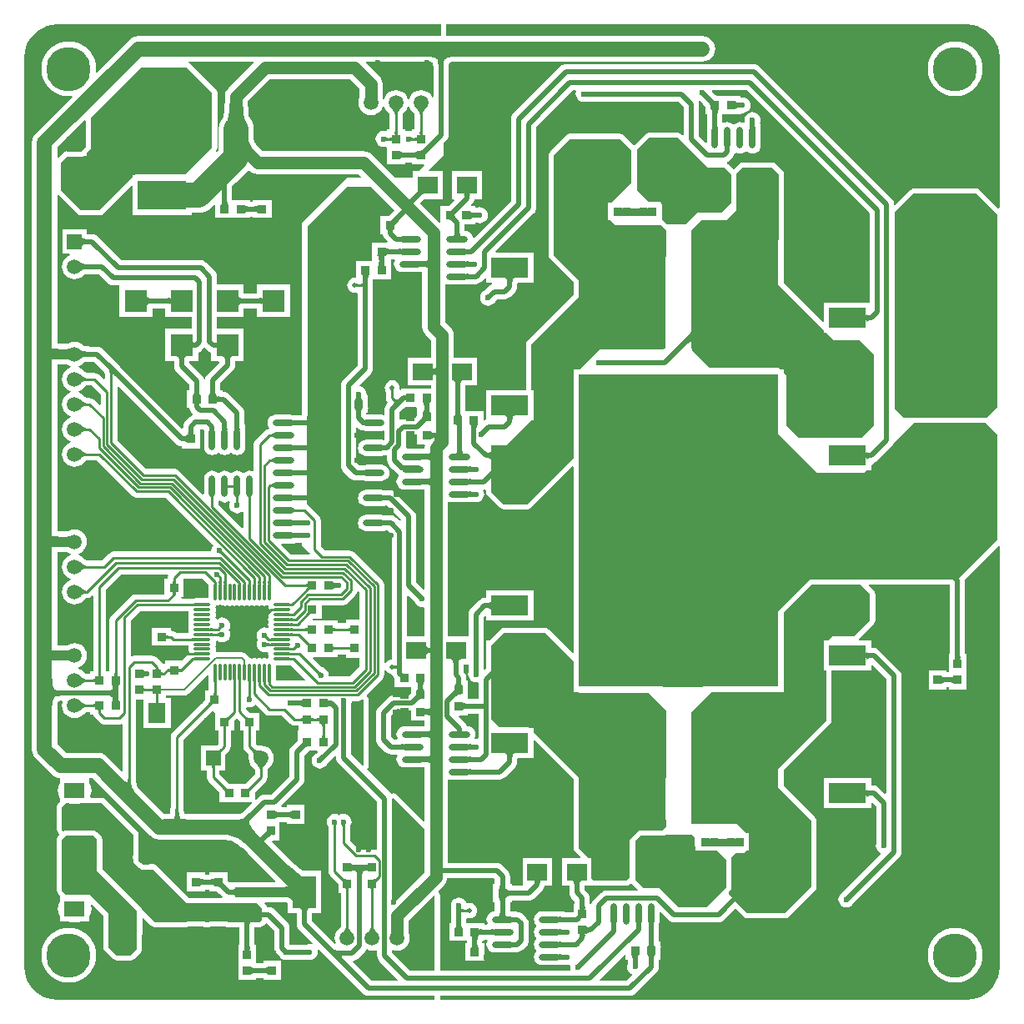
<source format=gtl>
G04*
G04 #@! TF.GenerationSoftware,Altium Limited,Altium Designer,18.1.9 (240)*
G04*
G04 Layer_Physical_Order=1*
G04 Layer_Color=255*
%FSLAX25Y25*%
%MOIN*%
G70*
G01*
G75*
%ADD13C,0.01000*%
%ADD17C,0.00600*%
%ADD19R,0.03700X0.03200*%
%ADD20C,0.02000*%
%ADD21O,0.08653X0.02362*%
%ADD22R,0.03200X0.03700*%
%ADD23R,0.07874X0.07087*%
%ADD24O,0.08661X0.02362*%
%ADD25O,0.02362X0.08661*%
%ADD26R,0.15000X0.08200*%
%ADD27R,0.35000X0.45000*%
%ADD28R,0.07087X0.07874*%
%ADD29R,0.09449X0.12992*%
%ADD30R,0.09449X0.03937*%
%ADD31R,0.04331X0.06693*%
%ADD32R,0.09055X0.09055*%
%ADD33O,0.07087X0.01181*%
%ADD34O,0.01181X0.07087*%
%ADD66C,0.02000*%
%ADD67C,0.05000*%
%ADD68C,0.04000*%
%ADD69C,0.06000*%
%ADD70C,0.10000*%
%ADD71C,0.03000*%
%ADD72C,0.05906*%
%ADD73R,0.05906X0.05906*%
%ADD74R,0.09843X0.09843*%
%ADD75C,0.09843*%
%ADD76R,0.06299X0.07874*%
%ADD77R,0.07874X0.06000*%
%ADD78R,0.05906X0.05906*%
%ADD79C,0.06299*%
%ADD80R,0.05906X0.05906*%
%ADD81C,0.05906*%
%ADD82R,0.33465X0.11811*%
%ADD83R,0.33465X0.11811*%
%ADD84R,0.09843X0.09843*%
%ADD85C,0.17717*%
%ADD86R,0.19685X0.11811*%
%ADD87C,0.02362*%
G36*
X175500Y379000D02*
X173340Y378920D01*
X172440Y378820D01*
X171660Y378680D01*
X171000Y378500D01*
X170460Y378280D01*
X170040Y378020D01*
X169810Y377790D01*
X169781Y377641D01*
X169680Y376925D01*
X169545Y375227D01*
X169500Y373172D01*
X167500D01*
X167489Y374244D01*
X167219Y377641D01*
X167190Y377790D01*
X166960Y378020D01*
X166540Y378280D01*
X166000Y378500D01*
X165340Y378680D01*
X164560Y378820D01*
X162640Y378980D01*
X161500Y379000D01*
X168500Y385000D01*
X175500Y379000D01*
D02*
G37*
G36*
X15000Y391738D02*
X168500D01*
Y387043D01*
X47500D01*
X46195Y386871D01*
X44978Y386368D01*
X43934Y385566D01*
X30967Y372599D01*
X30483Y372822D01*
X30577Y374016D01*
X30443Y375720D01*
X30044Y377382D01*
X29390Y378961D01*
X28497Y380418D01*
X27387Y381717D01*
X26087Y382827D01*
X24630Y383720D01*
X23051Y384375D01*
X21389Y384773D01*
X19685Y384908D01*
X17981Y384773D01*
X16319Y384375D01*
X14740Y383720D01*
X13283Y382827D01*
X11983Y381717D01*
X10873Y380418D01*
X9980Y378961D01*
X9326Y377382D01*
X8927Y375720D01*
X8793Y374016D01*
X8927Y372312D01*
X9326Y370650D01*
X9980Y369071D01*
X10873Y367614D01*
X11983Y366314D01*
X13283Y365204D01*
X14740Y364311D01*
X16319Y363657D01*
X17981Y363258D01*
X19685Y363124D01*
X20879Y363218D01*
X21102Y362734D01*
X6434Y348066D01*
X5632Y347022D01*
X5129Y345805D01*
X4957Y344500D01*
Y260000D01*
Y185000D01*
Y139500D01*
Y124500D01*
Y102000D01*
X5129Y100695D01*
X5632Y99478D01*
X6434Y98434D01*
X12934Y91934D01*
X13978Y91132D01*
X15195Y90629D01*
X15621Y90573D01*
X16063Y90433D01*
Y88207D01*
X15927Y88030D01*
X15408Y86777D01*
X15231Y85433D01*
X15408Y84089D01*
X15927Y82836D01*
X16063Y82659D01*
Y80947D01*
X15558Y80442D01*
X15116Y79780D01*
X14961Y79000D01*
Y70000D01*
X15116Y69220D01*
X15558Y68558D01*
X16116Y68000D01*
X15558Y67442D01*
X15116Y66780D01*
X14961Y66000D01*
Y45500D01*
X15116Y44720D01*
X15558Y44058D01*
X16170Y43446D01*
X16063Y43189D01*
X16063D01*
Y40963D01*
X15927Y40786D01*
X15408Y39533D01*
X15231Y38189D01*
X15408Y36845D01*
X15927Y35592D01*
X16063Y35415D01*
Y33189D01*
X19040D01*
X19081Y33172D01*
X20425Y32995D01*
X23575D01*
X24919Y33172D01*
X24960Y33189D01*
X27937D01*
Y35415D01*
X28073Y35592D01*
X28592Y36845D01*
X28769Y38189D01*
X28592Y39533D01*
X28391Y40018D01*
X28815Y40301D01*
X33461Y35655D01*
Y23000D01*
X33616Y22220D01*
X34058Y21558D01*
X37373Y18243D01*
X38035Y17801D01*
X38815Y17646D01*
X44500D01*
X45280Y17801D01*
X45942Y18243D01*
X48442Y20743D01*
X48884Y21405D01*
X49039Y22185D01*
X49039Y34424D01*
X49501Y34615D01*
X52558Y31558D01*
X53220Y31116D01*
X54000Y30961D01*
X66900D01*
X67680Y31116D01*
X67962Y31304D01*
X73038D01*
X73320Y31116D01*
X74100Y30961D01*
X75900D01*
X76680Y31116D01*
X76962Y31304D01*
X82038D01*
X82320Y31116D01*
X83100Y30961D01*
X87974D01*
Y23957D01*
X87962Y23905D01*
X87960Y23850D01*
X87400D01*
Y21975D01*
X87373Y21838D01*
X87400Y21701D01*
Y16150D01*
Y9750D01*
X92300D01*
X92334Y9739D01*
X92462Y9748D01*
X92588Y9723D01*
X92725Y9750D01*
X94600D01*
Y10561D01*
X94633Y10561D01*
X94691Y10574D01*
X97309D01*
X97367Y10561D01*
X97400Y10561D01*
Y9750D01*
X99275D01*
X99412Y9723D01*
X99538Y9748D01*
X99666Y9739D01*
X99700Y9750D01*
X104600D01*
Y17450D01*
X99700D01*
X99666Y17461D01*
X99538Y17452D01*
X99412Y17477D01*
X99275Y17450D01*
X97400D01*
Y16639D01*
X97367Y16639D01*
X97309Y16626D01*
X94691D01*
X94633Y16639D01*
X94600Y16639D01*
Y21701D01*
X94627Y21838D01*
X94600Y21975D01*
Y23850D01*
X94039D01*
X94039Y23870D01*
X94026Y23930D01*
Y30961D01*
X96000D01*
X96780Y31116D01*
X97442Y31558D01*
X98442Y32558D01*
X98666Y32580D01*
X101872Y29375D01*
Y22602D01*
X101975Y21819D01*
X102277Y21089D01*
X102758Y20463D01*
X103648Y19573D01*
X103721Y19396D01*
X104231Y18731D01*
X104896Y18221D01*
X105670Y17901D01*
X106500Y17792D01*
X107330Y17901D01*
X107508Y17974D01*
X114992D01*
X115170Y17901D01*
X116000Y17792D01*
X116830Y17901D01*
X117604Y18221D01*
X118269Y18731D01*
X118779Y19396D01*
X119099Y20170D01*
X119209Y21000D01*
X119099Y21830D01*
X119040Y21974D01*
X119464Y22257D01*
X123313Y18408D01*
X123351Y18351D01*
X124765Y16937D01*
X124822Y16899D01*
X137360Y4360D01*
X137987Y3880D01*
X138717Y3577D01*
X139500Y3474D01*
X166000D01*
Y1963D01*
X15000D01*
X14899Y1942D01*
X12956Y2095D01*
X10962Y2574D01*
X9068Y3359D01*
X7320Y4430D01*
X5761Y5761D01*
X4430Y7320D01*
X3359Y9068D01*
X2574Y10962D01*
X2095Y12956D01*
X1942Y14899D01*
X1963Y15000D01*
Y378701D01*
X1942Y378802D01*
X2095Y380745D01*
X2574Y382738D01*
X3359Y384632D01*
X4430Y386381D01*
X5761Y387940D01*
X7320Y389271D01*
X9068Y390342D01*
X10962Y391127D01*
X12956Y391605D01*
X14899Y391758D01*
X15000Y391738D01*
D02*
G37*
G36*
X162537Y376942D02*
X164295Y376796D01*
X164891Y376689D01*
X165257Y376589D01*
X165450Y374152D01*
X165461Y373150D01*
X165474Y373087D01*
Y362740D01*
X164974Y362641D01*
X164826Y362998D01*
X164032Y364032D01*
X162998Y364826D01*
X161793Y365325D01*
X160500Y365495D01*
X159207Y365325D01*
X158002Y364826D01*
X156968Y364032D01*
X156174Y362998D01*
X155771Y362024D01*
X155229D01*
X154826Y362998D01*
X154032Y364032D01*
X152998Y364826D01*
X151793Y365325D01*
X150500Y365495D01*
X149207Y365325D01*
X148002Y364826D01*
X146968Y364032D01*
X146174Y362998D01*
X145771Y362024D01*
X145229D01*
X145039Y362485D01*
Y368000D01*
X144884Y369175D01*
X144431Y370269D01*
X143709Y371209D01*
X138424Y376495D01*
X138615Y376957D01*
X161708D01*
X162537Y376942D01*
D02*
G37*
G36*
X276811Y362118D02*
X277531Y361510D01*
X277853Y361288D01*
X278149Y361119D01*
X278418Y361005D01*
X278663Y360945D01*
X278881Y360938D01*
X279074Y360986D01*
X279240Y361088D01*
X276162Y358510D01*
X276286Y358654D01*
X276352Y358829D01*
X276358Y359035D01*
X276305Y359272D01*
X276193Y359539D01*
X276022Y359837D01*
X275792Y360166D01*
X275503Y360526D01*
X274748Y361338D01*
X276412Y362502D01*
X276811Y362118D01*
D02*
G37*
G36*
X286258Y360976D02*
X286318Y360876D01*
X286418Y360788D01*
X286558Y360712D01*
X286738Y360647D01*
X286958Y360594D01*
X287218Y360553D01*
X287518Y360524D01*
X288238Y360500D01*
Y358500D01*
X287858Y358494D01*
X287218Y358447D01*
X286958Y358406D01*
X286738Y358353D01*
X286558Y358288D01*
X286418Y358212D01*
X286318Y358124D01*
X286258Y358024D01*
X286238Y357912D01*
Y361088D01*
X286258Y360976D01*
D02*
G37*
G36*
X279679Y357892D02*
X279536Y357832D01*
X279411Y357732D01*
X279302Y357592D01*
X279209Y357412D01*
X279134Y357192D01*
X279075Y356932D01*
X279033Y356632D01*
X279008Y356292D01*
X279000Y355912D01*
X277000D01*
X276992Y356292D01*
X276925Y356932D01*
X276866Y357192D01*
X276790Y357412D01*
X276698Y357592D01*
X276589Y357732D01*
X276464Y357832D01*
X276321Y357892D01*
X276162Y357912D01*
X279838D01*
X279679Y357892D01*
D02*
G37*
G36*
X162269Y358089D02*
X161768Y357515D01*
X161564Y357242D01*
X161392Y356980D01*
X161251Y356728D01*
X161141Y356485D01*
X161063Y356253D01*
X161016Y356031D01*
X161000Y355818D01*
X160000D01*
X159984Y356031D01*
X159937Y356253D01*
X159859Y356485D01*
X159749Y356728D01*
X159608Y356980D01*
X159436Y357242D01*
X159232Y357515D01*
X158731Y358089D01*
X158433Y358391D01*
X162567D01*
X162269Y358089D01*
D02*
G37*
G36*
X152269D02*
X151768Y357515D01*
X151564Y357242D01*
X151392Y356980D01*
X151251Y356728D01*
X151141Y356485D01*
X151063Y356253D01*
X151016Y356031D01*
X151000Y355818D01*
X150000D01*
X149984Y356031D01*
X149937Y356253D01*
X149859Y356485D01*
X149749Y356728D01*
X149608Y356980D01*
X149436Y357242D01*
X149232Y357515D01*
X148731Y358089D01*
X148433Y358391D01*
X152567D01*
X152269Y358089D01*
D02*
G37*
G36*
X89113Y361428D02*
X89413Y356444D01*
X89551Y355541D01*
X89714Y354776D01*
X89902Y354148D01*
X90115Y353657D01*
X90353Y353303D01*
X82847D01*
X83085Y353657D01*
X83298Y354148D01*
X83486Y354776D01*
X83649Y355541D01*
X83787Y356444D01*
X83987Y358661D01*
X84088Y361428D01*
X84100Y363017D01*
X89100D01*
X89113Y361428D01*
D02*
G37*
G36*
X294001Y351786D02*
X294113Y349936D01*
X294139Y349852D01*
X291861D01*
X291887Y349936D01*
X291911Y350052D01*
X291932Y350202D01*
X291965Y350598D01*
X291999Y351786D01*
X292000Y352165D01*
X294000D01*
X294001Y351786D01*
D02*
G37*
G36*
X279001D02*
X279113Y349936D01*
X279139Y349852D01*
X276861D01*
X276887Y349936D01*
X276911Y350052D01*
X276932Y350202D01*
X276965Y350598D01*
X276999Y351786D01*
X277000Y352165D01*
X279000D01*
X279001Y351786D01*
D02*
G37*
G36*
X156174Y358002D02*
X156968Y356968D01*
X156990Y356951D01*
X157235Y356702D01*
X157645Y356232D01*
X157766Y356071D01*
X157864Y355921D01*
X157927Y355808D01*
X157951Y355755D01*
Y349850D01*
X156900D01*
Y349313D01*
X156484Y349036D01*
X156330Y349099D01*
X155500Y349209D01*
X154670Y349099D01*
X154516Y349036D01*
X154100Y349313D01*
Y349850D01*
X153049D01*
Y355755D01*
X153073Y355808D01*
X153136Y355922D01*
X153234Y356071D01*
X153355Y356232D01*
X153765Y356702D01*
X154010Y356951D01*
X154032Y356968D01*
X154826Y358002D01*
X155229Y358976D01*
X155771D01*
X156174Y358002D01*
D02*
G37*
G36*
X135961Y366120D02*
Y362485D01*
X135675Y361793D01*
X135504Y360500D01*
X135675Y359207D01*
X136174Y358002D01*
X136968Y356968D01*
X138002Y356174D01*
X139207Y355675D01*
X140500Y355504D01*
X141793Y355675D01*
X142998Y356174D01*
X144032Y356968D01*
X144826Y358002D01*
X145229Y358976D01*
X145771D01*
X146174Y358002D01*
X146968Y356968D01*
X146990Y356951D01*
X147235Y356702D01*
X147645Y356232D01*
X147766Y356071D01*
X147864Y355921D01*
X147927Y355808D01*
X147951Y355755D01*
Y349850D01*
X146900D01*
Y349313D01*
X146484Y349036D01*
X146330Y349099D01*
X145500Y349209D01*
X144670Y349099D01*
X143896Y348779D01*
X143231Y348269D01*
X142721Y347604D01*
X142401Y346830D01*
X142291Y346000D01*
X142401Y345170D01*
X142721Y344396D01*
X143231Y343731D01*
X143896Y343221D01*
X144670Y342901D01*
X145500Y342791D01*
X146330Y342901D01*
X146484Y342965D01*
X146900Y342687D01*
Y335750D01*
X151800D01*
X151834Y335739D01*
X151962Y335748D01*
X152088Y335723D01*
X152225Y335750D01*
X154100D01*
Y336561D01*
X154133Y336561D01*
X154191Y336574D01*
X156809D01*
X156867Y336561D01*
X156900Y336561D01*
Y335750D01*
X158775D01*
X158912Y335723D01*
X159038Y335748D01*
X159166Y335739D01*
X159200Y335750D01*
X161597D01*
X161788Y335288D01*
X159543Y333043D01*
X157189D01*
Y330689D01*
X157000Y330500D01*
X149919D01*
X140709Y339709D01*
X139769Y340431D01*
X138675Y340884D01*
X137500Y341039D01*
X97128D01*
X95841Y342441D01*
X94646Y343917D01*
X94234Y344503D01*
X93923Y345009D01*
X93727Y345398D01*
X93638Y345640D01*
X93634Y345659D01*
Y350000D01*
X93499Y351372D01*
X93098Y352692D01*
X92449Y353908D01*
X92081Y354355D01*
X92045Y354443D01*
X91911Y354641D01*
X91821Y354849D01*
X91691Y355281D01*
X91558Y355908D01*
X91443Y356660D01*
X91171Y361170D01*
X99963Y369961D01*
X132120D01*
X135961Y366120D01*
D02*
G37*
G36*
X161005Y348646D02*
X161020Y348474D01*
X161045Y348322D01*
X161080Y348190D01*
X161125Y348079D01*
X161180Y347988D01*
X161245Y347917D01*
X161320Y347867D01*
X161405Y347836D01*
X161500Y347826D01*
X159500D01*
X159595Y347836D01*
X159680Y347867D01*
X159755Y347917D01*
X159820Y347988D01*
X159875Y348079D01*
X159920Y348190D01*
X159955Y348322D01*
X159980Y348474D01*
X159995Y348646D01*
X160000Y348838D01*
X161000D01*
X161005Y348646D01*
D02*
G37*
G36*
X151005D02*
X151020Y348474D01*
X151045Y348322D01*
X151080Y348190D01*
X151125Y348079D01*
X151180Y347988D01*
X151245Y347917D01*
X151320Y347867D01*
X151405Y347836D01*
X151500Y347826D01*
X149500D01*
X149595Y347836D01*
X149680Y347867D01*
X149755Y347917D01*
X149820Y347988D01*
X149875Y348079D01*
X149920Y348190D01*
X149955Y348322D01*
X149980Y348474D01*
X149995Y348646D01*
X150000Y348838D01*
X151000D01*
X151005Y348646D01*
D02*
G37*
G36*
X222495Y365058D02*
X222401Y364830D01*
X222291Y364000D01*
X222401Y363170D01*
X222721Y362396D01*
X223231Y361731D01*
X223896Y361221D01*
X224670Y360901D01*
X225500Y360791D01*
X226330Y360901D01*
X226507Y360974D01*
X263247D01*
X265474Y358747D01*
Y347563D01*
X265012Y347372D01*
X264544Y347840D01*
X263883Y348282D01*
X263102Y348437D01*
X251500Y348437D01*
X250720Y348282D01*
X250058Y347840D01*
X245905Y343686D01*
X245200Y343683D01*
X241442Y347442D01*
X240780Y347884D01*
X240000Y348039D01*
X220000D01*
X219220Y347884D01*
X218558Y347442D01*
X212058Y340942D01*
X211616Y340280D01*
X211461Y339500D01*
Y299500D01*
X211461Y299500D01*
X211616Y298720D01*
X212058Y298058D01*
X212058Y298058D01*
X221500Y288616D01*
Y283884D01*
X203058Y265442D01*
X202616Y264780D01*
X202461Y264000D01*
Y245600D01*
X186500D01*
Y233833D01*
X185987Y233621D01*
X185947Y233590D01*
X185499Y233811D01*
Y237100D01*
X178288D01*
X178287Y237133D01*
X178275Y237191D01*
Y247360D01*
X178287Y247415D01*
X178288Y247457D01*
X182811D01*
Y258543D01*
X173539D01*
Y267500D01*
X173539Y267500D01*
X173384Y268675D01*
X172931Y269769D01*
X172209Y270709D01*
X170039Y272880D01*
Y287745D01*
X170539Y288079D01*
X170969Y287901D01*
X171799Y287791D01*
X178098D01*
X178374Y287828D01*
X178404Y287822D01*
X178550Y287851D01*
X178584Y287855D01*
X178610Y287852D01*
X180402Y287960D01*
X180723Y287961D01*
X180789Y287974D01*
X182500D01*
X183283Y288077D01*
X184013Y288380D01*
X184640Y288860D01*
X186038Y290259D01*
X186500Y290068D01*
Y288400D01*
X188901D01*
X188998Y287923D01*
X188268Y287620D01*
X187642Y287140D01*
X187641Y287140D01*
X185854Y285352D01*
X185677Y285279D01*
X185012Y284769D01*
X184502Y284104D01*
X184182Y283330D01*
X184073Y282500D01*
X184182Y281670D01*
X184502Y280896D01*
X185012Y280231D01*
X185677Y279721D01*
X186451Y279401D01*
X187281Y279291D01*
X188111Y279401D01*
X188885Y279721D01*
X189550Y280231D01*
X190060Y280896D01*
X190133Y281073D01*
X191034Y281974D01*
X194000D01*
X194783Y282077D01*
X195513Y282380D01*
X196140Y282860D01*
X198140Y284860D01*
X198620Y285487D01*
X198923Y286217D01*
X199026Y287000D01*
X199026Y287000D01*
Y288303D01*
X199039Y288359D01*
X199040Y288400D01*
X205500D01*
Y300600D01*
X190533D01*
X190341Y301062D01*
X205640Y316360D01*
X206120Y316987D01*
X206423Y317717D01*
X206526Y318500D01*
X206526Y318500D01*
Y350747D01*
X221253Y365474D01*
X222217D01*
X222495Y365058D01*
D02*
G37*
G36*
X156411Y346765D02*
X156483Y346709D01*
X156562Y346660D01*
X156647Y346618D01*
X156737Y346582D01*
X156834Y346552D01*
X156936Y346529D01*
X157044Y346513D01*
X157159Y346503D01*
X157279Y346500D01*
Y345500D01*
X157159Y345497D01*
X157044Y345487D01*
X156936Y345471D01*
X156834Y345448D01*
X156737Y345418D01*
X156647Y345382D01*
X156562Y345340D01*
X156483Y345291D01*
X156411Y345235D01*
X156343Y345173D01*
Y346827D01*
X156411Y346765D01*
D02*
G37*
G36*
X146411D02*
X146483Y346709D01*
X146562Y346660D01*
X146647Y346618D01*
X146737Y346582D01*
X146834Y346552D01*
X146936Y346529D01*
X147045Y346513D01*
X147159Y346503D01*
X147279Y346500D01*
Y345500D01*
X147159Y345497D01*
X147045Y345487D01*
X146936Y345471D01*
X146834Y345448D01*
X146737Y345418D01*
X146647Y345382D01*
X146562Y345340D01*
X146483Y345291D01*
X146411Y345235D01*
X146344Y345173D01*
Y346827D01*
X146411Y346765D01*
D02*
G37*
G36*
X158912Y345000D02*
X158902Y345095D01*
X158872Y345180D01*
X158822Y345255D01*
X158752Y345320D01*
X158662Y345375D01*
X158552Y345420D01*
X158422Y345455D01*
X158272Y345480D01*
X158102Y345495D01*
X157912Y345500D01*
Y346500D01*
X158102Y346505D01*
X158272Y346520D01*
X158422Y346545D01*
X158552Y346580D01*
X158662Y346625D01*
X158752Y346680D01*
X158822Y346745D01*
X158872Y346820D01*
X158902Y346905D01*
X158912Y347000D01*
Y345000D01*
D02*
G37*
G36*
X148912D02*
X148902Y345095D01*
X148872Y345180D01*
X148822Y345255D01*
X148752Y345320D01*
X148662Y345375D01*
X148552Y345420D01*
X148422Y345455D01*
X148272Y345480D01*
X148102Y345495D01*
X147912Y345500D01*
Y346500D01*
X148102Y346505D01*
X148272Y346520D01*
X148422Y346545D01*
X148552Y346580D01*
X148662Y346625D01*
X148752Y346680D01*
X148822Y346745D01*
X148872Y346820D01*
X148902Y346905D01*
X148912Y347000D01*
Y345000D01*
D02*
G37*
G36*
X273228Y359993D02*
X273255Y359949D01*
X273960Y359191D01*
X274150Y358955D01*
Y358755D01*
X274131Y358689D01*
X274149Y358524D01*
X274128Y358359D01*
X274150Y358281D01*
Y358200D01*
X274139Y358166D01*
X274148Y358038D01*
X274123Y357912D01*
X274150Y357775D01*
Y355900D01*
X274961D01*
X274961Y355867D01*
X274974Y355809D01*
Y352238D01*
X274961Y352172D01*
X274959Y351818D01*
X274928Y350712D01*
X274905Y350428D01*
X274900Y350397D01*
X274889Y350342D01*
X274889Y350287D01*
X274851Y349998D01*
X274822Y349852D01*
X274828Y349823D01*
X274791Y349547D01*
Y344641D01*
X274329Y344450D01*
X271526Y347253D01*
Y360000D01*
X271423Y360783D01*
X271387Y360871D01*
X271715Y361384D01*
X271833Y361388D01*
X273228Y359993D01*
D02*
G37*
G36*
X163502Y341188D02*
X163116Y340788D01*
X162506Y340066D01*
X162283Y339744D01*
X162113Y339448D01*
X161997Y339178D01*
X161936Y338935D01*
X161929Y338717D01*
X161975Y338525D01*
X162076Y338360D01*
X159510Y341426D01*
X159653Y341303D01*
X159827Y341239D01*
X160032Y341234D01*
X160269Y341288D01*
X160536Y341401D01*
X160835Y341573D01*
X161164Y341804D01*
X161524Y342094D01*
X162338Y342852D01*
X163502Y341188D01*
D02*
G37*
G36*
X284017Y342637D02*
X284014Y342583D01*
X284001Y341588D01*
X284000Y341000D01*
X282000D01*
X281979Y342658D01*
X284021D01*
X284017Y342637D01*
D02*
G37*
G36*
X93659Y376495D02*
X83391Y366227D01*
X82669Y365287D01*
X82216Y364192D01*
X82068Y363065D01*
X82061Y363033D01*
X82049Y361473D01*
X81951Y358790D01*
X81761Y356690D01*
X81642Y355908D01*
X81509Y355281D01*
X81379Y354849D01*
X81289Y354641D01*
X81156Y354443D01*
X81119Y354355D01*
X80752Y353908D01*
X80102Y352692D01*
X79701Y351372D01*
X79566Y350000D01*
Y345100D01*
Y341513D01*
X78908Y340855D01*
X78519Y341174D01*
X78884Y341720D01*
X79039Y342500D01*
Y364500D01*
X79039Y364500D01*
X78884Y365280D01*
X78442Y365942D01*
X78442Y365942D01*
X68442Y375942D01*
X67780Y376384D01*
X67414Y376457D01*
X67463Y376957D01*
X93467D01*
X93659Y376495D01*
D02*
G37*
G36*
X339974Y316247D02*
Y280600D01*
X321500D01*
Y273037D01*
X321038Y272846D01*
X305500Y288384D01*
Y305803D01*
X305539Y306000D01*
Y332000D01*
X305384Y332780D01*
X304942Y333442D01*
X302442Y335942D01*
X301780Y336384D01*
X301000Y336539D01*
X289000D01*
X288220Y336384D01*
X287558Y335942D01*
X285450Y333834D01*
X283342Y335942D01*
X282796Y336307D01*
X282775Y336729D01*
X282809Y336854D01*
X283113Y336980D01*
X283740Y337460D01*
X285140Y338860D01*
X285620Y339487D01*
X285923Y340217D01*
X285931Y340280D01*
X286071Y340338D01*
X286457Y340444D01*
X287170Y340149D01*
X288000Y340039D01*
X288830Y340149D01*
X289604Y340469D01*
X290163Y340898D01*
X290500Y340946D01*
X290837Y340898D01*
X291396Y340469D01*
X292170Y340149D01*
X293000Y340039D01*
X293830Y340149D01*
X294604Y340469D01*
X295269Y340979D01*
X295779Y341644D01*
X296099Y342418D01*
X296209Y343248D01*
Y349547D01*
X296172Y349823D01*
X296178Y349852D01*
X296149Y349998D01*
X296145Y350033D01*
X296148Y350058D01*
X296040Y351851D01*
X296039Y352172D01*
X296026Y352238D01*
Y352492D01*
X296099Y352670D01*
X296209Y353500D01*
X296099Y354330D01*
X295779Y355104D01*
X295269Y355769D01*
X294604Y356279D01*
X293830Y356599D01*
X293000Y356709D01*
X292170Y356599D01*
X291396Y356279D01*
X290731Y355769D01*
X290221Y355104D01*
X289901Y354330D01*
X289791Y353500D01*
X289893Y352727D01*
X289803Y352601D01*
X289490Y352383D01*
X289474Y352380D01*
X288830Y352646D01*
X288000Y352756D01*
X287170Y352646D01*
X286396Y352326D01*
X285837Y351897D01*
X285500Y351849D01*
X285163Y351897D01*
X284604Y352326D01*
X283830Y352646D01*
X283000Y352756D01*
X282170Y352646D01*
X281526Y352380D01*
X281158Y352549D01*
X281026Y352672D01*
Y355809D01*
X281039Y355867D01*
X281039Y355900D01*
X286101D01*
X286238Y355873D01*
X286375Y355900D01*
X288250D01*
Y356011D01*
X288626Y356341D01*
X289000Y356291D01*
X289830Y356401D01*
X290604Y356721D01*
X291269Y357231D01*
X291779Y357896D01*
X292099Y358670D01*
X292209Y359500D01*
X292099Y360330D01*
X291779Y361104D01*
X291269Y361769D01*
X290604Y362279D01*
X289830Y362599D01*
X289000Y362709D01*
X288626Y362659D01*
X288250Y362989D01*
Y363100D01*
X286375D01*
X286238Y363127D01*
X286101Y363100D01*
X279486D01*
X279420Y363119D01*
X279243Y363100D01*
X278987D01*
X278924Y363103D01*
X278918Y363100D01*
X278817D01*
X278771Y363132D01*
X278177Y363633D01*
X277828Y363970D01*
X277776Y364003D01*
X276767Y365012D01*
X276958Y365474D01*
X290747D01*
X339974Y316247D01*
D02*
G37*
G36*
X26461Y353175D02*
Y342845D01*
X25511Y341895D01*
X25069Y341233D01*
X25030Y341039D01*
X19000D01*
X18220Y340884D01*
X17558Y340442D01*
X15543Y338427D01*
X15043Y338634D01*
Y342411D01*
X25999Y353367D01*
X26461Y353175D01*
D02*
G37*
G36*
X158912Y337762D02*
X158892Y337921D01*
X158832Y338064D01*
X158732Y338189D01*
X158592Y338298D01*
X158412Y338390D01*
X158192Y338466D01*
X157932Y338525D01*
X157632Y338566D01*
X157292Y338592D01*
X156912Y338600D01*
Y340600D01*
X157292Y340608D01*
X157932Y340675D01*
X158192Y340734D01*
X158412Y340809D01*
X158592Y340902D01*
X158732Y341011D01*
X158832Y341136D01*
X158892Y341279D01*
X158912Y341438D01*
Y337762D01*
D02*
G37*
G36*
X152108Y341279D02*
X152168Y341136D01*
X152268Y341011D01*
X152408Y340902D01*
X152588Y340809D01*
X152808Y340734D01*
X153068Y340675D01*
X153368Y340634D01*
X153708Y340608D01*
X154088Y340600D01*
Y338600D01*
X153708Y338592D01*
X153068Y338525D01*
X152808Y338466D01*
X152588Y338390D01*
X152408Y338298D01*
X152268Y338189D01*
X152168Y338064D01*
X152108Y337921D01*
X152088Y337762D01*
Y341438D01*
X152108Y341279D01*
D02*
G37*
G36*
X91667Y345089D02*
X91854Y344583D01*
X92141Y344015D01*
X92529Y343383D01*
X93017Y342688D01*
X94296Y341109D01*
X95976Y339278D01*
X96968Y338268D01*
X93432Y334732D01*
X92422Y335724D01*
X89012Y338683D01*
X88317Y339171D01*
X87685Y339559D01*
X87117Y339846D01*
X86611Y340033D01*
X86168Y340119D01*
X91581Y345532D01*
X91667Y345089D01*
D02*
G37*
G36*
X162423Y323981D02*
X162251Y324075D01*
X162054Y324117D01*
X161833Y324106D01*
X161587Y324042D01*
X161317Y323926D01*
X161021Y323757D01*
X160702Y323535D01*
X160357Y323261D01*
X159988Y322934D01*
X159595Y322554D01*
X157787Y323575D01*
X158202Y324004D01*
X158850Y324764D01*
X159083Y325096D01*
X159256Y325395D01*
X159368Y325661D01*
X159420Y325896D01*
X159412Y326097D01*
X159343Y326267D01*
X159213Y326403D01*
X162423Y323981D01*
D02*
G37*
G36*
X180395Y323964D02*
X180286Y323915D01*
X180189Y323832D01*
X180106Y323716D01*
X180035Y323567D01*
X179977Y323385D01*
X179932Y323169D01*
X179900Y322921D01*
X179880Y322640D01*
X179874Y322325D01*
X177874D01*
X177868Y322640D01*
X177816Y323169D01*
X177771Y323385D01*
X177713Y323567D01*
X177642Y323716D01*
X177559Y323832D01*
X177462Y323915D01*
X177353Y323964D01*
X177231Y323981D01*
X180517D01*
X180395Y323964D01*
D02*
G37*
G36*
X83008Y321208D02*
X83075Y320568D01*
X83134Y320308D01*
X83210Y320088D01*
X83302Y319908D01*
X83411Y319768D01*
X83536Y319668D01*
X83679Y319608D01*
X83838Y319588D01*
X80162D01*
X80321Y319608D01*
X80464Y319668D01*
X80589Y319768D01*
X80698Y319908D01*
X80791Y320088D01*
X80866Y320308D01*
X80925Y320568D01*
X80967Y320868D01*
X80992Y321208D01*
X81000Y321588D01*
X83000D01*
X83008Y321208D01*
D02*
G37*
G36*
X380745Y391605D02*
X382738Y391127D01*
X384632Y390342D01*
X386381Y389271D01*
X387940Y387940D01*
X389271Y386381D01*
X390342Y384632D01*
X391127Y382738D01*
X391605Y380745D01*
X391758Y378802D01*
X391738Y378701D01*
Y318549D01*
X391276Y318357D01*
X383942Y325692D01*
X383280Y326134D01*
X382500Y326289D01*
X357500D01*
X356720Y326134D01*
X356058Y325692D01*
X349988Y319622D01*
X349526Y319813D01*
Y320000D01*
X349423Y320783D01*
X349120Y321513D01*
X348640Y322140D01*
X295640Y375140D01*
X295013Y375621D01*
X294283Y375923D01*
X293500Y376026D01*
X218500D01*
X218500Y376026D01*
X217717Y375923D01*
X216987Y375621D01*
X216360Y375140D01*
X197360Y356140D01*
X196879Y355513D01*
X196577Y354783D01*
X196474Y354000D01*
Y321153D01*
X181754Y306434D01*
X181226Y306613D01*
X181198Y306830D01*
X180877Y307604D01*
X180367Y308269D01*
X179703Y308779D01*
X178929Y309099D01*
X178098Y309209D01*
X177988D01*
X177987Y309232D01*
X177975Y309288D01*
Y311900D01*
X180150D01*
X180287Y311873D01*
X180423Y311900D01*
X182299D01*
Y312461D01*
X182318Y312461D01*
X182379Y312474D01*
X182992D01*
X183170Y312401D01*
X184000Y312291D01*
X184830Y312401D01*
X185604Y312721D01*
X186269Y313231D01*
X186779Y313896D01*
X187099Y314670D01*
X187208Y315500D01*
X187099Y316330D01*
X186779Y317104D01*
X186269Y317769D01*
X185604Y318279D01*
X184830Y318599D01*
X184000Y318709D01*
X183170Y318599D01*
X182992Y318526D01*
X182406D01*
X182353Y318538D01*
X182299Y318540D01*
Y319100D01*
X180635D01*
X180435Y319584D01*
X180436Y319607D01*
X181014Y320186D01*
X181494Y320812D01*
X181797Y321542D01*
X181851Y321957D01*
X184811D01*
Y333043D01*
X172937D01*
Y321957D01*
X173573D01*
X173764Y321495D01*
X172294Y320024D01*
X172250Y319997D01*
X171531Y319331D01*
X171296Y319142D01*
X171235Y319100D01*
X170694D01*
X170628Y319107D01*
X170604Y319100D01*
X168199D01*
Y312873D01*
X167737Y312682D01*
X160162Y320257D01*
X160959Y321054D01*
X161010Y321087D01*
X161373Y321436D01*
X161670Y321699D01*
X161919Y321898D01*
X162004Y321957D01*
X162192D01*
X162202Y321954D01*
X162239Y321957D01*
X169063D01*
Y333043D01*
X163697D01*
X163505Y333505D01*
X169500Y339500D01*
Y344321D01*
X170640Y345460D01*
X171121Y346087D01*
X171423Y346817D01*
X171526Y347600D01*
Y373069D01*
X171539Y373127D01*
X171582Y375124D01*
X171697Y376577D01*
X172109Y376689D01*
X172733Y376801D01*
X173491Y376885D01*
X175431Y376957D01*
X273000D01*
X274305Y377129D01*
X275522Y377632D01*
X276566Y378434D01*
X277367Y379478D01*
X277871Y380695D01*
X278043Y382000D01*
X277871Y383305D01*
X277367Y384522D01*
X276566Y385566D01*
X275522Y386368D01*
X274305Y386871D01*
X273000Y387043D01*
X170539D01*
Y391738D01*
X378701D01*
X378802Y391758D01*
X380745Y391605D01*
D02*
G37*
G36*
X77000Y364500D02*
Y342500D01*
X66500Y332000D01*
X46500Y332000D01*
X45906Y331405D01*
X45158D01*
Y330658D01*
X32000Y317500D01*
X24500D01*
X16500Y325500D01*
Y336500D01*
X19000Y339000D01*
X25500D01*
X25547Y339047D01*
X26953D01*
Y340453D01*
X28500Y342000D01*
Y354500D01*
X48500Y374500D01*
X67000D01*
X77000Y364500D01*
D02*
G37*
G36*
X175301Y317338D02*
X174893Y316916D01*
X174253Y316164D01*
X174022Y315834D01*
X173850Y315536D01*
X173838Y315510D01*
X173909Y315356D01*
X174078Y315079D01*
X174302Y314770D01*
X174580Y314432D01*
X175301Y313662D01*
X173637Y312498D01*
X173258Y312865D01*
X172577Y313449D01*
X172275Y313666D01*
X172000Y313832D01*
X171751Y313948D01*
X171527Y314015D01*
X171330Y314031D01*
X171158Y313996D01*
X171013Y313912D01*
X172813Y315399D01*
X170808Y317076D01*
X170974Y316975D01*
X171166Y316929D01*
X171384Y316936D01*
X171627Y316998D01*
X171897Y317113D01*
X172193Y317283D01*
X172515Y317507D01*
X172863Y317784D01*
X173637Y318502D01*
X175301Y317338D01*
D02*
G37*
G36*
X95162Y316412D02*
X95142Y316524D01*
X95082Y316624D01*
X94982Y316712D01*
X94842Y316788D01*
X94662Y316853D01*
X94442Y316906D01*
X94182Y316947D01*
X93882Y316976D01*
X93162Y317000D01*
Y319000D01*
X93542Y319006D01*
X94182Y319053D01*
X94442Y319094D01*
X94662Y319147D01*
X94842Y319212D01*
X94982Y319288D01*
X95082Y319376D01*
X95142Y319476D01*
X95162Y319588D01*
Y316412D01*
D02*
G37*
G36*
X90258Y319476D02*
X90318Y319376D01*
X90418Y319288D01*
X90558Y319212D01*
X90738Y319147D01*
X90958Y319094D01*
X91218Y319053D01*
X91518Y319023D01*
X92238Y319000D01*
Y317000D01*
X91858Y316994D01*
X91218Y316947D01*
X90958Y316906D01*
X90738Y316853D01*
X90558Y316788D01*
X90418Y316712D01*
X90318Y316624D01*
X90258Y316524D01*
X90238Y316412D01*
Y319588D01*
X90258Y319476D01*
D02*
G37*
G36*
X250962Y315412D02*
X250932Y315429D01*
X250842Y315444D01*
X250692Y315457D01*
X249492Y315492D01*
X247962Y315500D01*
Y318500D01*
X250962Y318588D01*
Y315412D01*
D02*
G37*
G36*
X241068Y318571D02*
X241158Y318556D01*
X241308Y318543D01*
X242508Y318508D01*
X244038Y318500D01*
Y315500D01*
X241038Y315412D01*
Y318588D01*
X241068Y318571D01*
D02*
G37*
G36*
X150001Y317580D02*
X148445Y316024D01*
X148401Y315997D01*
X147683Y315331D01*
X147447Y315142D01*
X147386Y315100D01*
X146846D01*
X146779Y315107D01*
X146755Y315100D01*
X144350D01*
Y307900D01*
X145227D01*
X145277Y307517D01*
X145580Y306787D01*
X146060Y306160D01*
X147159Y305062D01*
X146967Y304600D01*
X146675D01*
X146538Y304627D01*
X146401Y304600D01*
X140850D01*
Y299700D01*
X140839Y299666D01*
X140848Y299538D01*
X140823Y299412D01*
X140850Y299275D01*
Y297400D01*
X140474Y297100D01*
X134450D01*
Y292200D01*
X134439Y292166D01*
X134448Y292038D01*
X134423Y291912D01*
X134450Y291775D01*
Y290846D01*
X134074Y290516D01*
X134000Y290526D01*
X133217Y290423D01*
X132487Y290121D01*
X131860Y289640D01*
X131379Y289013D01*
X131077Y288283D01*
X130974Y287500D01*
X131077Y286717D01*
X131379Y285987D01*
X131860Y285360D01*
X132487Y284879D01*
X133217Y284577D01*
X134000Y284474D01*
X134774Y284576D01*
X134880Y284586D01*
X135274Y284269D01*
Y255553D01*
X129360Y249640D01*
X128879Y249013D01*
X128577Y248283D01*
X128474Y247500D01*
Y215500D01*
X128577Y214717D01*
X128879Y213987D01*
X129360Y213360D01*
X132360Y210360D01*
X132987Y209879D01*
X133717Y209577D01*
X134500Y209474D01*
X135775D01*
X135840Y209461D01*
X136194Y209459D01*
X137300Y209429D01*
X137584Y209405D01*
X137615Y209400D01*
X137670Y209389D01*
X137725Y209389D01*
X138013Y209351D01*
X138160Y209322D01*
X138189Y209328D01*
X138465Y209291D01*
X144756D01*
X145586Y209401D01*
X146360Y209721D01*
X147025Y210231D01*
X147535Y210896D01*
X147855Y211670D01*
X147964Y212500D01*
X147855Y213330D01*
X147535Y214104D01*
X147025Y214769D01*
X146360Y215279D01*
X145586Y215599D01*
X144756Y215709D01*
X138465D01*
X138189Y215672D01*
X138160Y215678D01*
X138013Y215649D01*
X137979Y215645D01*
X137954Y215648D01*
X136161Y215540D01*
X135840Y215539D01*
X135775Y215526D01*
X135753D01*
X134526Y216753D01*
Y230542D01*
X134988Y230733D01*
X135360Y230360D01*
X135987Y229879D01*
X136717Y229577D01*
X136842Y229561D01*
X136939Y229520D01*
X137064Y229495D01*
X137101Y229495D01*
X137104Y229494D01*
X137115Y229495D01*
X137254Y229494D01*
X137440Y229454D01*
X137485Y229463D01*
X137634Y229401D01*
X138465Y229291D01*
X144756D01*
X145474Y229386D01*
X145974Y229091D01*
Y225953D01*
X145610Y225589D01*
X145586Y225599D01*
X144756Y225709D01*
X138465D01*
X137634Y225599D01*
X136860Y225279D01*
X136196Y224769D01*
X135686Y224104D01*
X135365Y223330D01*
X135256Y222500D01*
X135365Y221670D01*
X135686Y220896D01*
X136196Y220231D01*
X136860Y219721D01*
X137634Y219401D01*
X138465Y219291D01*
X144756D01*
X145586Y219401D01*
X145763Y219474D01*
X146800D01*
X146974Y219321D01*
Y217500D01*
X147077Y216717D01*
X147380Y215987D01*
X147860Y215360D01*
X149292Y213928D01*
X149330Y213872D01*
X149340Y213865D01*
X149347Y213855D01*
X150152Y213069D01*
X150860Y212360D01*
X151017Y212240D01*
X151246Y212033D01*
X151295Y212004D01*
X151331Y211961D01*
X151470Y211849D01*
X151557Y211803D01*
X151604Y211471D01*
X151552Y211163D01*
X151123Y210604D01*
X150802Y209830D01*
X150693Y209000D01*
X150802Y208170D01*
X151123Y207396D01*
X151633Y206731D01*
X152297Y206221D01*
X153071Y205901D01*
X153902Y205791D01*
X160201D01*
X160476Y205828D01*
X160506Y205822D01*
X160652Y205851D01*
X160687Y205855D01*
X160712Y205852D01*
X161487Y205898D01*
X161564Y205895D01*
X161961Y205857D01*
Y166097D01*
X161499Y165906D01*
X158526Y168879D01*
Y195100D01*
X158423Y195883D01*
X158121Y196613D01*
X157640Y197240D01*
X151887Y202992D01*
X151663Y202999D01*
X151284Y203000D01*
Y203595D01*
X150240Y204640D01*
X149613Y205120D01*
X148883Y205423D01*
X148100Y205526D01*
X147446D01*
X147380Y205539D01*
X147027Y205540D01*
X145921Y205572D01*
X145637Y205595D01*
X145605Y205600D01*
X145550Y205611D01*
X145495Y205611D01*
X145207Y205649D01*
X145061Y205678D01*
X145031Y205672D01*
X144756Y205709D01*
X138465D01*
X137634Y205599D01*
X136860Y205279D01*
X136196Y204769D01*
X135686Y204104D01*
X135365Y203330D01*
X135256Y202500D01*
X135365Y201670D01*
X135686Y200896D01*
X136196Y200231D01*
X136860Y199721D01*
X137634Y199401D01*
X138465Y199292D01*
X144756D01*
X145031Y199328D01*
X145061Y199322D01*
X145207Y199351D01*
X145241Y199355D01*
X145267Y199352D01*
X146872Y199448D01*
X152400Y193920D01*
X152365Y193621D01*
X151852Y193427D01*
X150640Y194640D01*
X150013Y195121D01*
X149283Y195423D01*
X148500Y195526D01*
X147446D01*
X147380Y195539D01*
X147027Y195540D01*
X145921Y195571D01*
X145637Y195595D01*
X145605Y195600D01*
X145550Y195611D01*
X145495Y195611D01*
X145207Y195649D01*
X145061Y195678D01*
X145031Y195672D01*
X144756Y195709D01*
X138465D01*
X137634Y195599D01*
X136860Y195279D01*
X136196Y194769D01*
X135686Y194104D01*
X135365Y193330D01*
X135256Y192500D01*
X135365Y191670D01*
X135686Y190896D01*
X136196Y190231D01*
X136860Y189721D01*
X137634Y189401D01*
X138465Y189292D01*
X144756D01*
X145031Y189328D01*
X145061Y189322D01*
X145207Y189351D01*
X145241Y189355D01*
X145267Y189352D01*
X147059Y189460D01*
X147260Y189460D01*
X148974Y187747D01*
Y138022D01*
X148217Y137923D01*
X147487Y137620D01*
X146860Y137140D01*
X146379Y136513D01*
X146349Y136439D01*
X145849Y136539D01*
Y167700D01*
X145655Y168675D01*
X145102Y169502D01*
X133802Y180802D01*
X132975Y181355D01*
X132000Y181549D01*
X122056D01*
X120549Y183056D01*
Y193500D01*
X120355Y194475D01*
X119802Y195302D01*
X115802Y199302D01*
X115000Y199839D01*
Y235329D01*
X115039Y235526D01*
Y311039D01*
X131000Y327000D01*
X140581D01*
X150001Y317580D01*
D02*
G37*
G36*
X92004Y333277D02*
X92035Y333257D01*
X92931Y332569D01*
X94025Y332116D01*
X95200Y331961D01*
X95200Y331961D01*
X135620D01*
X136619Y330962D01*
X136428Y330500D01*
X130900D01*
X113000Y312600D01*
Y235526D01*
X111225D01*
X111160Y235539D01*
X110806Y235541D01*
X109700Y235572D01*
X109416Y235595D01*
X109385Y235600D01*
X109330Y235611D01*
X109275Y235611D01*
X108987Y235649D01*
X108841Y235678D01*
X108811Y235672D01*
X108535Y235709D01*
X102244D01*
X101414Y235599D01*
X100640Y235279D01*
X99975Y234769D01*
X99466Y234104D01*
X99145Y233330D01*
X99036Y232500D01*
X99145Y231670D01*
X99466Y230896D01*
X99741Y230537D01*
X99743Y230506D01*
X99523Y230000D01*
X98796Y229855D01*
X97969Y229302D01*
X94369Y225702D01*
X93816Y224875D01*
X93622Y223900D01*
Y213513D01*
X93122Y213179D01*
X92830Y213300D01*
X92000Y213409D01*
X91170Y213300D01*
X90396Y212980D01*
X89837Y212551D01*
X89500Y212503D01*
X89163Y212551D01*
X88604Y212980D01*
X87830Y213300D01*
X87000Y213409D01*
X86170Y213300D01*
X85396Y212980D01*
X84837Y212551D01*
X84500Y212503D01*
X84163Y212551D01*
X83604Y212980D01*
X82830Y213300D01*
X82000Y213409D01*
X81170Y213300D01*
X80396Y212980D01*
X79837Y212551D01*
X79500Y212503D01*
X79163Y212551D01*
X78604Y212980D01*
X77830Y213300D01*
X77000Y213409D01*
X76170Y213300D01*
X75396Y212980D01*
X74731Y212470D01*
X74221Y211805D01*
X73901Y211031D01*
X73791Y210201D01*
Y204118D01*
X73291Y203911D01*
X63900Y213302D01*
X63073Y213855D01*
X62097Y214049D01*
X50556D01*
X39149Y225456D01*
Y246919D01*
X39611Y247110D01*
X62660Y224060D01*
X63287Y223580D01*
X64017Y223277D01*
X64800Y223174D01*
X64809D01*
X64867Y223161D01*
X64900Y223161D01*
Y222350D01*
X66775D01*
X66912Y222323D01*
X67038Y222348D01*
X67166Y222339D01*
X67200Y222350D01*
X72100D01*
Y227901D01*
X72127Y228038D01*
X72100Y228175D01*
Y229774D01*
X73501D01*
X73831Y229398D01*
X73791Y229098D01*
Y222799D01*
X73901Y221969D01*
X74221Y221195D01*
X74731Y220530D01*
X75396Y220021D01*
X76170Y219700D01*
X77000Y219591D01*
X77830Y219700D01*
X78604Y220021D01*
X79163Y220449D01*
X79500Y220497D01*
X79837Y220449D01*
X80396Y220021D01*
X81170Y219700D01*
X82000Y219591D01*
X82830Y219700D01*
X83604Y220021D01*
X84163Y220449D01*
X84500Y220497D01*
X84837Y220449D01*
X85396Y220021D01*
X86170Y219700D01*
X87000Y219591D01*
X87830Y219700D01*
X88604Y220021D01*
X89269Y220530D01*
X89779Y221195D01*
X90099Y221969D01*
X90209Y222799D01*
Y229098D01*
X90172Y229374D01*
X90178Y229404D01*
X90149Y229550D01*
X90145Y229584D01*
X90148Y229609D01*
X90040Y231402D01*
X90039Y231723D01*
X90026Y231789D01*
Y236500D01*
X89923Y237283D01*
X89621Y238013D01*
X89140Y238640D01*
X89140Y238640D01*
X83640Y244140D01*
X83013Y244620D01*
X82283Y244923D01*
X81500Y245026D01*
X81157D01*
X81105Y245038D01*
X81050Y245040D01*
Y245600D01*
X80239D01*
X80239Y245633D01*
X80226Y245691D01*
Y248352D01*
X85306Y253432D01*
X85787Y254059D01*
X86089Y254789D01*
X86193Y255572D01*
Y256968D01*
X86205Y257023D01*
X86206Y257065D01*
X89694D01*
Y270120D01*
X79026D01*
Y274781D01*
X89694D01*
Y278269D01*
X89736Y278270D01*
X89791Y278283D01*
X94875D01*
X94931Y278270D01*
X94972Y278269D01*
Y274781D01*
X108028D01*
Y287836D01*
X94972D01*
Y284348D01*
X94931Y284347D01*
X94875Y284335D01*
X89791D01*
X89736Y284347D01*
X89694Y284348D01*
Y287836D01*
X79026D01*
Y291000D01*
X79026Y291000D01*
X78923Y291783D01*
X78620Y292513D01*
X78140Y293140D01*
X74640Y296640D01*
X74013Y297120D01*
X73283Y297423D01*
X72500Y297526D01*
X40753D01*
X31140Y307140D01*
X30513Y307621D01*
X29783Y307923D01*
X29000Y308026D01*
X27050D01*
X26994Y308038D01*
X26953Y308040D01*
Y309953D01*
X17047D01*
Y300047D01*
X19936D01*
X20036Y299547D01*
X19502Y299326D01*
X18468Y298532D01*
X17674Y297498D01*
X17175Y296293D01*
X17005Y295000D01*
X17175Y293707D01*
X17674Y292502D01*
X18468Y291468D01*
X19502Y290674D01*
X20707Y290175D01*
X22000Y290004D01*
X23293Y290175D01*
X24498Y290674D01*
X25532Y291468D01*
X25547Y291487D01*
X25676Y291610D01*
X25780Y291696D01*
X25878Y291765D01*
X25970Y291820D01*
X26059Y291863D01*
X26146Y291897D01*
X26236Y291923D01*
X26331Y291942D01*
X26435Y291955D01*
X26629Y291962D01*
X26678Y291974D01*
X31747D01*
X35360Y288360D01*
X35987Y287879D01*
X36717Y287577D01*
X37500Y287474D01*
X39972D01*
Y274781D01*
X53028D01*
Y278269D01*
X53069Y278270D01*
X53124Y278283D01*
X58209D01*
X58264Y278270D01*
X58306Y278269D01*
Y274781D01*
X68974D01*
Y270120D01*
X58306D01*
Y257065D01*
X61794D01*
X61795Y257023D01*
X61807Y256968D01*
Y255167D01*
X61910Y254383D01*
X62213Y253654D01*
X62694Y253027D01*
X67774Y247947D01*
Y245691D01*
X67761Y245633D01*
X67761Y245600D01*
X66950D01*
Y243725D01*
X66923Y243588D01*
X66948Y243462D01*
X66939Y243334D01*
X66950Y243300D01*
Y238400D01*
X67853D01*
X67877Y238217D01*
X68180Y237487D01*
X68660Y236860D01*
X69336Y236185D01*
X69216Y235598D01*
X68787Y235420D01*
X68160Y234940D01*
X68160Y234940D01*
X66360Y233140D01*
X65879Y232513D01*
X65577Y231783D01*
X65474Y231000D01*
Y230512D01*
X64974Y230305D01*
X40285Y254994D01*
X40272Y255017D01*
X40226Y255053D01*
X40201Y255078D01*
X40163Y255135D01*
X38749Y256549D01*
X38692Y256587D01*
X33140Y262140D01*
X32513Y262620D01*
X31783Y262923D01*
X31000Y263026D01*
X27808D01*
X27743Y263039D01*
X27027Y263043D01*
X26275Y263069D01*
X26236Y263077D01*
X26146Y263103D01*
X26059Y263137D01*
X25970Y263180D01*
X25878Y263235D01*
X25780Y263304D01*
X25676Y263390D01*
X25547Y263513D01*
X25532Y263532D01*
X24498Y264326D01*
X23293Y264825D01*
X22000Y264996D01*
X20707Y264825D01*
X19502Y264326D01*
X19184Y264082D01*
X18062Y264041D01*
X15043Y264067D01*
Y323366D01*
X15543Y323573D01*
X23058Y316058D01*
X23720Y315616D01*
X24500Y315461D01*
X32000D01*
X32780Y315616D01*
X33442Y316058D01*
X44695Y327312D01*
X45158Y327120D01*
Y315595D01*
X68843D01*
Y316466D01*
X71500D01*
X72872Y316601D01*
X74192Y317002D01*
X75408Y317652D01*
X76474Y318526D01*
X77632Y319685D01*
X77854Y319641D01*
X78143Y319488D01*
X78148Y319462D01*
X78139Y319334D01*
X78150Y319300D01*
Y314400D01*
X90101D01*
X90238Y314373D01*
X90375Y314400D01*
X92250D01*
Y314961D01*
X92270Y314961D01*
X92330Y314974D01*
X93043D01*
X93095Y314962D01*
X93150Y314960D01*
Y314400D01*
X95025D01*
X95162Y314373D01*
X95299Y314400D01*
X100850D01*
Y321600D01*
X95299D01*
X95162Y321627D01*
X95025Y321600D01*
X93150D01*
Y321039D01*
X93130Y321039D01*
X93070Y321026D01*
X92357D01*
X92305Y321038D01*
X92250Y321040D01*
Y321600D01*
X90375D01*
X90238Y321627D01*
X90101Y321600D01*
X85039D01*
X85039Y321633D01*
X85026Y321691D01*
Y327079D01*
X86474Y328526D01*
X86474Y328526D01*
X91574Y333626D01*
X91644Y333630D01*
X92004Y333277D01*
D02*
G37*
G36*
X180307Y316976D02*
X180367Y316876D01*
X180467Y316788D01*
X180607Y316712D01*
X180787Y316647D01*
X181007Y316594D01*
X181267Y316553D01*
X181567Y316524D01*
X182287Y316500D01*
Y314500D01*
X181907Y314494D01*
X181267Y314447D01*
X181007Y314406D01*
X180787Y314353D01*
X180607Y314288D01*
X180467Y314212D01*
X180367Y314124D01*
X180307Y314024D01*
X180287Y313912D01*
Y317088D01*
X180307Y316976D01*
D02*
G37*
G36*
X151452Y313338D02*
X151044Y312916D01*
X150404Y312164D01*
X150173Y311835D01*
X150001Y311536D01*
X149888Y311269D01*
X149834Y311033D01*
X149839Y310827D01*
X149903Y310653D01*
X150026Y310510D01*
X146960Y313076D01*
X147125Y312975D01*
X147317Y312929D01*
X147535Y312936D01*
X147778Y312998D01*
X148048Y313113D01*
X148344Y313283D01*
X148666Y313507D01*
X149014Y313784D01*
X149788Y314502D01*
X151452Y313338D01*
D02*
G37*
G36*
X275000Y334500D02*
X281900Y334500D01*
X284400Y332000D01*
Y320500D01*
X280400Y316500D01*
X271000D01*
X266500Y312000D01*
X259000Y312000D01*
X257000Y314000D01*
X257000Y320000D01*
X256650Y320350D01*
Y320600D01*
X256400D01*
X256000Y321000D01*
X251500D01*
X247000Y325500D01*
Y341898D01*
X251500Y346398D01*
X263102Y346398D01*
X275000Y334500D01*
D02*
G37*
G36*
X149696Y309896D02*
X149592Y309847D01*
X149500Y309767D01*
X149420Y309654D01*
X149353Y309509D01*
X149298Y309332D01*
X149255Y309122D01*
X149224Y308880D01*
X149206Y308606D01*
X149200Y308300D01*
X147200D01*
X147194Y308606D01*
X147145Y309122D01*
X147102Y309332D01*
X147047Y309509D01*
X146980Y309654D01*
X146900Y309767D01*
X146808Y309847D01*
X146704Y309896D01*
X146588Y309912D01*
X149812D01*
X149696Y309896D01*
D02*
G37*
G36*
X175959Y308797D02*
X175989Y308455D01*
X176039Y308153D01*
X176109Y307892D01*
X176199Y307670D01*
X176309Y307489D01*
X176439Y307348D01*
X176589Y307248D01*
X176759Y307187D01*
X176949Y307167D01*
X172949D01*
X173139Y307187D01*
X173309Y307248D01*
X173459Y307348D01*
X173589Y307489D01*
X173699Y307670D01*
X173789Y307892D01*
X173859Y308153D01*
X173909Y308455D01*
X173939Y308797D01*
X173949Y309179D01*
X175949D01*
X175959Y308797D01*
D02*
G37*
G36*
X152312Y304979D02*
X152289Y304983D01*
X152231Y304986D01*
X150500Y305000D01*
Y307000D01*
X152312Y307021D01*
Y304979D01*
D02*
G37*
G36*
X303500Y332000D02*
Y306000D01*
X300500Y303000D01*
X271000D01*
X268500Y305500D01*
Y309500D01*
X272500Y313500D01*
X282500D01*
X286500Y317500D01*
Y332000D01*
X289000Y334500D01*
X301000D01*
X303500Y332000D01*
D02*
G37*
G36*
X24949Y306810D02*
X25009Y306640D01*
X25110Y306490D01*
X25251Y306360D01*
X25432Y306250D01*
X25653Y306160D01*
X25915Y306090D01*
X26216Y306040D01*
X26559Y306010D01*
X26941Y306000D01*
Y304000D01*
X26559Y303990D01*
X26216Y303960D01*
X25915Y303910D01*
X25653Y303840D01*
X25432Y303750D01*
X25251Y303640D01*
X25110Y303510D01*
X25009Y303360D01*
X24949Y303190D01*
X24929Y303000D01*
Y307000D01*
X24949Y306810D01*
D02*
G37*
G36*
X178712Y302017D02*
X178773Y302014D01*
X180600Y302000D01*
Y300000D01*
X178688Y299979D01*
Y302021D01*
X178712Y302017D01*
D02*
G37*
G36*
X152596Y299861D02*
X152513Y299887D01*
X152397Y299911D01*
X152247Y299932D01*
X151851Y299965D01*
X150663Y299999D01*
X150284Y300000D01*
Y302000D01*
X150663Y302001D01*
X152513Y302113D01*
X152596Y302139D01*
Y299861D01*
D02*
G37*
G36*
X146558Y302476D02*
X146618Y302376D01*
X146718Y302288D01*
X146858Y302212D01*
X147038Y302147D01*
X147258Y302094D01*
X147518Y302053D01*
X147818Y302024D01*
X148538Y302000D01*
Y300000D01*
X148158Y299994D01*
X147518Y299947D01*
X147258Y299906D01*
X147038Y299853D01*
X146858Y299788D01*
X146718Y299712D01*
X146618Y299624D01*
X146558Y299524D01*
X146538Y299412D01*
X146379Y299392D01*
X146236Y299332D01*
X146111Y299232D01*
X146002Y299092D01*
X145910Y298912D01*
X145834Y298692D01*
X145775Y298432D01*
X145733Y298132D01*
X145708Y297792D01*
X145700Y297412D01*
X143700D01*
X143692Y297792D01*
X143625Y298432D01*
X143566Y298692D01*
X143491Y298912D01*
X143398Y299092D01*
X143289Y299232D01*
X143164Y299332D01*
X143021Y299392D01*
X142862Y299412D01*
X146538D01*
Y302588D01*
X146558Y302476D01*
D02*
G37*
G36*
X163733Y294231D02*
X163540Y294377D01*
X163266Y294508D01*
X162913Y294623D01*
X162480Y294723D01*
X161967Y294808D01*
X160703Y294931D01*
X160465Y294940D01*
X159590Y294887D01*
X159506Y294861D01*
Y294977D01*
X159120Y294992D01*
X158209Y295000D01*
Y297000D01*
X159120Y297008D01*
X159506Y297033D01*
Y297139D01*
X159590Y297113D01*
X159706Y297089D01*
X159855Y297068D01*
X159941Y297061D01*
X161967Y297192D01*
X162480Y297277D01*
X162913Y297377D01*
X163266Y297492D01*
X163540Y297623D01*
X163733Y297769D01*
Y294231D01*
D02*
G37*
G36*
X145708Y296708D02*
X145775Y296068D01*
X145834Y295808D01*
X145910Y295588D01*
X146002Y295408D01*
X146111Y295268D01*
X146236Y295168D01*
X146379Y295108D01*
X146538Y295088D01*
X142862D01*
X143021Y295108D01*
X143164Y295168D01*
X143289Y295268D01*
X143398Y295408D01*
X143491Y295588D01*
X143566Y295808D01*
X143625Y296068D01*
X143667Y296368D01*
X143692Y296708D01*
X143700Y297088D01*
X145700D01*
X145708Y296708D01*
D02*
G37*
G36*
X178487Y297113D02*
X178603Y297089D01*
X178753Y297068D01*
X179149Y297035D01*
X180337Y297001D01*
X180716Y297000D01*
Y295000D01*
X180337Y294999D01*
X178487Y294887D01*
X178404Y294861D01*
Y297139D01*
X178487Y297113D01*
D02*
G37*
G36*
X24321Y296864D02*
X24541Y296683D01*
X24768Y296523D01*
X25001Y296384D01*
X25242Y296267D01*
X25490Y296171D01*
X25744Y296096D01*
X26006Y296043D01*
X26274Y296011D01*
X26550Y296000D01*
Y294000D01*
X26274Y293989D01*
X26006Y293957D01*
X25744Y293904D01*
X25490Y293829D01*
X25242Y293733D01*
X25001Y293616D01*
X24768Y293477D01*
X24541Y293317D01*
X24321Y293136D01*
X24109Y292933D01*
Y297067D01*
X24321Y296864D01*
D02*
G37*
G36*
X139979Y291892D02*
X139836Y291832D01*
X139711Y291732D01*
X139602Y291592D01*
X139509Y291412D01*
X139434Y291192D01*
X139375Y290932D01*
X139333Y290632D01*
X139308Y290292D01*
X139300Y289912D01*
X137300D01*
X137292Y290292D01*
X137225Y290932D01*
X137166Y291192D01*
X137091Y291412D01*
X136998Y291592D01*
X136889Y291732D01*
X136764Y291832D01*
X136621Y291892D01*
X136462Y291912D01*
X140138D01*
X139979Y291892D01*
D02*
G37*
G36*
X178487Y292113D02*
X178603Y292089D01*
X178753Y292068D01*
X179149Y292035D01*
X180337Y292001D01*
X180716Y292000D01*
Y290000D01*
X180337Y289999D01*
X178487Y289887D01*
X178404Y289861D01*
Y292139D01*
X178487Y292113D01*
D02*
G37*
G36*
X244500Y341500D02*
Y328500D01*
X236600Y320600D01*
X235350D01*
Y313400D01*
X236350D01*
X238250Y311500D01*
X256500Y311500D01*
X258500Y309500D01*
X258500Y299000D01*
X249000Y289500D01*
X223500Y289500D01*
X213500Y299500D01*
Y339500D01*
X220000Y346000D01*
X240000D01*
X244500Y341500D01*
D02*
G37*
G36*
X197810Y290404D02*
X197640Y290343D01*
X197490Y290243D01*
X197360Y290102D01*
X197250Y289921D01*
X197160Y289700D01*
X197090Y289438D01*
X197040Y289136D01*
X197010Y288794D01*
X197000Y288412D01*
X195000D01*
X194990Y288794D01*
X194960Y289136D01*
X194910Y289438D01*
X194840Y289700D01*
X194750Y289921D01*
X194640Y290102D01*
X194510Y290243D01*
X194360Y290343D01*
X194190Y290404D01*
X194000Y290424D01*
X198000D01*
X197810Y290404D01*
D02*
G37*
G36*
X134691Y288237D02*
X134782Y288187D01*
X134883Y288143D01*
X134993Y288105D01*
X135114Y288073D01*
X135245Y288047D01*
X135385Y288026D01*
X135696Y288003D01*
X135760Y288002D01*
X135807Y288002D01*
X137312Y288102D01*
X137440Y288133D01*
X137534Y288168D01*
X137593Y288208D01*
Y286792D01*
X137534Y286832D01*
X137440Y286867D01*
X137312Y286898D01*
X137148Y286925D01*
X136716Y286967D01*
X135807Y286998D01*
X135760Y286998D01*
X135696Y286997D01*
X135385Y286974D01*
X135245Y286953D01*
X135114Y286927D01*
X134993Y286895D01*
X134883Y286857D01*
X134782Y286813D01*
X134691Y286763D01*
X134610Y286708D01*
Y288292D01*
X134691Y288237D01*
D02*
G37*
G36*
X96984Y279309D02*
X96964Y279499D01*
X96904Y279669D01*
X96804Y279819D01*
X96664Y279949D01*
X96484Y280059D01*
X96264Y280149D01*
X96004Y280219D01*
X95704Y280269D01*
X95364Y280299D01*
X94984Y280309D01*
Y282309D01*
X95364Y282319D01*
X95704Y282349D01*
X96004Y282399D01*
X96264Y282469D01*
X96484Y282559D01*
X96664Y282669D01*
X96804Y282799D01*
X96904Y282949D01*
X96964Y283119D01*
X96984Y283309D01*
Y279309D01*
D02*
G37*
G36*
X87690Y283119D02*
X87751Y282949D01*
X87851Y282799D01*
X87992Y282669D01*
X88173Y282559D01*
X88394Y282469D01*
X88656Y282399D01*
X88958Y282349D01*
X89300Y282319D01*
X89682Y282309D01*
Y280309D01*
X89300Y280299D01*
X88958Y280269D01*
X88656Y280219D01*
X88394Y280149D01*
X88173Y280059D01*
X87992Y279949D01*
X87851Y279819D01*
X87751Y279669D01*
X87690Y279499D01*
X87670Y279309D01*
Y283309D01*
X87690Y283119D01*
D02*
G37*
G36*
X60318Y279309D02*
X60298Y279499D01*
X60238Y279669D01*
X60138Y279819D01*
X59998Y279949D01*
X59818Y280059D01*
X59598Y280149D01*
X59338Y280219D01*
X59038Y280269D01*
X58698Y280299D01*
X58318Y280309D01*
Y282309D01*
X58698Y282319D01*
X59038Y282349D01*
X59338Y282399D01*
X59598Y282469D01*
X59818Y282559D01*
X59998Y282669D01*
X60138Y282799D01*
X60238Y282949D01*
X60298Y283119D01*
X60318Y283309D01*
Y279309D01*
D02*
G37*
G36*
X51024Y283119D02*
X51084Y282949D01*
X51185Y282799D01*
X51326Y282669D01*
X51507Y282559D01*
X51728Y282469D01*
X51989Y282399D01*
X52291Y282349D01*
X52633Y282319D01*
X53016Y282309D01*
Y280309D01*
X52633Y280299D01*
X52291Y280269D01*
X51989Y280219D01*
X51728Y280149D01*
X51507Y280059D01*
X51326Y279949D01*
X51185Y279819D01*
X51084Y279669D01*
X51024Y279499D01*
X51004Y279309D01*
Y283309D01*
X51024Y283119D01*
D02*
G37*
G36*
X338508Y276310D02*
X338568Y276140D01*
X338668Y275990D01*
X338808Y275860D01*
X338988Y275750D01*
X339208Y275660D01*
X339468Y275590D01*
X339768Y275540D01*
X340108Y275510D01*
X340488Y275500D01*
Y273500D01*
X340108Y273490D01*
X339768Y273460D01*
X339468Y273410D01*
X339208Y273340D01*
X338988Y273250D01*
X338808Y273140D01*
X338668Y273010D01*
X338568Y272860D01*
X338508Y272690D01*
X338488Y272500D01*
Y276500D01*
X338508Y276310D01*
D02*
G37*
G36*
X268524Y264184D02*
X268510Y264440D01*
X268467Y264640D01*
X268396Y264783D01*
X268296Y264868D01*
X268167Y264897D01*
X268011Y264868D01*
X267825Y264783D01*
X267611Y264640D01*
X267369Y264440D01*
X267098Y264184D01*
Y267012D01*
X267369Y267297D01*
X267611Y267582D01*
X267825Y267866D01*
X268011Y268149D01*
X268167Y268432D01*
X268296Y268715D01*
X268396Y268997D01*
X268467Y269279D01*
X268510Y269560D01*
X268524Y269840D01*
Y264184D01*
D02*
G37*
G36*
X78651Y262349D02*
X78639Y262395D01*
X78601Y262437D01*
X78539Y262473D01*
X78452Y262505D01*
X78340Y262531D01*
X78203Y262553D01*
X78042Y262570D01*
X77644Y262590D01*
X77408Y262592D01*
Y264592D01*
X77644Y264595D01*
X78203Y264631D01*
X78340Y264653D01*
X78452Y264680D01*
X78539Y264711D01*
X78601Y264748D01*
X78639Y264789D01*
X78651Y264835D01*
Y262349D01*
D02*
G37*
G36*
X69349Y264789D02*
X69387Y264748D01*
X69450Y264711D01*
X69538Y264680D01*
X69651Y264653D01*
X69789Y264631D01*
X69952Y264614D01*
X70354Y264595D01*
X70592Y264592D01*
Y262592D01*
X70354Y262590D01*
X69789Y262553D01*
X69651Y262531D01*
X69538Y262505D01*
X69450Y262473D01*
X69387Y262437D01*
X69349Y262395D01*
X69337Y262349D01*
Y264835D01*
X69349Y264789D01*
D02*
G37*
G36*
X24321Y261864D02*
X24541Y261683D01*
X24768Y261523D01*
X25001Y261384D01*
X25242Y261267D01*
X25490Y261171D01*
X25744Y261096D01*
X26006Y261043D01*
X26064Y261036D01*
X26986Y261004D01*
X27732Y261000D01*
Y259000D01*
X26986Y258996D01*
X25814Y258918D01*
X25744Y258904D01*
X25490Y258829D01*
X25242Y258733D01*
X25001Y258616D01*
X24768Y258477D01*
X24541Y258317D01*
X24321Y258136D01*
X24109Y257933D01*
Y258805D01*
X23977Y258797D01*
X23719Y258734D01*
X23531Y258664D01*
X23413Y258585D01*
Y261415D01*
X23531Y261336D01*
X23719Y261266D01*
X23977Y261203D01*
X24109Y261182D01*
Y262067D01*
X24321Y261864D01*
D02*
G37*
G36*
X12203Y262099D02*
X12404Y262078D01*
X13158Y262044D01*
X18091Y262001D01*
X19891Y262067D01*
Y257933D01*
X19861Y257946D01*
X19797Y257957D01*
X19699Y257967D01*
X19199Y257989D01*
X18179Y257999D01*
X12120Y257877D01*
Y262123D01*
X12203Y262099D01*
D02*
G37*
G36*
X84977Y259068D02*
X84807Y259008D01*
X84657Y258908D01*
X84527Y258767D01*
X84417Y258586D01*
X84327Y258364D01*
X84257Y258103D01*
X84207Y257801D01*
X84177Y257459D01*
X84167Y257077D01*
X82167D01*
X82157Y257459D01*
X82127Y257801D01*
X82077Y258103D01*
X82007Y258364D01*
X81917Y258586D01*
X81807Y258767D01*
X81677Y258908D01*
X81527Y259008D01*
X81357Y259068D01*
X81167Y259089D01*
X85167D01*
X84977Y259068D01*
D02*
G37*
G36*
X66643D02*
X66473Y259008D01*
X66323Y258908D01*
X66193Y258767D01*
X66083Y258586D01*
X65993Y258364D01*
X65923Y258103D01*
X65873Y257801D01*
X65843Y257459D01*
X65833Y257077D01*
X63833D01*
X63823Y257459D01*
X63793Y257801D01*
X63743Y258103D01*
X63673Y258364D01*
X63583Y258586D01*
X63473Y258767D01*
X63343Y258908D01*
X63193Y259008D01*
X63023Y259068D01*
X62833Y259089D01*
X66833D01*
X66643Y259068D01*
D02*
G37*
G36*
X165059Y254810D02*
X165120Y254640D01*
X165220Y254490D01*
X165361Y254360D01*
X165542Y254250D01*
X165621Y254218D01*
X165980Y254277D01*
X166413Y254377D01*
X166766Y254492D01*
X167040Y254623D01*
X167233Y254769D01*
Y251231D01*
X167040Y251377D01*
X166766Y251508D01*
X166413Y251623D01*
X165980Y251723D01*
X165621Y251782D01*
X165542Y251750D01*
X165361Y251640D01*
X165220Y251510D01*
X165120Y251360D01*
X165059Y251190D01*
X165039Y251000D01*
Y251849D01*
X164203Y251931D01*
X162620Y251992D01*
X161709Y252000D01*
Y254000D01*
X162620Y254008D01*
X165039Y254165D01*
Y255000D01*
X165059Y254810D01*
D02*
G37*
G36*
X38721Y253693D02*
X38514Y251072D01*
X38245Y251330D01*
X38005Y251541D01*
X37793Y251703D01*
X37609Y251817D01*
X37454Y251882D01*
X37326Y251900D01*
X37227Y251869D01*
X37157Y251789D01*
X37114Y251662D01*
X37100Y251486D01*
X37092Y251534D01*
X36100D01*
X36098Y251907D01*
X35998Y253412D01*
X35967Y253540D01*
X35932Y253634D01*
X35893Y253693D01*
X36721D01*
X36600Y254400D01*
X37307Y255107D01*
X38721Y253693D01*
D02*
G37*
G36*
X34000Y252720D02*
X34051Y251956D01*
Y250207D01*
X33589Y250016D01*
X31802Y251802D01*
X30975Y252355D01*
X30000Y252549D01*
X26744D01*
X26692Y252573D01*
X26579Y252636D01*
X26429Y252734D01*
X26268Y252855D01*
X25798Y253265D01*
X25549Y253510D01*
X25532Y253532D01*
X24498Y254326D01*
X23524Y254729D01*
Y255271D01*
X24498Y255674D01*
X25532Y256468D01*
X25547Y256487D01*
X25676Y256610D01*
X25780Y256696D01*
X25878Y256765D01*
X25970Y256820D01*
X26059Y256863D01*
X26145Y256896D01*
X27059Y256957D01*
X27743Y256961D01*
X27808Y256974D01*
X29747D01*
X34000Y252720D01*
D02*
G37*
G36*
X75268Y261453D02*
X75895Y260972D01*
X76625Y260669D01*
X76639Y260667D01*
Y257065D01*
X79673D01*
X79880Y256565D01*
X75060Y251745D01*
X74580Y251118D01*
X74277Y250389D01*
X74225Y249996D01*
X73723Y249983D01*
X73421Y250713D01*
X72940Y251340D01*
X72940Y251340D01*
X67859Y256420D01*
Y256968D01*
X67872Y257023D01*
X67873Y257065D01*
X71361D01*
Y260667D01*
X71375Y260669D01*
X72105Y260972D01*
X72732Y261453D01*
X74000Y262721D01*
X75268Y261453D01*
D02*
G37*
G36*
X24411Y251769D02*
X24985Y251268D01*
X25258Y251064D01*
X25520Y250892D01*
X25772Y250751D01*
X26015Y250641D01*
X26247Y250563D01*
X26469Y250516D01*
X26682Y250500D01*
Y249500D01*
X26469Y249484D01*
X26247Y249437D01*
X26015Y249359D01*
X25772Y249249D01*
X25520Y249108D01*
X25258Y248936D01*
X24985Y248732D01*
X24411Y248231D01*
X24109Y247933D01*
Y252067D01*
X24411Y251769D01*
D02*
G37*
G36*
X177059Y249461D02*
X176889Y249400D01*
X176739Y249300D01*
X176609Y249159D01*
X176499Y248978D01*
X176409Y248756D01*
X176339Y248495D01*
X176289Y248193D01*
X176259Y247851D01*
X176249Y247469D01*
X174249D01*
X174239Y247851D01*
X174209Y248193D01*
X174159Y248495D01*
X174089Y248756D01*
X173999Y248978D01*
X173889Y249159D01*
X173759Y249300D01*
X173609Y249400D01*
X173439Y249461D01*
X173249Y249481D01*
X177249D01*
X177059Y249461D01*
D02*
G37*
G36*
X149900Y297842D02*
X150069Y297474D01*
X149802Y296830D01*
X149693Y296000D01*
X149802Y295170D01*
X150123Y294396D01*
X150633Y293731D01*
X151297Y293221D01*
X152071Y292901D01*
X152902Y292791D01*
X159201D01*
X159476Y292828D01*
X159506Y292822D01*
X159652Y292851D01*
X159687Y292855D01*
X159712Y292852D01*
X160487Y292899D01*
X160564Y292896D01*
X160961Y292857D01*
Y271000D01*
X161116Y269825D01*
X161569Y268731D01*
X162291Y267791D01*
X164461Y265620D01*
Y258543D01*
X155189D01*
Y247457D01*
X164461D01*
Y246100D01*
X152501D01*
Y245676D01*
X152438Y245620D01*
X152382Y245603D01*
X151957Y245979D01*
X152026Y246500D01*
X151923Y247283D01*
X151620Y248013D01*
X151140Y248640D01*
X150513Y249120D01*
X149783Y249423D01*
X149000Y249526D01*
X148217Y249423D01*
X147487Y249120D01*
X146860Y248640D01*
X146379Y248013D01*
X146077Y247283D01*
X145974Y246500D01*
X146077Y245717D01*
X146319Y245133D01*
X146324Y245110D01*
X146337Y245090D01*
X146379Y244987D01*
X146443Y244904D01*
X146444Y244902D01*
X146446Y244891D01*
X146451Y244819D01*
Y242500D01*
X146645Y241525D01*
X147198Y240698D01*
X146958Y240237D01*
X146860Y240140D01*
X146379Y239513D01*
X146077Y238783D01*
X145974Y238000D01*
Y235909D01*
X145474Y235614D01*
X144756Y235709D01*
X138675D01*
X138526Y235833D01*
Y236309D01*
X138539Y236367D01*
X138539Y236400D01*
X139350D01*
Y238275D01*
X139377Y238412D01*
X139352Y238538D01*
X139361Y238666D01*
X139350Y238700D01*
Y241300D01*
X139361Y241334D01*
X139352Y241462D01*
X139377Y241588D01*
X139350Y241725D01*
Y243600D01*
X139035D01*
X138705Y243976D01*
X138708Y244000D01*
X138599Y244830D01*
X138279Y245604D01*
X137769Y246269D01*
X137104Y246779D01*
X136330Y247099D01*
X136114Y247128D01*
X135935Y247656D01*
X140440Y252160D01*
X140920Y252787D01*
X141223Y253517D01*
X141326Y254300D01*
Y287500D01*
Y289809D01*
X141339Y289867D01*
X141339Y289900D01*
X148550D01*
Y294800D01*
X148561Y294834D01*
X148552Y294962D01*
X148577Y295088D01*
X148550Y295225D01*
Y297100D01*
X148550D01*
Y297400D01*
X148550D01*
Y297961D01*
X148570Y297961D01*
X148630Y297974D01*
X149776D01*
X149900Y297842D01*
D02*
G37*
G36*
X149737Y245809D02*
X149687Y245718D01*
X149643Y245617D01*
X149605Y245507D01*
X149573Y245386D01*
X149547Y245255D01*
X149526Y245115D01*
X149503Y244804D01*
X149500Y244634D01*
X148500D01*
X148497Y244804D01*
X148474Y245115D01*
X148453Y245255D01*
X148427Y245386D01*
X148395Y245507D01*
X148357Y245617D01*
X148313Y245718D01*
X148263Y245809D01*
X148208Y245890D01*
X149792D01*
X149737Y245809D01*
D02*
G37*
G36*
X78208Y245208D02*
X78275Y244568D01*
X78334Y244308D01*
X78409Y244088D01*
X78502Y243908D01*
X78611Y243768D01*
X78736Y243668D01*
X78879Y243608D01*
X79038Y243588D01*
X75362D01*
X75521Y243608D01*
X75664Y243668D01*
X75789Y243768D01*
X75898Y243908D01*
X75990Y244088D01*
X76066Y244308D01*
X76125Y244568D01*
X76166Y244868D01*
X76192Y245208D01*
X76200Y245588D01*
X78200D01*
X78208Y245208D01*
D02*
G37*
G36*
X71808D02*
X71875Y244568D01*
X71934Y244308D01*
X72009Y244088D01*
X72102Y243908D01*
X72211Y243768D01*
X72336Y243668D01*
X72479Y243608D01*
X72638Y243588D01*
X68962D01*
X69121Y243608D01*
X69264Y243668D01*
X69389Y243768D01*
X69498Y243908D01*
X69591Y244088D01*
X69666Y244308D01*
X69725Y244568D01*
X69766Y244868D01*
X69792Y245208D01*
X69800Y245588D01*
X71800D01*
X71808Y245208D01*
D02*
G37*
G36*
X153371Y240957D02*
X151957Y239543D01*
X148775Y239189D01*
X149037Y239465D01*
X149256Y239727D01*
X149433Y239974D01*
X149567Y240208D01*
X149659Y240427D01*
X149708Y240632D01*
X149716Y240823D01*
X149680Y241000D01*
X149610Y241146D01*
X149132Y241658D01*
X148870Y241923D01*
X149577Y242630D01*
X149842Y242368D01*
X150429Y241854D01*
X150501Y241820D01*
X150677Y241784D01*
X150868Y241792D01*
X151073Y241841D01*
X151292Y241933D01*
X151526Y242067D01*
X151773Y242244D01*
X152035Y242463D01*
X152311Y242725D01*
X153371Y240957D01*
D02*
G37*
G36*
X136508Y243208D02*
X136575Y242568D01*
X136634Y242308D01*
X136709Y242088D01*
X136802Y241908D01*
X136911Y241768D01*
X137036Y241668D01*
X137179Y241608D01*
X137338Y241588D01*
X133662D01*
X133821Y241608D01*
X133964Y241668D01*
X134089Y241768D01*
X134198Y241908D01*
X134291Y242088D01*
X134366Y242308D01*
X134425Y242568D01*
X134467Y242868D01*
X134492Y243208D01*
X134500Y243588D01*
X136500D01*
X136508Y243208D01*
D02*
G37*
G36*
X154525Y241487D02*
X154515Y241489D01*
X154484Y241492D01*
X154156Y241498D01*
X153500Y241500D01*
Y243500D01*
X154525Y243513D01*
Y241487D01*
D02*
G37*
G36*
X79058Y243476D02*
X79118Y243376D01*
X79218Y243288D01*
X79358Y243212D01*
X79538Y243147D01*
X79758Y243094D01*
X80018Y243053D01*
X80318Y243023D01*
X81038Y243000D01*
Y241000D01*
X80658Y240994D01*
X80018Y240947D01*
X79758Y240906D01*
X79538Y240853D01*
X79358Y240788D01*
X79218Y240712D01*
X79118Y240624D01*
X79058Y240524D01*
X79038Y240412D01*
Y243588D01*
X79058Y243476D01*
D02*
G37*
G36*
X32451Y243944D02*
Y239807D01*
X31989Y239616D01*
X29802Y241802D01*
X28975Y242355D01*
X28000Y242549D01*
X26744D01*
X26692Y242573D01*
X26579Y242636D01*
X26429Y242734D01*
X26268Y242855D01*
X25798Y243265D01*
X25549Y243510D01*
X25532Y243532D01*
X24498Y244326D01*
X23524Y244729D01*
Y245271D01*
X24498Y245674D01*
X25532Y246468D01*
X25549Y246490D01*
X25798Y246735D01*
X26268Y247145D01*
X26429Y247266D01*
X26579Y247364D01*
X26692Y247427D01*
X26744Y247451D01*
X28944D01*
X32451Y243944D01*
D02*
G37*
G36*
X72134Y240410D02*
X72064Y240367D01*
X72002Y240296D01*
X71948Y240196D01*
X71903Y240068D01*
X71866Y239911D01*
X71837Y239726D01*
X71816Y239513D01*
X71800Y239000D01*
X69800D01*
X69796Y239271D01*
X69763Y239726D01*
X69734Y239911D01*
X69697Y240068D01*
X69652Y240196D01*
X69598Y240296D01*
X69536Y240367D01*
X69466Y240410D01*
X69388Y240424D01*
X72212D01*
X72134Y240410D01*
D02*
G37*
G36*
X164430Y240892D02*
X164287Y240832D01*
X164162Y240732D01*
X164053Y240592D01*
X163961Y240412D01*
X163885Y240192D01*
X163827Y239932D01*
X163785Y239632D01*
X163760Y239292D01*
X163751Y238912D01*
X161751D01*
X161743Y239292D01*
X161676Y239932D01*
X161617Y240192D01*
X161542Y240412D01*
X161450Y240592D01*
X161341Y240732D01*
X161215Y240832D01*
X161072Y240892D01*
X160913Y240912D01*
X164589D01*
X164430Y240892D01*
D02*
G37*
G36*
X24411Y241769D02*
X24985Y241268D01*
X25258Y241064D01*
X25520Y240892D01*
X25772Y240751D01*
X26015Y240641D01*
X26247Y240563D01*
X26469Y240516D01*
X26682Y240500D01*
Y239500D01*
X26469Y239484D01*
X26247Y239437D01*
X26015Y239359D01*
X25772Y239249D01*
X25520Y239108D01*
X25258Y238936D01*
X24985Y238732D01*
X24411Y238231D01*
X24109Y237933D01*
Y242067D01*
X24411Y241769D01*
D02*
G37*
G36*
X163760Y238208D02*
X163827Y237568D01*
X163885Y237308D01*
X163961Y237088D01*
X164053Y236908D01*
X164162Y236768D01*
X164287Y236668D01*
X164430Y236608D01*
X164589Y236588D01*
X160913D01*
X161072Y236608D01*
X161215Y236668D01*
X161341Y236768D01*
X161450Y236908D01*
X161542Y237088D01*
X161617Y237308D01*
X161676Y237568D01*
X161718Y237868D01*
X161743Y238208D01*
X161751Y238588D01*
X163751D01*
X163760Y238208D01*
D02*
G37*
G36*
X137179Y238392D02*
X137036Y238332D01*
X136911Y238232D01*
X136802Y238092D01*
X136709Y237912D01*
X136634Y237692D01*
X136575Y237432D01*
X136533Y237132D01*
X136508Y236792D01*
X136500Y236412D01*
X134500D01*
X134492Y236792D01*
X134425Y237432D01*
X134366Y237692D01*
X134291Y237912D01*
X134198Y238092D01*
X134089Y238232D01*
X133964Y238332D01*
X133821Y238392D01*
X133662Y238412D01*
X137338D01*
X137179Y238392D01*
D02*
G37*
G36*
X176257Y236708D02*
X176324Y236068D01*
X176383Y235808D01*
X176458Y235588D01*
X176550Y235408D01*
X176659Y235268D01*
X176785Y235168D01*
X176928Y235108D01*
X177087Y235088D01*
X173411D01*
X173570Y235108D01*
X173713Y235168D01*
X173838Y235268D01*
X173947Y235408D01*
X174039Y235588D01*
X174115Y235808D01*
X174173Y236068D01*
X174215Y236368D01*
X174240Y236708D01*
X174249Y237088D01*
X176249D01*
X176257Y236708D01*
D02*
G37*
G36*
X391000Y315750D02*
Y239000D01*
X386500Y234500D01*
X353500Y234500D01*
X350000Y238000D01*
X350000Y316750D01*
X357500Y324250D01*
X382500D01*
X391000Y315750D01*
D02*
G37*
G36*
X197810Y235404D02*
X197640Y235344D01*
X197490Y235243D01*
X197360Y235102D01*
X197250Y234921D01*
X197160Y234700D01*
X197090Y234438D01*
X197040Y234136D01*
X197010Y233794D01*
X197000Y233412D01*
X195000D01*
X194990Y233794D01*
X194960Y234136D01*
X194910Y234438D01*
X194840Y234700D01*
X194750Y234921D01*
X194640Y235102D01*
X194510Y235243D01*
X194360Y235344D01*
X194190Y235404D01*
X194000Y235424D01*
X198000D01*
X197810Y235404D01*
D02*
G37*
G36*
X163992Y233412D02*
X163825Y233514D01*
X163632Y233562D01*
X163414Y233556D01*
X163170Y233495D01*
X162900Y233381D01*
X162604Y233212D01*
X162282Y232990D01*
X161935Y232713D01*
X161562Y232382D01*
X161163Y231998D01*
X159499Y233162D01*
X159906Y233583D01*
X160544Y234334D01*
X160774Y234663D01*
X160944Y234961D01*
X161056Y235228D01*
X161109Y235465D01*
X161103Y235671D01*
X161038Y235846D01*
X160913Y235990D01*
X163992Y233412D01*
D02*
G37*
G36*
X158901Y238600D02*
Y236725D01*
X158874Y236588D01*
X158899Y236462D01*
X158890Y236334D01*
X158901Y236300D01*
Y236219D01*
X158880Y236141D01*
X158900Y235976D01*
X158882Y235811D01*
X158901Y235745D01*
Y235550D01*
X158394Y234953D01*
X158033Y234579D01*
X158000Y234527D01*
X157498Y234026D01*
X154513D01*
Y233412D01*
X154497Y233524D01*
X154447Y233624D01*
X154364Y233712D01*
X154247Y233788D01*
X154098Y233853D01*
X153915Y233906D01*
X153699Y233947D01*
X153449Y233977D01*
X153229Y233990D01*
X152717Y233923D01*
X152442Y233809D01*
X152026Y234087D01*
Y236747D01*
X153342Y238063D01*
X153399Y238101D01*
X154198Y238900D01*
X158525D01*
X158901Y238600D01*
D02*
G37*
G36*
X136858Y234571D02*
X137548Y233992D01*
X137854Y233784D01*
X138135Y233630D01*
X138390Y233529D01*
X138618Y233483D01*
X138821Y233490D01*
X138998Y233552D01*
X139149Y233667D01*
X137443Y231910D01*
X137519Y231689D01*
X137527Y231550D01*
X137469Y231493D01*
X137344Y231519D01*
X137151Y231626D01*
X136893Y231816D01*
X136567Y232088D01*
X135189Y233397D01*
X136474Y234941D01*
X136858Y234571D01*
D02*
G37*
G36*
X108924Y233613D02*
X109040Y233589D01*
X109190Y233568D01*
X109586Y233535D01*
X110774Y233501D01*
X111153Y233500D01*
Y231500D01*
X110774Y231499D01*
X108924Y231387D01*
X108841Y231361D01*
Y233639D01*
X108924Y233613D01*
D02*
G37*
G36*
X183328Y231892D02*
X183185Y231832D01*
X183059Y231732D01*
X182950Y231592D01*
X182858Y231412D01*
X182783Y231192D01*
X182724Y230932D01*
X182682Y230632D01*
X182657Y230292D01*
X182649Y229912D01*
X180649D01*
X180640Y230292D01*
X180573Y230932D01*
X180515Y231192D01*
X180439Y231412D01*
X180347Y231592D01*
X180238Y231732D01*
X180113Y231832D01*
X179970Y231892D01*
X179811Y231912D01*
X183487D01*
X183328Y231892D01*
D02*
G37*
G36*
X177061D02*
X177037Y231832D01*
X177016Y231732D01*
X176998Y231592D01*
X176971Y231192D01*
X176949Y229912D01*
X174949D01*
X174939Y230292D01*
X174909Y230632D01*
X174859Y230932D01*
X174789Y231192D01*
X174699Y231412D01*
X174589Y231592D01*
X174459Y231732D01*
X174309Y231832D01*
X174139Y231892D01*
X173949Y231912D01*
X177087D01*
X177061Y231892D01*
D02*
G37*
G36*
X88001Y231337D02*
X88113Y229487D01*
X88139Y229404D01*
X85861D01*
X85887Y229487D01*
X85911Y229604D01*
X85932Y229753D01*
X85965Y230149D01*
X85999Y231337D01*
X86000Y231716D01*
X88000D01*
X88001Y231337D01*
D02*
G37*
G36*
X83001D02*
X83113Y229487D01*
X83139Y229404D01*
X80861D01*
X80887Y229487D01*
X80911Y229604D01*
X80932Y229753D01*
X80965Y230149D01*
X80999Y231337D01*
X81000Y231716D01*
X83000D01*
X83001Y231337D01*
D02*
G37*
G36*
X69506Y229658D02*
X69553Y229018D01*
X69594Y228758D01*
X69647Y228538D01*
X69712Y228358D01*
X69788Y228218D01*
X69876Y228118D01*
X69976Y228058D01*
X70088Y228038D01*
X66912D01*
X67024Y228058D01*
X67124Y228118D01*
X67212Y228218D01*
X67288Y228358D01*
X67353Y228538D01*
X67406Y228758D01*
X67447Y229018D01*
X67476Y229318D01*
X67500Y230038D01*
X69500D01*
X69506Y229658D01*
D02*
G37*
G36*
X24411Y231769D02*
X24985Y231268D01*
X25258Y231064D01*
X25520Y230892D01*
X25772Y230751D01*
X26015Y230641D01*
X26247Y230563D01*
X26469Y230516D01*
X26682Y230500D01*
Y229500D01*
X26469Y229484D01*
X26247Y229437D01*
X26015Y229359D01*
X25772Y229249D01*
X25520Y229108D01*
X25258Y228936D01*
X24985Y228732D01*
X24411Y228231D01*
X24109Y227933D01*
Y232067D01*
X24411Y231769D01*
D02*
G37*
G36*
X101634Y226509D02*
X101620Y226603D01*
X101576Y226686D01*
X101504Y226760D01*
X101402Y226823D01*
X101272Y226877D01*
X101113Y226922D01*
X100925Y226956D01*
X100707Y226980D01*
X100461Y226995D01*
X100186Y227000D01*
Y228000D01*
X100461Y228005D01*
X100925Y228044D01*
X101113Y228079D01*
X101272Y228123D01*
X101402Y228177D01*
X101504Y228240D01*
X101576Y228314D01*
X101620Y228397D01*
X101634Y228490D01*
Y226509D01*
D02*
G37*
G36*
X321500Y269500D02*
Y268400D01*
X322600D01*
X325500Y265500D01*
X335750D01*
X341500Y259750D01*
Y231500D01*
X336500Y226500D01*
X323500D01*
X311500Y226449D01*
X306500Y231449D01*
Y251500D01*
X305500Y252500D01*
Y254000D01*
X304000D01*
X303500Y254500D01*
X276000Y254500D01*
X269000Y261500D01*
Y281500D01*
X276000Y288500D01*
X302500D01*
X321500Y269500D01*
D02*
G37*
G36*
X66912Y224362D02*
X66892Y224521D01*
X66832Y224664D01*
X66732Y224789D01*
X66592Y224898D01*
X66412Y224991D01*
X66192Y225066D01*
X65932Y225125D01*
X65632Y225167D01*
X65292Y225192D01*
X64912Y225200D01*
Y227200D01*
X65292Y227208D01*
X65932Y227275D01*
X66192Y227334D01*
X66412Y227410D01*
X66592Y227502D01*
X66732Y227611D01*
X66832Y227736D01*
X66892Y227879D01*
X66912Y228038D01*
Y224362D01*
D02*
G37*
G36*
X164608Y228976D02*
X164666Y228876D01*
X164761Y228788D01*
X164895Y228712D01*
X165067Y228647D01*
X165277Y228594D01*
X165525Y228553D01*
X165812Y228523D01*
X166500Y228500D01*
Y227500D01*
X167207Y228207D01*
X167321Y228107D01*
X167457Y228013D01*
X167615Y227925D01*
X167794Y227843D01*
X167996Y227767D01*
X168219Y227697D01*
X168730Y227576D01*
X169018Y227524D01*
X169328Y227478D01*
X167621Y225771D01*
X169000Y225000D01*
X164732Y224268D01*
X165066Y224616D01*
X165348Y224942D01*
X165581Y225248D01*
X165762Y225532D01*
X165894Y225796D01*
X165975Y226037D01*
X166005Y226258D01*
X165985Y226458D01*
X165975Y226482D01*
X165525Y226447D01*
X165277Y226406D01*
X165067Y226353D01*
X164895Y226288D01*
X164761Y226212D01*
X164666Y226124D01*
X164608Y226024D01*
X164589Y225912D01*
Y229088D01*
X164608Y228976D01*
D02*
G37*
G36*
X158901Y227843D02*
Y223900D01*
X161713D01*
X162080Y223400D01*
X161961Y222500D01*
Y222170D01*
X161007Y222109D01*
X160995Y222111D01*
X160940Y222111D01*
X160652Y222149D01*
X160506Y222178D01*
X160476Y222172D01*
X160201Y222209D01*
X154803D01*
X154468Y222709D01*
X154523Y222840D01*
X154626Y223623D01*
Y225899D01*
X154513Y225912D01*
X154626D01*
Y227847D01*
X154753Y227974D01*
X158751D01*
X158901Y227843D01*
D02*
G37*
G36*
X108924Y223613D02*
X109040Y223589D01*
X109190Y223568D01*
X109586Y223535D01*
X110774Y223501D01*
X111153Y223500D01*
Y221500D01*
X110774Y221499D01*
X108924Y221387D01*
X108841Y221361D01*
Y223639D01*
X108924Y223613D01*
D02*
G37*
G36*
X176959Y221797D02*
X176989Y221455D01*
X177039Y221153D01*
X177109Y220891D01*
X177199Y220670D01*
X177309Y220489D01*
X177439Y220348D01*
X177589Y220248D01*
X177759Y220187D01*
X177949Y220167D01*
X173949D01*
X174139Y220187D01*
X174309Y220248D01*
X174459Y220348D01*
X174589Y220489D01*
X174699Y220670D01*
X174789Y220891D01*
X174859Y221153D01*
X174909Y221455D01*
X174939Y221797D01*
X174949Y222179D01*
X176949D01*
X176959Y221797D01*
D02*
G37*
G36*
X164733Y217231D02*
X164540Y217377D01*
X164266Y217508D01*
X163913Y217623D01*
X163480Y217723D01*
X162967Y217808D01*
X161703Y217931D01*
X161465Y217940D01*
X160590Y217887D01*
X160506Y217861D01*
Y217977D01*
X160120Y217992D01*
X159209Y218000D01*
Y220000D01*
X160120Y220008D01*
X160506Y220033D01*
Y220139D01*
X160590Y220113D01*
X160706Y220089D01*
X160855Y220068D01*
X160941Y220061D01*
X162967Y220192D01*
X163480Y220277D01*
X163913Y220377D01*
X164266Y220492D01*
X164540Y220623D01*
X164733Y220769D01*
Y217231D01*
D02*
G37*
G36*
X24411Y221769D02*
X24985Y221268D01*
X25258Y221064D01*
X25520Y220892D01*
X25772Y220751D01*
X26015Y220641D01*
X26247Y220563D01*
X26469Y220516D01*
X26682Y220500D01*
Y219500D01*
X26469Y219484D01*
X26247Y219437D01*
X26015Y219359D01*
X25772Y219249D01*
X25520Y219108D01*
X25258Y218936D01*
X24985Y218732D01*
X24411Y218231D01*
X24109Y217933D01*
Y222067D01*
X24411Y221769D01*
D02*
G37*
G36*
X338508Y221310D02*
X338568Y221140D01*
X338668Y220990D01*
X338808Y220860D01*
X338988Y220750D01*
X339208Y220660D01*
X339468Y220590D01*
X339768Y220540D01*
X340108Y220510D01*
X340488Y220500D01*
Y218500D01*
X340108Y218490D01*
X339768Y218460D01*
X339468Y218410D01*
X339208Y218340D01*
X338988Y218250D01*
X338808Y218140D01*
X338668Y218010D01*
X338568Y217860D01*
X338508Y217690D01*
X338488Y217500D01*
Y221500D01*
X338508Y221310D01*
D02*
G37*
G36*
X101634Y216510D02*
X101620Y216603D01*
X101576Y216686D01*
X101504Y216760D01*
X101402Y216823D01*
X101272Y216877D01*
X101113Y216921D01*
X100925Y216956D01*
X100707Y216980D01*
X100461Y216995D01*
X100186Y217000D01*
Y218000D01*
X100461Y218005D01*
X100925Y218044D01*
X101113Y218078D01*
X101272Y218123D01*
X101402Y218177D01*
X101504Y218240D01*
X101576Y218314D01*
X101620Y218397D01*
X101634Y218491D01*
Y216510D01*
D02*
G37*
G36*
X152607Y216321D02*
X153366Y215675D01*
X153703Y215435D01*
X154013Y215251D01*
X154296Y215123D01*
X154551Y215051D01*
X154778Y215034D01*
X154977Y215073D01*
X155149Y215167D01*
X152880Y213410D01*
X152885Y213366D01*
X152842Y213375D01*
X152752Y213435D01*
X152613Y213547D01*
X152191Y213928D01*
X150772Y215314D01*
X152186Y216728D01*
X152607Y216321D01*
D02*
G37*
G36*
X179487Y215113D02*
X179604Y215089D01*
X179753Y215068D01*
X180149Y215035D01*
X181337Y215001D01*
X181716Y215000D01*
Y213000D01*
X181337Y212999D01*
X179487Y212887D01*
X179404Y212861D01*
Y215139D01*
X179487Y215113D01*
D02*
G37*
G36*
X138160Y211361D02*
X138076Y211387D01*
X137960Y211411D01*
X137810Y211432D01*
X137414Y211465D01*
X136226Y211499D01*
X135847Y211500D01*
Y213500D01*
X136226Y213501D01*
X138076Y213613D01*
X138160Y213639D01*
Y211361D01*
D02*
G37*
G36*
X108924Y213613D02*
X109040Y213589D01*
X109190Y213568D01*
X109586Y213535D01*
X110774Y213501D01*
X111153Y213500D01*
Y211500D01*
X110774Y211499D01*
X108924Y211387D01*
X108841Y211361D01*
Y213639D01*
X108924Y213613D01*
D02*
G37*
G36*
X164733Y207231D02*
X164540Y207377D01*
X164266Y207508D01*
X163913Y207623D01*
X163480Y207723D01*
X162967Y207808D01*
X161703Y207931D01*
X161465Y207940D01*
X160590Y207887D01*
X160506Y207861D01*
Y207977D01*
X160120Y207992D01*
X159209Y208000D01*
Y210000D01*
X160120Y210008D01*
X160506Y210033D01*
Y210139D01*
X160590Y210113D01*
X160706Y210089D01*
X160855Y210068D01*
X160941Y210061D01*
X162967Y210192D01*
X163480Y210277D01*
X163913Y210377D01*
X164266Y210492D01*
X164540Y210623D01*
X164733Y210769D01*
Y207231D01*
D02*
G37*
G36*
X179487Y210113D02*
X179604Y210089D01*
X179753Y210068D01*
X180149Y210035D01*
X181337Y210001D01*
X181716Y210000D01*
Y208000D01*
X181337Y207999D01*
X179487Y207887D01*
X179404Y207861D01*
Y210139D01*
X179487Y210113D01*
D02*
G37*
G36*
X101492Y206619D02*
X101479Y206691D01*
X101439Y206756D01*
X101374Y206813D01*
X101283Y206863D01*
X101165Y206905D01*
X101022Y206939D01*
X100852Y206966D01*
X100656Y206985D01*
X100186Y207000D01*
Y208000D01*
X100434Y208004D01*
X100852Y208034D01*
X101022Y208061D01*
X101165Y208095D01*
X101283Y208137D01*
X101374Y208187D01*
X101439Y208244D01*
X101479Y208309D01*
X101492Y208381D01*
Y206619D01*
D02*
G37*
G36*
X85833Y206051D02*
X85823Y206146D01*
X85792Y206231D01*
X85742Y206306D01*
X85671Y206371D01*
X85580Y206426D01*
X85469Y206471D01*
X85337Y206506D01*
X85185Y206531D01*
X85013Y206546D01*
X84821Y206551D01*
Y207551D01*
X85013Y207556D01*
X85185Y207571D01*
X85337Y207596D01*
X85469Y207631D01*
X85580Y207676D01*
X85671Y207731D01*
X85742Y207796D01*
X85792Y207871D01*
X85823Y207956D01*
X85833Y208051D01*
Y206051D01*
D02*
G37*
G36*
X83177Y207956D02*
X83208Y207871D01*
X83258Y207796D01*
X83329Y207731D01*
X83420Y207676D01*
X83531Y207631D01*
X83663Y207596D01*
X83815Y207571D01*
X83987Y207556D01*
X84179Y207551D01*
Y206551D01*
X83987Y206546D01*
X83815Y206531D01*
X83663Y206506D01*
X83531Y206471D01*
X83420Y206426D01*
X83329Y206371D01*
X83258Y206306D01*
X83208Y206231D01*
X83177Y206146D01*
X83167Y206051D01*
Y208051D01*
X83177Y207956D01*
D02*
G37*
G36*
X179487Y205113D02*
X179604Y205089D01*
X179753Y205068D01*
X180149Y205035D01*
X181337Y205001D01*
X181716Y205000D01*
Y203000D01*
X181337Y202999D01*
X179487Y202887D01*
X179404Y202861D01*
Y205139D01*
X179487Y205113D01*
D02*
G37*
G36*
X92897Y203277D02*
X92814Y203234D01*
X92740Y203161D01*
X92677Y203060D01*
X92623Y202929D01*
X92579Y202770D01*
X92544Y202582D01*
X92520Y202365D01*
X92505Y202118D01*
X92500Y201843D01*
X91500D01*
X91495Y202118D01*
X91456Y202582D01*
X91422Y202770D01*
X91377Y202929D01*
X91323Y203060D01*
X91260Y203161D01*
X91186Y203234D01*
X91103Y203277D01*
X91009Y203292D01*
X92990D01*
X92897Y203277D01*
D02*
G37*
G36*
X87897D02*
X87814Y203234D01*
X87740Y203161D01*
X87677Y203060D01*
X87623Y202929D01*
X87578Y202770D01*
X87544Y202582D01*
X87520Y202365D01*
X87505Y202118D01*
X87500Y201843D01*
X86500D01*
X86495Y202118D01*
X86456Y202582D01*
X86422Y202770D01*
X86377Y202929D01*
X86323Y203060D01*
X86260Y203161D01*
X86186Y203234D01*
X86103Y203277D01*
X86010Y203292D01*
X87990D01*
X87897Y203277D01*
D02*
G37*
G36*
X77897D02*
X77814Y203234D01*
X77740Y203161D01*
X77677Y203060D01*
X77623Y202929D01*
X77579Y202770D01*
X77544Y202582D01*
X77520Y202365D01*
X77505Y202118D01*
X77500Y201843D01*
X76500D01*
X76495Y202118D01*
X76456Y202582D01*
X76421Y202770D01*
X76377Y202929D01*
X76323Y203060D01*
X76260Y203161D01*
X76186Y203234D01*
X76103Y203277D01*
X76010Y203292D01*
X77991D01*
X77897Y203277D01*
D02*
G37*
G36*
X145144Y203613D02*
X145261Y203589D01*
X145410Y203568D01*
X145807Y203535D01*
X146994Y203501D01*
X147373Y203500D01*
Y201500D01*
X146994Y201499D01*
X145144Y201387D01*
X145061Y201361D01*
Y203639D01*
X145144Y203613D01*
D02*
G37*
G36*
X108924D02*
X109040Y203589D01*
X109190Y203568D01*
X109586Y203535D01*
X110774Y203501D01*
X111153Y203500D01*
Y201500D01*
X110774Y201499D01*
X108924Y201387D01*
X108841Y201361D01*
Y203639D01*
X108924Y203613D01*
D02*
G37*
G36*
X87503Y201159D02*
X87513Y201045D01*
X87529Y200936D01*
X87552Y200834D01*
X87582Y200737D01*
X87618Y200647D01*
X87660Y200562D01*
X87709Y200483D01*
X87765Y200411D01*
X87827Y200343D01*
X86173D01*
X86235Y200411D01*
X86291Y200483D01*
X86340Y200562D01*
X86382Y200647D01*
X86418Y200737D01*
X86448Y200834D01*
X86471Y200936D01*
X86487Y201045D01*
X86497Y201159D01*
X86500Y201279D01*
X87500D01*
X87503Y201159D01*
D02*
G37*
G36*
X257500Y275500D02*
Y262000D01*
X232000D01*
X224000Y254000D01*
X221500D01*
Y223197D01*
X221461Y223000D01*
Y218461D01*
X203000Y200000D01*
X193500Y200000D01*
X188500Y205000D01*
Y217614D01*
X188492Y217690D01*
X188432Y217860D01*
X188332Y218010D01*
X188192Y218140D01*
X188012Y218250D01*
X187792Y218340D01*
X187532Y218410D01*
X187232Y218460D01*
X186892Y218490D01*
X186512Y218500D01*
Y220500D01*
X186892Y220510D01*
X187232Y220540D01*
X187532Y220590D01*
X187792Y220660D01*
X188012Y220750D01*
X188192Y220860D01*
X188332Y220990D01*
X188432Y221140D01*
X188492Y221310D01*
X188500Y221386D01*
Y223623D01*
X194623D01*
X204400Y233400D01*
X205500D01*
Y245600D01*
X204500D01*
Y264000D01*
X223500Y283000D01*
X250000D01*
X257500Y275500D01*
D02*
G37*
G36*
X221461Y214924D02*
Y161000D01*
X221500Y160803D01*
Y140592D01*
X221038Y140401D01*
X211497Y149942D01*
X211497Y149942D01*
X210836Y150384D01*
X210055Y150539D01*
X193500D01*
X192720Y150384D01*
X192058Y149942D01*
X187716Y145600D01*
X186500D01*
Y143697D01*
X186461Y143500D01*
Y134240D01*
X185988Y133767D01*
X185526Y133958D01*
Y154747D01*
X186038Y155259D01*
X186500Y155068D01*
Y153400D01*
X205500D01*
Y165600D01*
X186500D01*
Y162540D01*
X186458Y162539D01*
X186403Y162526D01*
X186000D01*
X186000Y162526D01*
X185217Y162423D01*
X184487Y162120D01*
X183860Y161640D01*
X180360Y158140D01*
X179879Y157513D01*
X179577Y156783D01*
X179474Y156000D01*
Y147098D01*
X171039D01*
Y200745D01*
X171539Y201079D01*
X171969Y200901D01*
X172799Y200792D01*
X179098D01*
X179374Y200828D01*
X179404Y200822D01*
X179550Y200851D01*
X179584Y200855D01*
X179610Y200852D01*
X181402Y200960D01*
X181526Y200960D01*
X181670Y200901D01*
X182500Y200792D01*
X183330Y200901D01*
X184104Y201221D01*
X184769Y201731D01*
X185279Y202396D01*
X185599Y203170D01*
X185708Y204000D01*
X185599Y204830D01*
X185333Y205474D01*
X185433Y205772D01*
X185448Y205799D01*
X185614Y205989D01*
X185961Y206035D01*
X186461Y205646D01*
Y205000D01*
X186461Y205000D01*
X186616Y204220D01*
X187058Y203558D01*
X192058Y198558D01*
X192720Y198116D01*
X193500Y197961D01*
X203000Y197961D01*
X203000Y197961D01*
X203780Y198116D01*
X204442Y198558D01*
X220999Y215115D01*
X221461Y214924D01*
D02*
G37*
G36*
X109160Y198397D02*
X109203Y198314D01*
X109276Y198240D01*
X109377Y198177D01*
X109507Y198123D01*
X109667Y198079D01*
X109855Y198044D01*
X110072Y198020D01*
X110319Y198005D01*
X110594Y198000D01*
Y197000D01*
X110319Y196995D01*
X109855Y196956D01*
X109667Y196922D01*
X109507Y196877D01*
X109377Y196823D01*
X109276Y196760D01*
X109203Y196686D01*
X109160Y196603D01*
X109145Y196510D01*
Y198491D01*
X109160Y198397D01*
D02*
G37*
G36*
X145144Y193613D02*
X145261Y193589D01*
X145410Y193568D01*
X145807Y193535D01*
X146994Y193501D01*
X147373Y193500D01*
Y191500D01*
X146994Y191499D01*
X145144Y191387D01*
X145061Y191361D01*
Y193639D01*
X145144Y193613D01*
D02*
G37*
G36*
X108924D02*
X109040Y193589D01*
X109190Y193568D01*
X109586Y193535D01*
X110774Y193501D01*
X111153Y193500D01*
Y191500D01*
X110774Y191499D01*
X108924Y191387D01*
X108841Y191361D01*
Y193639D01*
X108924Y193613D01*
D02*
G37*
G36*
X80396Y201123D02*
X81170Y200802D01*
X82000Y200693D01*
X82830Y200802D01*
X83604Y201123D01*
X83727Y201217D01*
X84137Y200902D01*
X83901Y200330D01*
X83791Y199500D01*
X83901Y198670D01*
X84221Y197896D01*
X84731Y197231D01*
X85396Y196721D01*
X86170Y196401D01*
X87000Y196291D01*
X87830Y196401D01*
X88604Y196721D01*
X88951Y196987D01*
X89451Y196741D01*
Y190667D01*
X88989Y190476D01*
X79549Y199916D01*
Y201142D01*
X80049Y201389D01*
X80396Y201123D01*
D02*
G37*
G36*
X108924Y188613D02*
X109040Y188589D01*
X109190Y188568D01*
X109586Y188535D01*
X110774Y188501D01*
X111153Y188500D01*
Y186500D01*
X110774Y186499D01*
X108924Y186387D01*
X108841Y186361D01*
Y188639D01*
X108924Y188613D01*
D02*
G37*
G36*
X113000Y183500D02*
X115987Y180513D01*
X116030Y180449D01*
X115762Y179949D01*
X108567D01*
X104686Y183829D01*
X104878Y184292D01*
X108535D01*
X108811Y184328D01*
X108841Y184322D01*
X108987Y184351D01*
X109021Y184355D01*
X109046Y184352D01*
X110838Y184460D01*
X111160Y184461D01*
X111225Y184474D01*
X113000D01*
Y183500D01*
D02*
G37*
G36*
X12203Y187099D02*
X12404Y187078D01*
X13158Y187044D01*
X18091Y187001D01*
X19891Y187067D01*
Y182933D01*
X19861Y182946D01*
X19797Y182957D01*
X19699Y182967D01*
X19199Y182989D01*
X18179Y182999D01*
X12120Y182877D01*
Y187123D01*
X12203Y187099D01*
D02*
G37*
G36*
X81005Y181397D02*
X81017Y181306D01*
X81038Y181216D01*
X81068Y181126D01*
X81107Y181036D01*
X81154Y180947D01*
X81210Y180859D01*
X81275Y180771D01*
X81349Y180683D01*
X81432Y180596D01*
X80725Y179889D01*
X80638Y179971D01*
X80550Y180045D01*
X80462Y180110D01*
X80373Y180166D01*
X80284Y180214D01*
X80195Y180252D01*
X80105Y180282D01*
X80014Y180303D01*
X79924Y180315D01*
X79832Y180319D01*
X81002Y181488D01*
X81005Y181397D01*
D02*
G37*
G36*
X19142Y255951D02*
X19502Y255674D01*
X20476Y255271D01*
Y254729D01*
X19502Y254326D01*
X18468Y253532D01*
X17674Y252498D01*
X17175Y251293D01*
X17005Y250000D01*
X17175Y248707D01*
X17674Y247502D01*
X18468Y246468D01*
X19502Y245674D01*
X20476Y245271D01*
Y244729D01*
X19502Y244326D01*
X18468Y243532D01*
X17674Y242498D01*
X17175Y241293D01*
X17005Y240000D01*
X17175Y238707D01*
X17674Y237502D01*
X18468Y236468D01*
X19502Y235674D01*
X20476Y235271D01*
Y234729D01*
X19502Y234326D01*
X18468Y233532D01*
X17674Y232498D01*
X17175Y231293D01*
X17005Y230000D01*
X17175Y228707D01*
X17674Y227502D01*
X18468Y226468D01*
X19502Y225674D01*
X20476Y225271D01*
Y224729D01*
X19502Y224326D01*
X18468Y223532D01*
X17674Y222498D01*
X17175Y221293D01*
X17005Y220000D01*
X17175Y218707D01*
X17674Y217502D01*
X18468Y216468D01*
X19502Y215674D01*
X20707Y215175D01*
X22000Y215004D01*
X23293Y215175D01*
X24498Y215674D01*
X25532Y216468D01*
X25549Y216490D01*
X25798Y216735D01*
X26268Y217145D01*
X26429Y217266D01*
X26579Y217364D01*
X26692Y217427D01*
X26744Y217451D01*
X30893D01*
X45047Y203298D01*
X45874Y202745D01*
X46849Y202551D01*
X58391D01*
X77387Y183554D01*
X77042Y183104D01*
X76721Y182330D01*
X76612Y181500D01*
X76622Y181425D01*
X76292Y181049D01*
X37500D01*
X36525Y180855D01*
X35698Y180302D01*
X32944Y177549D01*
X26744D01*
X26692Y177573D01*
X26579Y177636D01*
X26429Y177734D01*
X26268Y177855D01*
X25798Y178265D01*
X25549Y178510D01*
X25532Y178532D01*
X24498Y179326D01*
X23524Y179729D01*
Y180271D01*
X24498Y180674D01*
X25532Y181468D01*
X26326Y182502D01*
X26825Y183707D01*
X26996Y185000D01*
X26825Y186293D01*
X26326Y187498D01*
X25532Y188532D01*
X24498Y189326D01*
X23293Y189825D01*
X22000Y189996D01*
X20707Y189825D01*
X19502Y189326D01*
X19184Y189082D01*
X18062Y189041D01*
X15043Y189067D01*
Y255896D01*
X18190Y255960D01*
X19142Y255951D01*
D02*
G37*
G36*
X24411Y176769D02*
X24985Y176268D01*
X25258Y176064D01*
X25520Y175892D01*
X25772Y175751D01*
X26015Y175641D01*
X26247Y175563D01*
X26469Y175516D01*
X26682Y175500D01*
Y174500D01*
X26469Y174484D01*
X26247Y174437D01*
X26015Y174359D01*
X25772Y174249D01*
X25520Y174108D01*
X25258Y173936D01*
X24985Y173732D01*
X24411Y173231D01*
X24109Y172933D01*
Y177067D01*
X24411Y176769D01*
D02*
G37*
G36*
X62341Y168896D02*
X62356Y168724D01*
X62381Y168572D01*
X62416Y168440D01*
X62461Y168329D01*
X62516Y168238D01*
X62581Y168167D01*
X62656Y168116D01*
X62741Y168086D01*
X62836Y168076D01*
X60836D01*
X60931Y168086D01*
X61016Y168116D01*
X61091Y168167D01*
X61156Y168238D01*
X61211Y168329D01*
X61256Y168440D01*
X61291Y168572D01*
X61316Y168724D01*
X61331Y168896D01*
X61336Y169088D01*
X62336D01*
X62341Y168896D01*
D02*
G37*
G36*
X100324Y168068D02*
X99234D01*
X99243Y168091D01*
X99251Y168132D01*
X99257Y168193D01*
X99272Y168485D01*
X99279Y169136D01*
X100279D01*
X100324Y168068D01*
D02*
G37*
G36*
X98356D02*
X97266D01*
X97275Y168091D01*
X97282Y168132D01*
X97289Y168193D01*
X97304Y168485D01*
X97311Y169136D01*
X98311D01*
X98356Y168068D01*
D02*
G37*
G36*
X96387D02*
X95297D01*
X95306Y168091D01*
X95314Y168132D01*
X95320Y168193D01*
X95335Y168485D01*
X95342Y169136D01*
X96342D01*
X96387Y168068D01*
D02*
G37*
G36*
X94419D02*
X93329D01*
X93338Y168091D01*
X93345Y168132D01*
X93352Y168193D01*
X93367Y168485D01*
X93374Y169136D01*
X94374D01*
X94419Y168068D01*
D02*
G37*
G36*
X92450D02*
X91360D01*
X91369Y168091D01*
X91377Y168132D01*
X91383Y168193D01*
X91398Y168485D01*
X91405Y169136D01*
X92405D01*
X92450Y168068D01*
D02*
G37*
G36*
X82608D02*
X81518D01*
X81527Y168091D01*
X81534Y168132D01*
X81541Y168193D01*
X81556Y168485D01*
X81563Y169136D01*
X82563D01*
X82608Y168068D01*
D02*
G37*
G36*
X80639D02*
X79549D01*
X79558Y168091D01*
X79566Y168132D01*
X79572Y168193D01*
X79587Y168485D01*
X79594Y169136D01*
X80594D01*
X80639Y168068D01*
D02*
G37*
G36*
X115174Y166828D02*
X115224Y166944D01*
X115254Y167064D01*
X115255Y167170D01*
X115229Y167262D01*
X115174Y167339D01*
X116563Y165924D01*
X116487Y165980D01*
X116397Y166007D01*
X116292Y166007D01*
X116172Y165977D01*
X116038Y165920D01*
X115889Y165833D01*
X115726Y165719D01*
X115548Y165576D01*
X115149Y165205D01*
X114455Y165925D01*
X114654Y166130D01*
X114966Y166499D01*
X115080Y166662D01*
X115111Y166714D01*
X115083Y166755D01*
X115012Y166820D01*
X114921Y166875D01*
X114810Y166920D01*
X114678Y166955D01*
X114526Y166980D01*
X114354Y166995D01*
X114162Y167000D01*
Y168000D01*
X114354Y168005D01*
X114526Y168020D01*
X114678Y168045D01*
X114810Y168080D01*
X114921Y168125D01*
X115012Y168180D01*
X115083Y168245D01*
X115134Y168320D01*
X115164Y168405D01*
X115174Y168500D01*
Y166828D01*
D02*
G37*
G36*
X125258Y168976D02*
X125318Y168876D01*
X125418Y168788D01*
X125558Y168712D01*
X125738Y168647D01*
X125958Y168594D01*
X126218Y168553D01*
X126518Y168524D01*
X127238Y168500D01*
Y166500D01*
X126858Y166494D01*
X126218Y166447D01*
X125958Y166406D01*
X125738Y166353D01*
X125558Y166288D01*
X125418Y166212D01*
X125318Y166124D01*
X125258Y166024D01*
X125238Y165912D01*
Y169088D01*
X125258Y168976D01*
D02*
G37*
G36*
X62669Y164903D02*
X62599Y164875D01*
X62538Y164830D01*
X62484Y164766D01*
X62439Y164684D01*
X62402Y164584D01*
X62373Y164465D01*
X62352Y164328D01*
X62340Y164173D01*
X62336Y164000D01*
X61336D01*
X61332Y164173D01*
X61319Y164328D01*
X61299Y164465D01*
X61270Y164584D01*
X61233Y164684D01*
X61187Y164766D01*
X61134Y164830D01*
X61072Y164875D01*
X61002Y164903D01*
X60924Y164912D01*
X62748D01*
X62669Y164903D01*
D02*
G37*
G36*
X24411Y166769D02*
X24985Y166268D01*
X25258Y166064D01*
X25520Y165892D01*
X25772Y165751D01*
X26015Y165641D01*
X26247Y165563D01*
X26469Y165516D01*
X26682Y165500D01*
Y164500D01*
X26469Y164484D01*
X26247Y164437D01*
X26015Y164359D01*
X25772Y164249D01*
X25520Y164108D01*
X25258Y163936D01*
X24985Y163732D01*
X24411Y163231D01*
X24109Y162933D01*
Y167067D01*
X24411Y166769D01*
D02*
G37*
G36*
X75518Y167877D02*
X75513Y167842D01*
Y162384D01*
X70055D01*
X69832Y162355D01*
X69829Y162356D01*
X69815Y162353D01*
X69780Y162348D01*
X69744Y162354D01*
X68952Y162321D01*
X64815D01*
X64531Y162821D01*
X64579Y162900D01*
X65686D01*
Y170100D01*
X66082Y170351D01*
X73044D01*
X75518Y167877D01*
D02*
G37*
G36*
X108098Y160308D02*
X108135Y160300D01*
X108188Y160294D01*
X108343Y160283D01*
X109009Y160272D01*
Y159272D01*
X108076Y159227D01*
Y160317D01*
X108098Y160308D01*
D02*
G37*
G36*
X69829Y159227D02*
X69807Y159235D01*
X69765Y159243D01*
X69705Y159250D01*
X69413Y159265D01*
X68762Y159272D01*
Y160272D01*
X69829Y160317D01*
Y159227D01*
D02*
G37*
G36*
X188512Y157500D02*
X188492Y157690D01*
X188432Y157860D01*
X188332Y158010D01*
X188192Y158140D01*
X188012Y158250D01*
X187792Y158340D01*
X187532Y158410D01*
X187232Y158460D01*
X186892Y158490D01*
X186512Y158500D01*
Y160500D01*
X186892Y160510D01*
X187232Y160540D01*
X187532Y160590D01*
X187792Y160660D01*
X188012Y160750D01*
X188192Y160860D01*
X188332Y160990D01*
X188432Y161140D01*
X188492Y161310D01*
X188512Y161500D01*
Y157500D01*
D02*
G37*
G36*
X101719Y157258D02*
X101696Y157267D01*
X101655Y157274D01*
X101595Y157281D01*
X101303Y157296D01*
X100652Y157303D01*
Y158303D01*
X101719Y158348D01*
Y157258D01*
D02*
G37*
G36*
X116826Y156215D02*
X116737Y156261D01*
X116637Y156280D01*
X116524Y156274D01*
X116400Y156242D01*
X116265Y156184D01*
X116117Y156100D01*
X115958Y155991D01*
X115788Y155856D01*
X115606Y155695D01*
X115412Y155508D01*
X114455Y155965D01*
X114664Y156182D01*
X114990Y156564D01*
X115107Y156730D01*
X115193Y156880D01*
X115249Y157013D01*
X115273Y157130D01*
X115267Y157230D01*
X115230Y157313D01*
X115162Y157379D01*
X116826Y156215D01*
D02*
G37*
G36*
X108099Y156371D02*
X108140Y156363D01*
X108201Y156357D01*
X108493Y156342D01*
X109143Y156335D01*
Y155335D01*
X108076Y155290D01*
Y156380D01*
X108099Y156371D01*
D02*
G37*
G36*
Y154403D02*
X108140Y154395D01*
X108201Y154388D01*
X108493Y154373D01*
X109143Y154366D01*
Y153366D01*
X108076Y153321D01*
Y154411D01*
X108099Y154403D01*
D02*
G37*
G36*
X135951Y164656D02*
Y153779D01*
X130400D01*
Y152478D01*
X127250D01*
Y153529D01*
X117353D01*
X117103Y154029D01*
X117234Y154203D01*
X120850D01*
Y159577D01*
X129236D01*
X130212Y159771D01*
X131039Y160324D01*
X134302Y163587D01*
X134855Y164414D01*
X134960Y164940D01*
X135502Y165105D01*
X135951Y164656D01*
D02*
G37*
G36*
X108099Y152434D02*
X108140Y152426D01*
X108201Y152420D01*
X108493Y152405D01*
X109143Y152398D01*
Y151398D01*
X108076Y151353D01*
Y152443D01*
X108099Y152434D01*
D02*
G37*
G36*
X80460Y159902D02*
X80756Y159674D01*
X81387Y159413D01*
X82063Y159324D01*
X82739Y159413D01*
X83047Y159541D01*
X83355Y159413D01*
X84031Y159324D01*
X84708Y159413D01*
X85016Y159541D01*
X85324Y159413D01*
X86000Y159324D01*
X86676Y159413D01*
X86984Y159541D01*
X87292Y159413D01*
X87968Y159324D01*
X88645Y159413D01*
X88953Y159541D01*
X89261Y159413D01*
X89937Y159324D01*
X90613Y159413D01*
X90921Y159541D01*
X91229Y159413D01*
X91905Y159324D01*
X92582Y159413D01*
X92890Y159541D01*
X93198Y159413D01*
X93874Y159324D01*
X94550Y159413D01*
X94858Y159541D01*
X95166Y159413D01*
X95842Y159324D01*
X96519Y159413D01*
X96827Y159541D01*
X97135Y159413D01*
X97811Y159324D01*
X98487Y159413D01*
X98795Y159541D01*
X99103Y159413D01*
X99384Y159376D01*
X99421Y159095D01*
X99682Y158465D01*
X100097Y157924D01*
Y157682D01*
X99682Y157141D01*
X99421Y156511D01*
X99332Y155835D01*
X99421Y155158D01*
X99549Y154850D01*
X99421Y154542D01*
X99332Y153866D01*
X99421Y153190D01*
X99549Y152882D01*
X99421Y152574D01*
X99332Y151898D01*
X99421Y151221D01*
X99549Y150913D01*
X99421Y150605D01*
X99168Y150459D01*
X98830Y150599D01*
X98000Y150708D01*
X97170Y150599D01*
X96396Y150279D01*
X95731Y149769D01*
X95221Y149104D01*
X94901Y148330D01*
X94791Y147500D01*
X94901Y146670D01*
X95221Y145896D01*
X95336Y145746D01*
X95245Y145628D01*
X94924Y144854D01*
X94815Y144024D01*
X94924Y143193D01*
X95245Y142419D01*
X95755Y141755D01*
X96419Y141245D01*
X97193Y140924D01*
X98024Y140815D01*
X98854Y140924D01*
X98966Y140971D01*
X99107Y140906D01*
X99401Y140610D01*
X99332Y140087D01*
X99421Y139410D01*
X99549Y139102D01*
X99421Y138794D01*
X99384Y138514D01*
X99103Y138477D01*
X98795Y138349D01*
X98487Y138477D01*
X97811Y138566D01*
X97135Y138477D01*
X96827Y138349D01*
X96519Y138477D01*
X95842Y138566D01*
X95166Y138477D01*
X94858Y138349D01*
X94550Y138477D01*
X93874Y138566D01*
X93198Y138477D01*
X92890Y138349D01*
X92582Y138477D01*
X92046Y138547D01*
X91595Y139221D01*
X90658Y140158D01*
X89897Y140667D01*
X89000Y140845D01*
X78805D01*
X78464Y141330D01*
X78484Y141379D01*
X78574Y142055D01*
X78484Y142731D01*
X78357Y143039D01*
X78484Y143347D01*
X78574Y144024D01*
X78484Y144700D01*
X78401Y144902D01*
X78645Y145346D01*
X79069Y145402D01*
X79356Y145182D01*
X80130Y144861D01*
X80961Y144752D01*
X81791Y144861D01*
X82565Y145182D01*
X83229Y145692D01*
X83739Y146356D01*
X84060Y147130D01*
X84169Y147961D01*
X84060Y148791D01*
X83739Y149565D01*
X83632Y149705D01*
X83779Y149896D01*
X84099Y150670D01*
X84209Y151500D01*
X84099Y152330D01*
X83779Y153104D01*
X83269Y153769D01*
X82604Y154279D01*
X81830Y154599D01*
X81000Y154709D01*
X80170Y154599D01*
X79396Y154279D01*
X79058Y154019D01*
X78524Y154240D01*
X78484Y154542D01*
X78357Y154850D01*
X78484Y155158D01*
X78574Y155835D01*
X78484Y156511D01*
X78357Y156819D01*
X78484Y157127D01*
X78574Y157803D01*
X78484Y158479D01*
X78357Y158787D01*
X78484Y159095D01*
X78522Y159376D01*
X78802Y159413D01*
X79432Y159674D01*
X79729Y159902D01*
X80094Y160043D01*
X80460Y159902D01*
D02*
G37*
G36*
X80988Y150319D02*
X80897Y150315D01*
X80806Y150303D01*
X80716Y150282D01*
X80626Y150252D01*
X80536Y150214D01*
X80447Y150166D01*
X80359Y150110D01*
X80271Y150045D01*
X80183Y149971D01*
X80096Y149889D01*
X79389Y150596D01*
X79471Y150683D01*
X79545Y150771D01*
X79610Y150859D01*
X79666Y150947D01*
X79714Y151036D01*
X79752Y151126D01*
X79782Y151216D01*
X79803Y151306D01*
X79816Y151397D01*
X79819Y151488D01*
X80988Y150319D01*
D02*
G37*
G36*
X108099Y150466D02*
X108140Y150458D01*
X108201Y150451D01*
X108493Y150436D01*
X109143Y150429D01*
Y149429D01*
X108076Y149384D01*
Y150474D01*
X108099Y150466D01*
D02*
G37*
G36*
X76209D02*
X76251Y150458D01*
X76311Y150451D01*
X76603Y150436D01*
X77254Y150429D01*
Y149429D01*
X76186Y149384D01*
Y150474D01*
X76209Y150466D01*
D02*
G37*
G36*
X132424Y148929D02*
X132414Y149024D01*
X132384Y149109D01*
X132333Y149184D01*
X132262Y149249D01*
X132171Y149304D01*
X132060Y149349D01*
X131928Y149384D01*
X131776Y149409D01*
X131604Y149424D01*
X131412Y149429D01*
Y150429D01*
X131604Y150434D01*
X131776Y150449D01*
X131928Y150474D01*
X132060Y150509D01*
X132171Y150554D01*
X132262Y150609D01*
X132333Y150674D01*
X132384Y150749D01*
X132414Y150834D01*
X132424Y150929D01*
Y148929D01*
D02*
G37*
G36*
X125236Y150834D02*
X125267Y150749D01*
X125317Y150674D01*
X125388Y150609D01*
X125479Y150554D01*
X125590Y150509D01*
X125722Y150474D01*
X125874Y150449D01*
X126046Y150434D01*
X126238Y150429D01*
Y149429D01*
X126046Y149424D01*
X125874Y149409D01*
X125722Y149384D01*
X125590Y149349D01*
X125479Y149304D01*
X125388Y149249D01*
X125317Y149184D01*
X125267Y149109D01*
X125236Y149024D01*
X125226Y148929D01*
Y150929D01*
X125236Y150834D01*
D02*
G37*
G36*
X115174Y148929D02*
X115164Y149024D01*
X115134Y149109D01*
X115083Y149184D01*
X115012Y149249D01*
X114921Y149304D01*
X114810Y149349D01*
X114678Y149384D01*
X114526Y149409D01*
X114354Y149424D01*
X114162Y149429D01*
Y150429D01*
X114354Y150434D01*
X114526Y150449D01*
X114678Y150474D01*
X114810Y150509D01*
X114921Y150554D01*
X115012Y150609D01*
X115083Y150674D01*
X115134Y150749D01*
X115164Y150834D01*
X115174Y150929D01*
Y148929D01*
D02*
G37*
G36*
X67640Y156773D02*
X67531Y156511D01*
X67442Y155835D01*
X67531Y155158D01*
X67659Y154850D01*
X67531Y154542D01*
X67442Y153866D01*
X67531Y153190D01*
X67659Y152882D01*
X67531Y152574D01*
X67442Y151898D01*
X67531Y151221D01*
X67659Y150913D01*
X67531Y150605D01*
X67442Y149929D01*
X67531Y149253D01*
X67640Y148991D01*
X67409Y148541D01*
X62694D01*
X62433Y148802D01*
X61606Y149355D01*
X60630Y149549D01*
X60550D01*
Y150600D01*
X52850D01*
Y143400D01*
X60550D01*
Y143400D01*
X61050Y143560D01*
X61638Y143443D01*
X67409D01*
X67640Y142993D01*
X67531Y142731D01*
X67442Y142055D01*
X67531Y141379D01*
X67792Y140749D01*
X67828Y140702D01*
X67747Y140208D01*
X67565Y140087D01*
Y139587D01*
X67445Y139583D01*
X67331Y139574D01*
X67223Y139557D01*
X67120Y139534D01*
X67024Y139505D01*
X66934Y139469D01*
X66849Y139427D01*
X66777Y139382D01*
X64932Y137537D01*
X58236D01*
Y136047D01*
X58211Y136042D01*
X58204Y136037D01*
X57311D01*
X56802Y136799D01*
X54799Y138802D01*
X53971Y139355D01*
X52996Y139549D01*
X46000D01*
X45049Y139360D01*
X44961Y139355D01*
X44549Y139612D01*
Y153681D01*
X48090Y157223D01*
X67409D01*
X67640Y156773D01*
D02*
G37*
G36*
X108099Y148497D02*
X108140Y148489D01*
X108201Y148483D01*
X108493Y148468D01*
X109143Y148461D01*
Y147461D01*
X108076Y147416D01*
Y148506D01*
X108099Y148497D01*
D02*
G37*
G36*
X76209D02*
X76251Y148489D01*
X76311Y148483D01*
X76603Y148468D01*
X77254Y148461D01*
Y147461D01*
X76186Y147416D01*
Y148506D01*
X76209Y148497D01*
D02*
G37*
G36*
X80117Y147134D02*
X80050Y147196D01*
X79977Y147251D01*
X79899Y147301D01*
X79814Y147343D01*
X79723Y147379D01*
X79627Y147408D01*
X79524Y147431D01*
X79416Y147448D01*
X79302Y147457D01*
X79182Y147461D01*
Y148461D01*
X79302Y148464D01*
X79416Y148474D01*
X79524Y148490D01*
X79627Y148513D01*
X79723Y148542D01*
X79814Y148578D01*
X79899Y148621D01*
X79977Y148670D01*
X80050Y148725D01*
X80117Y148787D01*
Y147134D01*
D02*
G37*
G36*
X158148Y160699D02*
X158221Y160522D01*
X158731Y159857D01*
X159396Y159347D01*
X160170Y159027D01*
X161000Y158917D01*
X161461Y158978D01*
X161961Y158569D01*
Y147098D01*
X155026D01*
Y163168D01*
X155488Y163359D01*
X158148Y160699D01*
D02*
G37*
G36*
X58536Y147905D02*
X58566Y147820D01*
X58617Y147745D01*
X58688Y147680D01*
X58779Y147625D01*
X58890Y147580D01*
X59022Y147545D01*
X59174Y147520D01*
X59346Y147505D01*
X59538Y147500D01*
Y146500D01*
X59346Y146495D01*
X59174Y146480D01*
X59022Y146455D01*
X58890Y146420D01*
X58779Y146375D01*
X58688Y146320D01*
X58617Y146255D01*
X58566Y146180D01*
X58536Y146095D01*
X58526Y146000D01*
Y148000D01*
X58536Y147905D01*
D02*
G37*
G36*
X99185Y147397D02*
X99197Y147306D01*
X99218Y147216D01*
X99248Y147126D01*
X99286Y147036D01*
X99334Y146947D01*
X99390Y146859D01*
X99455Y146771D01*
X99529Y146683D01*
X99611Y146596D01*
X98904Y145889D01*
X98817Y145971D01*
X98729Y146045D01*
X98641Y146110D01*
X98553Y146166D01*
X98464Y146214D01*
X98374Y146252D01*
X98284Y146282D01*
X98194Y146303D01*
X98103Y146316D01*
X98012Y146319D01*
X99181Y147488D01*
X99185Y147397D01*
D02*
G37*
G36*
X101719Y145447D02*
X101696Y145456D01*
X101655Y145463D01*
X101595Y145470D01*
X101303Y145485D01*
X100652Y145492D01*
Y146492D01*
X101719Y146537D01*
Y145447D01*
D02*
G37*
G36*
X69829D02*
X69807Y145456D01*
X69765Y145463D01*
X69705Y145470D01*
X69413Y145485D01*
X68762Y145492D01*
Y146492D01*
X69829Y146537D01*
Y145447D01*
D02*
G37*
G36*
X101719Y143479D02*
X101696Y143487D01*
X101655Y143495D01*
X101595Y143502D01*
X101303Y143516D01*
X100652Y143524D01*
Y144524D01*
X101719Y144569D01*
Y143479D01*
D02*
G37*
G36*
X98934Y144788D02*
X99007Y144733D01*
X99086Y144684D01*
X99171Y144641D01*
X99261Y144605D01*
X99357Y144576D01*
X99460Y144553D01*
X99568Y144537D01*
X99682Y144527D01*
X99802Y144524D01*
Y143524D01*
X99682Y143520D01*
X99568Y143510D01*
X99460Y143494D01*
X99357Y143471D01*
X99261Y143442D01*
X99171Y143406D01*
X99086Y143363D01*
X99007Y143315D01*
X98934Y143259D01*
X98867Y143197D01*
Y144850D01*
X98934Y144788D01*
D02*
G37*
G36*
X115606Y144537D02*
X115958Y144241D01*
X116117Y144132D01*
X116265Y144048D01*
X116400Y143991D01*
X116524Y143958D01*
X116637Y143952D01*
X116737Y143972D01*
X116826Y144017D01*
X115162Y142853D01*
X115230Y142920D01*
X115267Y143003D01*
X115273Y143102D01*
X115249Y143219D01*
X115193Y143352D01*
X115107Y143502D01*
X114990Y143668D01*
X114843Y143851D01*
X114455Y144267D01*
X115412Y144724D01*
X115606Y144537D01*
D02*
G37*
G36*
X111083Y142319D02*
X110991Y142315D01*
X110901Y142303D01*
X110810Y142282D01*
X110720Y142252D01*
X110631Y142214D01*
X110542Y142166D01*
X110453Y142110D01*
X110365Y142045D01*
X110277Y141971D01*
X110190Y141889D01*
X109483Y142596D01*
X109566Y142683D01*
X109640Y142771D01*
X109704Y142859D01*
X109761Y142947D01*
X109808Y143036D01*
X109847Y143126D01*
X109877Y143216D01*
X109898Y143306D01*
X109910Y143397D01*
X109913Y143488D01*
X111083Y142319D01*
D02*
G37*
G36*
X108099Y142592D02*
X108140Y142584D01*
X108201Y142577D01*
X108493Y142562D01*
X109143Y142555D01*
Y141555D01*
X108076Y141510D01*
Y142600D01*
X108099Y142592D01*
D02*
G37*
G36*
X132412Y141429D02*
X132402Y141524D01*
X132372Y141609D01*
X132322Y141684D01*
X132252Y141749D01*
X132162Y141804D01*
X132052Y141849D01*
X131922Y141884D01*
X131772Y141909D01*
X131602Y141924D01*
X131412Y141929D01*
Y142929D01*
X131602Y142934D01*
X131772Y142949D01*
X131922Y142974D01*
X132052Y143009D01*
X132162Y143054D01*
X132252Y143109D01*
X132322Y143174D01*
X132372Y143249D01*
X132402Y143334D01*
X132412Y143429D01*
Y141429D01*
D02*
G37*
G36*
X125236Y143334D02*
X125267Y143249D01*
X125317Y143174D01*
X125388Y143109D01*
X125479Y143054D01*
X125590Y143009D01*
X125722Y142974D01*
X125874Y142949D01*
X126046Y142934D01*
X126238Y142929D01*
Y141929D01*
X126046Y141924D01*
X125874Y141909D01*
X125722Y141884D01*
X125590Y141849D01*
X125479Y141804D01*
X125388Y141749D01*
X125317Y141684D01*
X125267Y141609D01*
X125236Y141524D01*
X125226Y141429D01*
Y143429D01*
X125236Y143334D01*
D02*
G37*
G36*
X162559Y143365D02*
X162619Y143195D01*
X162720Y143045D01*
X162861Y142915D01*
X163042Y142805D01*
X163263Y142715D01*
X163525Y142645D01*
X163827Y142595D01*
X164169Y142565D01*
X164551Y142555D01*
Y140555D01*
X164169Y140545D01*
X163827Y140515D01*
X163525Y140465D01*
X163263Y140395D01*
X163042Y140305D01*
X162861Y140195D01*
X162720Y140065D01*
X162619Y139915D01*
X162559Y139745D01*
X162539Y139555D01*
Y143555D01*
X162559Y143365D01*
D02*
G37*
G36*
X108099Y140623D02*
X108140Y140615D01*
X108201Y140609D01*
X108493Y140594D01*
X109143Y140587D01*
Y139587D01*
X108076Y139542D01*
Y140632D01*
X108099Y140623D01*
D02*
G37*
G36*
X69829Y139542D02*
X69807Y139550D01*
X69765Y139558D01*
X69705Y139565D01*
X69413Y139579D01*
X68762Y139587D01*
Y140587D01*
X69829Y140632D01*
Y139542D01*
D02*
G37*
G36*
X376006Y139658D02*
X376053Y139018D01*
X376094Y138758D01*
X376147Y138538D01*
X376212Y138358D01*
X376288Y138218D01*
X376376Y138118D01*
X376476Y138058D01*
X376588Y138038D01*
X373412D01*
X373524Y138058D01*
X373624Y138118D01*
X373712Y138218D01*
X373788Y138358D01*
X373853Y138538D01*
X373906Y138758D01*
X373947Y139018D01*
X373976Y139318D01*
X374000Y140038D01*
X376000D01*
X376006Y139658D01*
D02*
G37*
G36*
X108099Y138654D02*
X108140Y138647D01*
X108201Y138640D01*
X108493Y138625D01*
X109143Y138618D01*
Y137618D01*
X108076Y137573D01*
Y138663D01*
X108099Y138654D01*
D02*
G37*
G36*
X338508Y141310D02*
X338568Y141140D01*
X338668Y140990D01*
X338808Y140860D01*
X338988Y140750D01*
X339208Y140660D01*
X339468Y140590D01*
X339768Y140540D01*
X340108Y140510D01*
X340488Y140500D01*
Y138500D01*
X340108Y138490D01*
X339768Y138460D01*
X339468Y138410D01*
X339208Y138340D01*
X338988Y138250D01*
X338808Y138140D01*
X338668Y138010D01*
X338568Y137860D01*
X338508Y137690D01*
X338488Y137500D01*
Y141500D01*
X338508Y141310D01*
D02*
G37*
G36*
X12203Y141599D02*
X12404Y141578D01*
X13158Y141544D01*
X18091Y141501D01*
X19891Y141567D01*
Y137433D01*
X19861Y137446D01*
X19797Y137457D01*
X19699Y137467D01*
X19199Y137489D01*
X18179Y137499D01*
X12120Y137377D01*
Y141623D01*
X12203Y141599D01*
D02*
G37*
G36*
X90239Y136949D02*
X90259Y136759D01*
X90276Y136668D01*
X90298Y136579D01*
X90325Y136494D01*
X90357Y136411D01*
X90394Y136331D01*
X90435Y136253D01*
X90482Y136179D01*
X89392D01*
X89439Y136253D01*
X89480Y136331D01*
X89517Y136411D01*
X89549Y136494D01*
X89576Y136579D01*
X89598Y136668D01*
X89615Y136759D01*
X89627Y136852D01*
X89635Y136949D01*
X89637Y137048D01*
X90237D01*
X90239Y136949D01*
D02*
G37*
G36*
X176184Y138016D02*
X176014Y137955D01*
X175864Y137855D01*
X175734Y137714D01*
X175624Y137533D01*
X175534Y137311D01*
X175464Y137050D01*
X175414Y136748D01*
X175384Y136406D01*
X175374Y136024D01*
X173374D01*
X173364Y136406D01*
X173334Y136748D01*
X173284Y137050D01*
X173214Y137311D01*
X173124Y137533D01*
X173014Y137714D01*
X172884Y137855D01*
X172734Y137955D01*
X172564Y138016D01*
X172374Y138036D01*
X176374D01*
X176184Y138016D01*
D02*
G37*
G36*
X114136Y130011D02*
X113944Y129549D01*
X102831D01*
X102680Y129632D01*
X102392Y130047D01*
Y135505D01*
X107850D01*
X108073Y135535D01*
X108076Y135534D01*
X108091Y135537D01*
X108125Y135541D01*
X108162Y135536D01*
X108592Y135554D01*
X114136Y130011D01*
D02*
G37*
G36*
X149691Y135737D02*
X149782Y135687D01*
X149883Y135643D01*
X149993Y135605D01*
X150114Y135573D01*
X150229Y135550D01*
X151012Y135602D01*
X151140Y135633D01*
X151234Y135668D01*
X151293Y135707D01*
Y134292D01*
X151234Y134332D01*
X151140Y134367D01*
X151012Y134398D01*
X150848Y134425D01*
X150416Y134467D01*
X150353Y134469D01*
X150244Y134453D01*
X150114Y134427D01*
X149993Y134395D01*
X149883Y134357D01*
X149782Y134313D01*
X149691Y134263D01*
X149610Y134208D01*
Y134494D01*
X149507Y134498D01*
X149134Y134500D01*
Y135500D01*
X149507Y135502D01*
X149610Y135509D01*
Y135792D01*
X149691Y135737D01*
D02*
G37*
G36*
X55505Y134809D02*
X55519Y134642D01*
X55542Y134494D01*
X55575Y134367D01*
X55618Y134258D01*
X55670Y134170D01*
X55731Y134101D01*
X55802Y134052D01*
X55882Y134022D01*
X55971Y134013D01*
X54028D01*
X54118Y134022D01*
X54198Y134052D01*
X54269Y134101D01*
X54330Y134170D01*
X54382Y134258D01*
X54425Y134367D01*
X54458Y134494D01*
X54481Y134642D01*
X54495Y134809D01*
X54500Y134996D01*
X55500D01*
X55505Y134809D01*
D02*
G37*
G36*
X59481Y171539D02*
X59476Y171451D01*
X59287Y170500D01*
Y170100D01*
X57986D01*
Y163921D01*
X46372D01*
X45396Y163727D01*
X44569Y163174D01*
X36598Y155202D01*
X36045Y154376D01*
X35851Y153400D01*
Y133100D01*
X34549D01*
Y165944D01*
X40556Y171951D01*
X59224D01*
X59481Y171539D01*
D02*
G37*
G36*
X391738Y183101D02*
Y15000D01*
X391758Y14899D01*
X391605Y12956D01*
X391127Y10962D01*
X390342Y9068D01*
X389271Y7320D01*
X387940Y5761D01*
X386381Y4430D01*
X384632Y3359D01*
X382738Y2574D01*
X380745Y2095D01*
X378802Y1942D01*
X378701Y1963D01*
X168039D01*
Y3474D01*
X244000D01*
X244783Y3577D01*
X245513Y3880D01*
X246140Y4360D01*
X254640Y12860D01*
X254640Y12860D01*
X255120Y13487D01*
X255423Y14217D01*
X255526Y15000D01*
X255526Y15000D01*
Y17809D01*
X255539Y17867D01*
X255539Y17900D01*
X256350D01*
Y19775D01*
X256377Y19912D01*
X256352Y20038D01*
X256361Y20166D01*
X256350Y20200D01*
Y22800D01*
X256361Y22834D01*
X256352Y22962D01*
X256377Y23088D01*
X256350Y23225D01*
Y25100D01*
X255539D01*
X255539Y25133D01*
X255526Y25191D01*
Y30263D01*
X255539Y30328D01*
X255540Y30682D01*
X255572Y31788D01*
X255595Y32072D01*
X255600Y32103D01*
X255611Y32158D01*
X255611Y32213D01*
X255649Y32502D01*
X255678Y32648D01*
X255672Y32677D01*
X255709Y32953D01*
Y36859D01*
X256171Y37050D01*
X259467Y33754D01*
X260093Y33273D01*
X260823Y32971D01*
X261606Y32868D01*
X279394D01*
X280177Y32971D01*
X280907Y33273D01*
X281533Y33754D01*
X286198Y38418D01*
X289558Y35058D01*
X290220Y34616D01*
X291000Y34461D01*
X306000D01*
X306780Y34616D01*
X307442Y35058D01*
X317942Y45558D01*
X318384Y46220D01*
X318539Y47000D01*
X318539Y73500D01*
X318384Y74280D01*
X317942Y74942D01*
X305500Y87384D01*
Y93616D01*
X323942Y112058D01*
X324384Y112720D01*
X324539Y113500D01*
Y133400D01*
X340500D01*
Y135567D01*
X340962Y135759D01*
X346474Y130247D01*
Y84458D01*
X346012Y84267D01*
X343640Y86640D01*
X343013Y87120D01*
X342283Y87423D01*
X341500Y87526D01*
X340597D01*
X340542Y87538D01*
X340500Y87540D01*
Y90500D01*
Y90600D01*
X321500D01*
Y78400D01*
X340500D01*
Y80568D01*
X340962Y80759D01*
X342474Y79247D01*
Y64508D01*
X342401Y64330D01*
X342291Y63500D01*
X342401Y62670D01*
X342721Y61896D01*
X343231Y61231D01*
X343896Y60721D01*
X344220Y60587D01*
X344317Y60097D01*
X329073Y44852D01*
X328896Y44779D01*
X328231Y44269D01*
X327721Y43604D01*
X327401Y42830D01*
X327291Y42000D01*
X327401Y41170D01*
X327721Y40396D01*
X328231Y39731D01*
X328896Y39221D01*
X329670Y38901D01*
X330500Y38791D01*
X331330Y38901D01*
X332104Y39221D01*
X332769Y39731D01*
X333279Y40396D01*
X333352Y40573D01*
X351640Y58860D01*
X352120Y59487D01*
X352423Y60217D01*
X352526Y61000D01*
X352526Y61000D01*
Y131500D01*
X352423Y132283D01*
X352120Y133013D01*
X351640Y133640D01*
X343640Y141640D01*
X343013Y142121D01*
X342283Y142423D01*
X341500Y142526D01*
X340597D01*
X340542Y142538D01*
X340500Y142540D01*
Y145600D01*
X335691D01*
X335484Y146100D01*
X341442Y152058D01*
X341442Y152058D01*
X341884Y152720D01*
X342039Y153500D01*
X342039Y164000D01*
X341884Y164780D01*
X341442Y165442D01*
X339385Y167499D01*
X339576Y167961D01*
X371974D01*
Y140157D01*
X371962Y140105D01*
X371960Y140050D01*
X371400D01*
Y138175D01*
X371373Y138038D01*
X371400Y137901D01*
Y132839D01*
X371367Y132839D01*
X371309Y132826D01*
X370691D01*
X370633Y132839D01*
X370600Y132839D01*
Y133650D01*
X368725D01*
X368588Y133677D01*
X368462Y133652D01*
X368334Y133661D01*
X368300Y133650D01*
X363400D01*
Y125950D01*
X368300D01*
X368334Y125939D01*
X368462Y125948D01*
X368588Y125923D01*
X368725Y125950D01*
X370600D01*
Y126761D01*
X370633Y126761D01*
X370691Y126774D01*
X371309D01*
X371367Y126761D01*
X371400Y126761D01*
Y125950D01*
X373275D01*
X373412Y125923D01*
X373538Y125948D01*
X373666Y125939D01*
X373700Y125950D01*
X378600D01*
Y132350D01*
Y137901D01*
X378627Y138038D01*
X378600Y138175D01*
Y140050D01*
X378039D01*
X378039Y140070D01*
X378026Y140130D01*
Y169500D01*
X377963Y169979D01*
X391276Y183292D01*
X391738Y183101D01*
D02*
G37*
G36*
X63422Y134592D02*
X63452Y134507D01*
X63503Y134432D01*
X63574Y134367D01*
X63665Y134312D01*
X63776Y134267D01*
X63908Y134232D01*
X64060Y134207D01*
X64231Y134192D01*
X64424Y134187D01*
Y133187D01*
X64231Y133182D01*
X64060Y133167D01*
X63908Y133142D01*
X63776Y133107D01*
X63665Y133062D01*
X63574Y133007D01*
X63503Y132942D01*
X63452Y132867D01*
X63422Y132782D01*
X63412Y132687D01*
Y134687D01*
X63422Y134592D01*
D02*
G37*
G36*
X60248Y132687D02*
X60238Y132782D01*
X60208Y132867D01*
X60158Y132942D01*
X60088Y133007D01*
X59998Y133062D01*
X59888Y133107D01*
X59758Y133142D01*
X59608Y133167D01*
X59438Y133182D01*
X59248Y133187D01*
Y134187D01*
X59438Y134192D01*
X59608Y134207D01*
X59758Y134232D01*
X59888Y134267D01*
X59998Y134312D01*
X60088Y134367D01*
X60158Y134432D01*
X60208Y134507D01*
X60238Y134592D01*
X60248Y134687D01*
Y132687D01*
D02*
G37*
G36*
X19142Y180951D02*
X19502Y180674D01*
X20476Y180271D01*
Y179729D01*
X19502Y179326D01*
X18468Y178532D01*
X17674Y177498D01*
X17175Y176293D01*
X17005Y175000D01*
X17175Y173707D01*
X17674Y172502D01*
X18468Y171468D01*
X19502Y170674D01*
X20476Y170271D01*
Y169729D01*
X19502Y169326D01*
X18468Y168532D01*
X17674Y167498D01*
X17175Y166293D01*
X17005Y165000D01*
X17175Y163707D01*
X17674Y162502D01*
X18468Y161468D01*
X19502Y160674D01*
X20707Y160175D01*
X22000Y160004D01*
X23293Y160175D01*
X24498Y160674D01*
X25532Y161468D01*
X25549Y161490D01*
X25798Y161735D01*
X26268Y162145D01*
X26429Y162266D01*
X26579Y162364D01*
X26692Y162427D01*
X26744Y162451D01*
X27000D01*
X27975Y162645D01*
X28802Y163198D01*
X28989Y163384D01*
X29451Y163193D01*
Y133100D01*
X28150D01*
Y132049D01*
X26744D01*
X26692Y132073D01*
X26579Y132136D01*
X26429Y132234D01*
X26268Y132355D01*
X25798Y132765D01*
X25549Y133010D01*
X25532Y133032D01*
X24498Y133826D01*
X23524Y134229D01*
Y134771D01*
X24498Y135174D01*
X25532Y135968D01*
X26326Y137002D01*
X26825Y138207D01*
X26996Y139500D01*
X26825Y140793D01*
X26326Y141998D01*
X25532Y143032D01*
X24498Y143826D01*
X23293Y144325D01*
X22000Y144495D01*
X20707Y144325D01*
X19502Y143826D01*
X19184Y143582D01*
X18062Y143541D01*
X15043Y143567D01*
Y180896D01*
X18190Y180959D01*
X19142Y180951D01*
D02*
G37*
G36*
X119588Y133155D02*
X119675Y133081D01*
X119763Y133016D01*
X119852Y132960D01*
X119941Y132912D01*
X120030Y132874D01*
X120120Y132844D01*
X120211Y132823D01*
X120301Y132810D01*
X120393Y132807D01*
X119224Y131638D01*
X119220Y131729D01*
X119208Y131820D01*
X119187Y131910D01*
X119157Y132000D01*
X119118Y132090D01*
X119071Y132179D01*
X119015Y132267D01*
X118950Y132355D01*
X118876Y132443D01*
X118793Y132530D01*
X119500Y133237D01*
X119588Y133155D01*
D02*
G37*
G36*
X56586Y133092D02*
X56616Y133007D01*
X56667Y132932D01*
X56738Y132867D01*
X56829Y132812D01*
X56940Y132767D01*
X57072Y132732D01*
X57224Y132707D01*
X57396Y132692D01*
X57588Y132687D01*
Y131687D01*
X57396Y131682D01*
X57224Y131667D01*
X57072Y131642D01*
X56940Y131607D01*
X56829Y131562D01*
X56738Y131507D01*
X56667Y131442D01*
X56616Y131367D01*
X56586Y131282D01*
X56576Y131187D01*
Y133187D01*
X56586Y133092D01*
D02*
G37*
G36*
X130400Y138579D02*
X135951D01*
Y135056D01*
X132044Y131149D01*
X123930D01*
X123600Y131525D01*
X123613Y131626D01*
X123504Y132456D01*
X123183Y133230D01*
X122673Y133895D01*
X122009Y134405D01*
X121235Y134725D01*
X120861Y134774D01*
X117268Y138367D01*
X117459Y138829D01*
X127250D01*
Y139880D01*
X130400D01*
Y138579D01*
D02*
G37*
G36*
X32505Y131898D02*
X32520Y131728D01*
X32545Y131578D01*
X32580Y131448D01*
X32625Y131338D01*
X32680Y131248D01*
X32745Y131178D01*
X32820Y131128D01*
X32905Y131098D01*
X33000Y131088D01*
X31000D01*
X31095Y131098D01*
X31180Y131128D01*
X31255Y131178D01*
X31320Y131248D01*
X31375Y131338D01*
X31420Y131448D01*
X31455Y131578D01*
X31480Y131728D01*
X31495Y131898D01*
X31500Y132088D01*
X32500D01*
X32505Y131898D01*
D02*
G37*
G36*
X49590Y133520D02*
X49633Y133450D01*
X49704Y133388D01*
X49804Y133335D01*
X49932Y133290D01*
X50089Y133253D01*
X50274Y133224D01*
X50487Y133203D01*
X51000Y133187D01*
Y131187D01*
X50729Y131183D01*
X50274Y131149D01*
X50089Y131121D01*
X49932Y131084D01*
X49804Y131038D01*
X49704Y130985D01*
X49633Y130923D01*
X49590Y130853D01*
X49576Y130775D01*
Y133599D01*
X49590Y133520D01*
D02*
G37*
G36*
X38902Y132013D02*
X38903Y131983D01*
X38919Y131745D01*
X38920Y131728D01*
X38945Y131578D01*
X38980Y131448D01*
X39025Y131338D01*
X39080Y131248D01*
X39145Y131178D01*
X39220Y131128D01*
X39305Y131098D01*
X39400Y131088D01*
X38962D01*
X39002Y130488D01*
X39033Y130359D01*
X39068Y130266D01*
X39107Y130207D01*
X37692D01*
X37732Y130266D01*
X37767Y130359D01*
X37798Y130488D01*
X37825Y130652D01*
X37867Y131084D01*
X37867Y131088D01*
X37400D01*
X37495Y131098D01*
X37580Y131128D01*
X37655Y131178D01*
X37720Y131248D01*
X37775Y131338D01*
X37820Y131448D01*
X37855Y131578D01*
X37880Y131728D01*
X37894Y131892D01*
X37896Y131941D01*
X37898Y132013D01*
X37900Y132366D01*
X38900D01*
X38902Y132013D01*
D02*
G37*
G36*
X100316Y129799D02*
X100308Y129757D01*
X100302Y129697D01*
X100287Y129405D01*
X100279Y128754D01*
X99279D01*
X99234Y129822D01*
X100324D01*
X100316Y129799D01*
D02*
G37*
G36*
X98348D02*
X98340Y129757D01*
X98333Y129697D01*
X98318Y129405D01*
X98311Y128754D01*
X97311D01*
X97266Y129822D01*
X98356D01*
X98348Y129799D01*
D02*
G37*
G36*
X96379D02*
X96371Y129757D01*
X96365Y129697D01*
X96350Y129405D01*
X96342Y128754D01*
X95342D01*
X95297Y129822D01*
X96387D01*
X96379Y129799D01*
D02*
G37*
G36*
X94410D02*
X94403Y129757D01*
X94396Y129697D01*
X94381Y129405D01*
X94374Y128754D01*
X93374D01*
X93329Y129822D01*
X94419D01*
X94410Y129799D01*
D02*
G37*
G36*
X92442D02*
X92434Y129757D01*
X92427Y129697D01*
X92413Y129405D01*
X92405Y128754D01*
X91405D01*
X91360Y129822D01*
X92450D01*
X92442Y129799D01*
D02*
G37*
G36*
X88505D02*
X88497Y129757D01*
X88490Y129697D01*
X88476Y129405D01*
X88468Y128754D01*
X87468D01*
X87423Y129822D01*
X88513D01*
X88505Y129799D01*
D02*
G37*
G36*
X86536D02*
X86529Y129757D01*
X86522Y129697D01*
X86507Y129405D01*
X86500Y128754D01*
X85500D01*
X85455Y129822D01*
X86545D01*
X86536Y129799D01*
D02*
G37*
G36*
X78662D02*
X78655Y129757D01*
X78648Y129697D01*
X78633Y129405D01*
X78626Y128754D01*
X77626D01*
X77581Y129822D01*
X78671D01*
X78662Y129799D01*
D02*
G37*
G36*
X30174Y128500D02*
X30164Y128595D01*
X30134Y128680D01*
X30083Y128755D01*
X30012Y128820D01*
X29921Y128875D01*
X29810Y128920D01*
X29678Y128955D01*
X29526Y128980D01*
X29354Y128995D01*
X29162Y129000D01*
Y130000D01*
X29354Y130005D01*
X29526Y130020D01*
X29678Y130045D01*
X29810Y130080D01*
X29921Y130125D01*
X30012Y130180D01*
X30083Y130245D01*
X30134Y130320D01*
X30164Y130405D01*
X30174Y130500D01*
Y128500D01*
D02*
G37*
G36*
X373412Y127962D02*
X373392Y128121D01*
X373332Y128264D01*
X373232Y128389D01*
X373092Y128498D01*
X372912Y128591D01*
X372692Y128666D01*
X372432Y128725D01*
X372132Y128767D01*
X371792Y128792D01*
X371412Y128800D01*
Y130800D01*
X371792Y130808D01*
X372432Y130875D01*
X372692Y130934D01*
X372912Y131009D01*
X373092Y131102D01*
X373232Y131211D01*
X373332Y131336D01*
X373392Y131479D01*
X373412Y131638D01*
Y127962D01*
D02*
G37*
G36*
X368608Y131479D02*
X368668Y131336D01*
X368768Y131211D01*
X368908Y131102D01*
X369088Y131009D01*
X369308Y130934D01*
X369568Y130875D01*
X369868Y130833D01*
X370208Y130808D01*
X370588Y130800D01*
Y128800D01*
X370208Y128792D01*
X369568Y128725D01*
X369308Y128666D01*
X369088Y128591D01*
X368908Y128498D01*
X368768Y128389D01*
X368668Y128264D01*
X368608Y128121D01*
X368588Y127962D01*
Y131638D01*
X368608Y131479D01*
D02*
G37*
G36*
X176506Y129158D02*
X176553Y128518D01*
X176594Y128258D01*
X176647Y128038D01*
X176712Y127858D01*
X176788Y127718D01*
X176876Y127618D01*
X176976Y127558D01*
X177088Y127538D01*
X173912D01*
X174024Y127558D01*
X174124Y127618D01*
X174212Y127718D01*
X174288Y127858D01*
X174353Y128038D01*
X174406Y128258D01*
X174447Y128518D01*
X174477Y128818D01*
X174500Y129538D01*
X176500D01*
X176506Y129158D01*
D02*
G37*
G36*
X24411Y131269D02*
X24985Y130768D01*
X25258Y130564D01*
X25520Y130392D01*
X25772Y130251D01*
X26015Y130141D01*
X26247Y130063D01*
X26469Y130016D01*
X26682Y130000D01*
Y129000D01*
X26469Y128984D01*
X26247Y128937D01*
X26015Y128859D01*
X25772Y128749D01*
X25520Y128608D01*
X25258Y128436D01*
X24985Y128232D01*
X24411Y127731D01*
X24109Y127433D01*
Y131567D01*
X24411Y131269D01*
D02*
G37*
G36*
X319000Y212500D02*
X337500Y212500D01*
X338400Y213400D01*
X340500D01*
Y215500D01*
X341714Y216714D01*
X341899Y216791D01*
X342113Y216880D01*
X342740Y217360D01*
X348640Y223260D01*
X349120Y223887D01*
X349209Y224101D01*
X349286Y224286D01*
X357461Y232461D01*
X386039Y232461D01*
X391000Y227500D01*
X391000Y185900D01*
X375100Y170000D01*
X315728D01*
X272728Y127000D01*
X257500D01*
X223500Y161000D01*
Y223000D01*
X252500Y252000D01*
X279500D01*
X319000Y212500D01*
D02*
G37*
G36*
X161930Y128892D02*
X161787Y128832D01*
X161662Y128732D01*
X161553Y128592D01*
X161461Y128412D01*
X161385Y128192D01*
X161327Y127932D01*
X161285Y127632D01*
X161260Y127292D01*
X161259Y127250D01*
X161260Y127208D01*
X161327Y126568D01*
X161385Y126308D01*
X161461Y126088D01*
X161553Y125908D01*
X161662Y125768D01*
X161787Y125668D01*
X161930Y125608D01*
X162089Y125588D01*
X158413D01*
X158572Y125608D01*
X158715Y125668D01*
X158841Y125768D01*
X158949Y125908D01*
X159042Y126088D01*
X159117Y126308D01*
X159176Y126568D01*
X159218Y126868D01*
X159243Y127208D01*
X159244Y127250D01*
X159243Y127292D01*
X159176Y127932D01*
X159117Y128192D01*
X159042Y128412D01*
X158949Y128592D01*
X158841Y128732D01*
X158715Y128832D01*
X158572Y128892D01*
X158413Y128912D01*
X162089D01*
X161930Y128892D01*
D02*
G37*
G36*
X55374Y126130D02*
X55412Y126121D01*
X55470Y126113D01*
X55642Y126100D01*
X56400Y126087D01*
Y125487D01*
X55353Y125433D01*
Y126140D01*
X55374Y126130D01*
D02*
G37*
G36*
X56582Y126330D02*
X56600Y126279D01*
X56631Y126234D01*
X56674Y126195D01*
X56729Y126162D01*
X56796Y126135D01*
X56876Y126114D01*
X56968Y126099D01*
X57072Y126090D01*
X57188Y126087D01*
Y125487D01*
X57072Y125484D01*
X56968Y125475D01*
X56876Y125460D01*
X56796Y125439D01*
X56729Y125412D01*
X56674Y125379D01*
X56631Y125340D01*
X56600Y125295D01*
X56582Y125244D01*
X56576Y125187D01*
Y126387D01*
X56582Y126330D01*
D02*
G37*
G36*
X53412Y124787D02*
X53402Y124882D01*
X53372Y124967D01*
X53322Y125042D01*
X53252Y125107D01*
X53162Y125162D01*
X53052Y125207D01*
X52922Y125242D01*
X52772Y125267D01*
X52602Y125282D01*
X52412Y125287D01*
Y126287D01*
X52602Y126292D01*
X52772Y126307D01*
X52922Y126332D01*
X53052Y126367D01*
X53162Y126412D01*
X53252Y126467D01*
X53322Y126532D01*
X53372Y126607D01*
X53402Y126692D01*
X53412Y126787D01*
Y124787D01*
D02*
G37*
G36*
X49586Y126692D02*
X49617Y126607D01*
X49667Y126532D01*
X49738Y126467D01*
X49829Y126412D01*
X49940Y126367D01*
X50072Y126332D01*
X50224Y126307D01*
X50396Y126292D01*
X50588Y126287D01*
Y125287D01*
X50396Y125282D01*
X50224Y125267D01*
X50072Y125242D01*
X49940Y125207D01*
X49829Y125162D01*
X49738Y125107D01*
X49667Y125042D01*
X49617Y124967D01*
X49586Y124882D01*
X49576Y124787D01*
Y126787D01*
X49586Y126692D01*
D02*
G37*
G36*
X176490Y123862D02*
X176346Y123986D01*
X176171Y124052D01*
X175965Y124058D01*
X175728Y124005D01*
X175461Y123893D01*
X175163Y123722D01*
X174834Y123492D01*
X174474Y123203D01*
X173662Y122448D01*
X172498Y124112D01*
X172882Y124511D01*
X173490Y125231D01*
X173712Y125553D01*
X173881Y125848D01*
X173995Y126119D01*
X174056Y126363D01*
X174062Y126581D01*
X174014Y126774D01*
X173912Y126940D01*
X176490Y123862D01*
D02*
G37*
G36*
X78631Y124396D02*
X78646Y124224D01*
X78671Y124072D01*
X78706Y123940D01*
X78751Y123829D01*
X78806Y123738D01*
X78871Y123667D01*
X78946Y123617D01*
X79031Y123586D01*
X79126Y123576D01*
X77126D01*
X77221Y123586D01*
X77306Y123617D01*
X77381Y123667D01*
X77446Y123738D01*
X77501Y123829D01*
X77546Y123940D01*
X77581Y124072D01*
X77606Y124224D01*
X77621Y124396D01*
X77626Y124588D01*
X78626D01*
X78631Y124396D01*
D02*
G37*
G36*
X55905Y123951D02*
X55820Y123920D01*
X55745Y123870D01*
X55680Y123799D01*
X55625Y123708D01*
X55580Y123596D01*
X55545Y123465D01*
X55520Y123313D01*
X55505Y123141D01*
X55500Y122949D01*
X54500D01*
X54495Y123141D01*
X54480Y123313D01*
X54455Y123465D01*
X54420Y123596D01*
X54375Y123708D01*
X54320Y123799D01*
X54255Y123870D01*
X54180Y123920D01*
X54095Y123951D01*
X54000Y123961D01*
X56000D01*
X55905Y123951D01*
D02*
G37*
G36*
X92409Y123659D02*
X92419Y123545D01*
X92435Y123436D01*
X92458Y123334D01*
X92487Y123237D01*
X92523Y123147D01*
X92566Y123062D01*
X92615Y122983D01*
X92670Y122910D01*
X92732Y122844D01*
X91079D01*
X91141Y122910D01*
X91196Y122983D01*
X91245Y123062D01*
X91288Y123147D01*
X91324Y123237D01*
X91353Y123334D01*
X91376Y123436D01*
X91392Y123545D01*
X91402Y123659D01*
X91405Y123779D01*
X92405D01*
X92409Y123659D01*
D02*
G37*
G36*
X161492Y122412D02*
X161325Y122514D01*
X161132Y122562D01*
X160914Y122555D01*
X160670Y122495D01*
X160400Y122381D01*
X160104Y122212D01*
X159782Y121990D01*
X159435Y121713D01*
X159062Y121382D01*
X158663Y120998D01*
X156999Y122162D01*
X157406Y122583D01*
X158044Y123334D01*
X158273Y123663D01*
X158444Y123961D01*
X158556Y124229D01*
X158609Y124465D01*
X158603Y124671D01*
X158538Y124846D01*
X158413Y124990D01*
X161492Y122412D01*
D02*
G37*
G36*
X146379Y133487D02*
X146860Y132860D01*
X147487Y132379D01*
X148217Y132077D01*
X149000Y131974D01*
X149023Y131977D01*
X149077Y131568D01*
X149380Y130838D01*
X149860Y130212D01*
X150001Y130071D01*
Y126900D01*
X156401D01*
Y125725D01*
X156374Y125588D01*
X156399Y125462D01*
X156390Y125334D01*
X156401Y125300D01*
Y125219D01*
X156380Y125141D01*
X156400Y124976D01*
X156382Y124811D01*
X156401Y124745D01*
Y124550D01*
X155894Y123953D01*
X155533Y123579D01*
X155499Y123528D01*
X155498Y123526D01*
X152013D01*
Y122412D01*
X151997Y122524D01*
X151947Y122624D01*
X151864Y122712D01*
X151747Y122788D01*
X151598Y122853D01*
X151415Y122906D01*
X151199Y122947D01*
X150950Y122977D01*
X150667Y122994D01*
X150351Y123000D01*
Y123526D01*
X149500D01*
X148717Y123423D01*
X147987Y123120D01*
X147360Y122640D01*
X147360Y122640D01*
X143360Y118640D01*
X142879Y118013D01*
X142577Y117283D01*
X142474Y116500D01*
Y106000D01*
X142577Y105217D01*
X142879Y104487D01*
X143360Y103860D01*
X146360Y100860D01*
X146987Y100380D01*
X147717Y100077D01*
X148500Y99974D01*
X150776D01*
X150900Y99842D01*
X151069Y99474D01*
X150802Y98830D01*
X150693Y98000D01*
X150802Y97170D01*
X151123Y96396D01*
X151633Y95731D01*
X152297Y95221D01*
X153071Y94901D01*
X153902Y94791D01*
X160201D01*
X160476Y94828D01*
X160506Y94822D01*
X160652Y94851D01*
X160687Y94855D01*
X160712Y94852D01*
X161487Y94898D01*
X161564Y94895D01*
X161961Y94857D01*
Y73405D01*
X161499Y73214D01*
X150895Y83818D01*
X150735Y83925D01*
X150600Y84063D01*
X150407Y84144D01*
X150233Y84260D01*
X150044Y84298D01*
X149867Y84373D01*
X149658Y84375D01*
X149453Y84416D01*
X149264Y84378D01*
X149071Y84380D01*
X148964Y84336D01*
X139009Y94291D01*
X139384Y94852D01*
X139539Y95633D01*
Y121723D01*
X139533Y121755D01*
X139538Y121786D01*
X139455Y122144D01*
X139384Y122503D01*
X139366Y122530D01*
X139359Y122562D01*
X139146Y122860D01*
X138942Y123165D01*
X138899Y123288D01*
X138916Y123786D01*
X145102Y129972D01*
X145655Y130799D01*
X145849Y131774D01*
Y133461D01*
X146349Y133561D01*
X146379Y133487D01*
D02*
G37*
G36*
X179474Y133008D02*
X179401Y132830D01*
X179291Y132000D01*
X179401Y131170D01*
X179721Y130396D01*
X180231Y129731D01*
X180896Y129221D01*
X181670Y128901D01*
X182500Y128791D01*
X182974Y128854D01*
X183474Y128450D01*
Y122326D01*
X179191D01*
X179133Y122339D01*
X179100Y122339D01*
Y127401D01*
X179127Y127538D01*
X179100Y127675D01*
Y129550D01*
X178539D01*
X178539Y129570D01*
X178526Y129630D01*
Y130600D01*
X178423Y131383D01*
X178121Y132113D01*
X177640Y132740D01*
X177640Y132740D01*
X177400Y132979D01*
Y135915D01*
X177412Y135970D01*
X177414Y136012D01*
X179474D01*
Y133008D01*
D02*
G37*
G36*
X40079Y127892D02*
X39936Y127832D01*
X39811Y127732D01*
X39702Y127592D01*
X39610Y127412D01*
X39534Y127192D01*
X39475Y126932D01*
X39434Y126632D01*
X39408Y126292D01*
X39400Y125912D01*
X38459D01*
X39400Y124500D01*
X38459Y123088D01*
X39400D01*
X39408Y122708D01*
X39475Y122068D01*
X39534Y121808D01*
X39610Y121588D01*
X39702Y121408D01*
X39811Y121268D01*
X39936Y121168D01*
X40079Y121108D01*
X40238Y121088D01*
X36562D01*
X36721Y121108D01*
X36864Y121168D01*
X36989Y121268D01*
X37098Y121408D01*
X37190Y121588D01*
X37266Y121808D01*
X37325Y122068D01*
X37334Y122138D01*
X37320Y122220D01*
X37220Y122520D01*
X37080Y122780D01*
X36900Y123000D01*
X36680Y123180D01*
X36420Y123320D01*
X36120Y123420D01*
X35780Y123480D01*
X35400Y123500D01*
Y125500D01*
X35780Y125520D01*
X36120Y125580D01*
X36420Y125680D01*
X36680Y125820D01*
X36900Y126000D01*
X37080Y126220D01*
X37220Y126480D01*
X37320Y126780D01*
X37333Y126853D01*
X37325Y126932D01*
X37266Y127192D01*
X37190Y127412D01*
X37098Y127592D01*
X36989Y127732D01*
X36864Y127832D01*
X36721Y127892D01*
X36562Y127912D01*
X40238D01*
X40079Y127892D01*
D02*
G37*
G36*
X55505Y121233D02*
X55520Y121061D01*
X55545Y120909D01*
X55580Y120777D01*
X55625Y120666D01*
X55680Y120575D01*
X55745Y120504D01*
X55820Y120454D01*
X55905Y120423D01*
X56000Y120413D01*
X54000D01*
X54095Y120423D01*
X54180Y120454D01*
X54255Y120504D01*
X54320Y120575D01*
X54375Y120666D01*
X54420Y120777D01*
X54455Y120909D01*
X54480Y121061D01*
X54495Y121233D01*
X54500Y121425D01*
X55500D01*
X55505Y121233D01*
D02*
G37*
G36*
X77826Y120412D02*
X77737Y120457D01*
X77636Y120477D01*
X77524Y120471D01*
X77400Y120439D01*
X77265Y120381D01*
X77117Y120297D01*
X76959Y120188D01*
X76788Y120053D01*
X76606Y119892D01*
X76412Y119705D01*
X75455Y120162D01*
X75664Y120378D01*
X75990Y120761D01*
X76107Y120927D01*
X76193Y121077D01*
X76249Y121210D01*
X76273Y121327D01*
X76267Y121426D01*
X76230Y121510D01*
X76162Y121576D01*
X77826Y120412D01*
D02*
G37*
G36*
X98198Y116198D02*
X99024Y115645D01*
X100000Y115451D01*
X104970D01*
X108223Y112198D01*
X109050Y111645D01*
X110026Y111451D01*
X111400D01*
Y110150D01*
X111150Y108600D01*
Y106219D01*
X111128Y106141D01*
X111149Y105976D01*
X111131Y105811D01*
X111150Y105745D01*
Y105550D01*
X110643Y104953D01*
X110282Y104579D01*
X110248Y104527D01*
X108710Y102990D01*
X108229Y102363D01*
X107927Y101633D01*
X107824Y100850D01*
Y91103D01*
X100747Y84026D01*
X97866D01*
X97866Y84026D01*
X97083Y83923D01*
X96353Y83621D01*
X95727Y83140D01*
X95727Y83140D01*
X94512Y81925D01*
X94050Y82116D01*
Y84745D01*
X98402Y89098D01*
X98955Y89925D01*
X99149Y90900D01*
Y93756D01*
X99173Y93808D01*
X99236Y93921D01*
X99334Y94071D01*
X99455Y94232D01*
X99865Y94702D01*
X100110Y94951D01*
X100132Y94968D01*
X100926Y96002D01*
X101425Y97207D01*
X101595Y98500D01*
X101425Y99793D01*
X100926Y100998D01*
X100132Y102032D01*
X99098Y102826D01*
X97893Y103325D01*
X96600Y103496D01*
X96572Y103492D01*
X96223Y103494D01*
X95600Y103537D01*
X95401Y103565D01*
X95226Y103602D01*
X95102Y103637D01*
X95048Y103657D01*
X94549Y104156D01*
Y109400D01*
X95850D01*
Y116600D01*
X92005D01*
X90517Y118087D01*
Y118682D01*
X90933Y118959D01*
X91075Y118901D01*
X91905Y118791D01*
X92736Y118901D01*
X93510Y119221D01*
X94174Y119731D01*
X94634Y119761D01*
X98198Y116198D01*
D02*
G37*
G36*
X122992Y121896D02*
X123041Y121792D01*
X123122Y121700D01*
X123236Y121620D01*
X123382Y121553D01*
X123561Y121498D01*
X123772Y121455D01*
X124015Y121424D01*
X124291Y121406D01*
X124600Y121400D01*
Y119400D01*
X124291Y119394D01*
X123772Y119345D01*
X123561Y119302D01*
X123382Y119247D01*
X123236Y119180D01*
X123122Y119100D01*
X123041Y119008D01*
X122992Y118904D01*
X122976Y118788D01*
Y122012D01*
X122992Y121896D01*
D02*
G37*
G36*
X113412Y118562D02*
X113392Y118748D01*
X113332Y118914D01*
X113232Y119060D01*
X113092Y119187D01*
X112912Y119295D01*
X112692Y119383D01*
X112432Y119451D01*
X112132Y119500D01*
X111792Y119529D01*
X111412Y119539D01*
Y121539D01*
X111792Y121546D01*
X112432Y121602D01*
X112692Y121651D01*
X112912Y121714D01*
X113092Y121791D01*
X113232Y121881D01*
X113332Y121986D01*
X113392Y122105D01*
X113412Y122238D01*
Y118562D01*
D02*
G37*
G36*
X30174Y118500D02*
X30164Y118595D01*
X30134Y118680D01*
X30083Y118755D01*
X30012Y118820D01*
X29921Y118875D01*
X29810Y118920D01*
X29678Y118955D01*
X29526Y118980D01*
X29354Y118995D01*
X29162Y119000D01*
Y120000D01*
X29354Y120005D01*
X29526Y120020D01*
X29678Y120045D01*
X29810Y120080D01*
X29921Y120125D01*
X30012Y120180D01*
X30083Y120245D01*
X30134Y120320D01*
X30164Y120405D01*
X30174Y120500D01*
Y118500D01*
D02*
G37*
G36*
X164875Y115100D02*
X164639Y115271D01*
X164353Y115424D01*
X164017Y115559D01*
X163630Y115676D01*
X163193Y115775D01*
X162705Y115856D01*
X162631Y115863D01*
X162589Y115853D01*
X162409Y115788D01*
X162269Y115712D01*
X162169Y115624D01*
X162109Y115524D01*
X162089Y115412D01*
Y115915D01*
X161579Y115964D01*
X160940Y115991D01*
X160251Y116000D01*
Y118000D01*
X160940Y118009D01*
X162089Y118097D01*
Y118588D01*
X162109Y118476D01*
X162169Y118376D01*
X162269Y118288D01*
X162409Y118212D01*
X162589Y118147D01*
X162627Y118138D01*
X162705Y118144D01*
X163193Y118225D01*
X163630Y118324D01*
X164017Y118441D01*
X164353Y118576D01*
X164639Y118729D01*
X164875Y118900D01*
Y115100D01*
D02*
G37*
G36*
X13080Y129340D02*
X13180Y128440D01*
X13320Y127660D01*
X13500Y127000D01*
X13720Y126460D01*
X13980Y126040D01*
X14210Y125810D01*
X14359Y125781D01*
X15075Y125680D01*
X16773Y125545D01*
X18828Y125500D01*
Y123500D01*
X17756Y123489D01*
X14359Y123219D01*
X14210Y123190D01*
X13980Y122960D01*
X13720Y122540D01*
X13500Y122000D01*
X13320Y121340D01*
X13180Y120560D01*
X13020Y118640D01*
X13000Y117500D01*
X7000Y124500D01*
X13000Y131500D01*
X13080Y129340D01*
D02*
G37*
G36*
X177108Y120979D02*
X177168Y120836D01*
X177268Y120711D01*
X177408Y120602D01*
X177588Y120510D01*
X177808Y120434D01*
X178068Y120375D01*
X178368Y120334D01*
X178708Y120308D01*
X179088Y120300D01*
Y118300D01*
X178708Y118292D01*
X178068Y118225D01*
X177808Y118166D01*
X177588Y118090D01*
X177408Y117998D01*
X177268Y117889D01*
X177168Y117764D01*
X177108Y117621D01*
X177088Y117462D01*
Y121138D01*
X177108Y120979D01*
D02*
G37*
G36*
X24411Y121269D02*
X24985Y120768D01*
X25258Y120564D01*
X25520Y120392D01*
X25772Y120251D01*
X26015Y120141D01*
X26247Y120063D01*
X26469Y120016D01*
X26682Y120000D01*
Y119000D01*
X26469Y118984D01*
X26247Y118937D01*
X26015Y118859D01*
X25772Y118749D01*
X25520Y118608D01*
X25258Y118436D01*
X24985Y118232D01*
X24411Y117731D01*
X24109Y117433D01*
Y121567D01*
X24411Y121269D01*
D02*
G37*
G36*
X32905Y117914D02*
X32820Y117884D01*
X32745Y117833D01*
X32680Y117762D01*
X32625Y117671D01*
X32580Y117560D01*
X32545Y117428D01*
X32520Y117276D01*
X32505Y117104D01*
X32500Y116912D01*
X31500D01*
X31495Y117104D01*
X31480Y117276D01*
X31455Y117428D01*
X31420Y117560D01*
X31375Y117671D01*
X31320Y117762D01*
X31255Y117833D01*
X31180Y117884D01*
X31095Y117914D01*
X31000Y117924D01*
X33000D01*
X32905Y117914D01*
D02*
G37*
G36*
X183474Y106550D02*
X182974Y106146D01*
X182500Y106209D01*
X182319Y106185D01*
X181980Y106644D01*
X182198Y107170D01*
X182307Y108000D01*
X182198Y108830D01*
X181877Y109604D01*
X181367Y110269D01*
X180703Y110779D01*
X179929Y111099D01*
X179098Y111208D01*
X178820D01*
X178569Y111813D01*
X178088Y112440D01*
X175540Y114988D01*
X175731Y115450D01*
X176800D01*
X176834Y115439D01*
X176962Y115448D01*
X177088Y115423D01*
X177225Y115450D01*
X179100D01*
Y116261D01*
X179133Y116261D01*
X179191Y116274D01*
X183474D01*
Y106550D01*
D02*
G37*
G36*
X84545Y114838D02*
X84336Y114622D01*
X84010Y114239D01*
X83893Y114073D01*
X83807Y113923D01*
X83751Y113790D01*
X83727Y113673D01*
X83733Y113574D01*
X83770Y113490D01*
X83838Y113424D01*
X82174Y114588D01*
X82263Y114543D01*
X82363Y114523D01*
X82476Y114529D01*
X82600Y114561D01*
X82735Y114619D01*
X82883Y114703D01*
X83042Y114812D01*
X83212Y114947D01*
X83394Y115108D01*
X83588Y115295D01*
X84545Y114838D01*
D02*
G37*
G36*
X90607Y115107D02*
X90961Y114808D01*
X91120Y114698D01*
X91268Y114613D01*
X91403Y114554D01*
X91527Y114521D01*
X91639Y114513D01*
X91738Y114532D01*
X91826Y114576D01*
X90174Y113424D01*
X90241Y113489D01*
X90276Y113572D01*
X90281Y113671D01*
X90255Y113787D01*
X90199Y113920D01*
X90112Y114070D01*
X89994Y114237D01*
X89845Y114420D01*
X89455Y114838D01*
X90412Y115295D01*
X90607Y115107D01*
D02*
G37*
G36*
X119812Y113000D02*
X119802Y113095D01*
X119772Y113180D01*
X119722Y113255D01*
X119652Y113320D01*
X119562Y113375D01*
X119452Y113420D01*
X119322Y113455D01*
X119172Y113480D01*
X119002Y113495D01*
X118812Y113500D01*
Y114500D01*
X119002Y114505D01*
X119172Y114520D01*
X119322Y114545D01*
X119452Y114580D01*
X119562Y114625D01*
X119652Y114680D01*
X119722Y114745D01*
X119772Y114820D01*
X119802Y114905D01*
X119812Y115000D01*
Y113000D01*
D02*
G37*
G36*
X116586Y114905D02*
X116616Y114820D01*
X116667Y114745D01*
X116738Y114680D01*
X116829Y114625D01*
X116940Y114580D01*
X117072Y114545D01*
X117224Y114520D01*
X117396Y114505D01*
X117588Y114500D01*
Y113500D01*
X117396Y113495D01*
X117224Y113480D01*
X117072Y113455D01*
X116940Y113420D01*
X116829Y113375D01*
X116738Y113320D01*
X116667Y113255D01*
X116616Y113180D01*
X116586Y113095D01*
X116576Y113000D01*
Y115000D01*
X116586Y114905D01*
D02*
G37*
G36*
X113412Y113000D02*
X113402Y113095D01*
X113372Y113180D01*
X113322Y113255D01*
X113252Y113320D01*
X113162Y113375D01*
X113052Y113420D01*
X112922Y113455D01*
X112772Y113480D01*
X112602Y113495D01*
X112412Y113500D01*
Y114500D01*
X112602Y114505D01*
X112772Y114520D01*
X112922Y114545D01*
X113052Y114580D01*
X113162Y114625D01*
X113252Y114680D01*
X113322Y114745D01*
X113372Y114820D01*
X113402Y114905D01*
X113412Y115000D01*
Y113000D01*
D02*
G37*
G36*
X122305Y112164D02*
X122220Y112134D01*
X122145Y112083D01*
X122080Y112012D01*
X122025Y111921D01*
X121980Y111810D01*
X121945Y111678D01*
X121920Y111526D01*
X121905Y111354D01*
X121900Y111162D01*
X120900D01*
X120895Y111354D01*
X120880Y111526D01*
X120855Y111678D01*
X120820Y111810D01*
X120775Y111921D01*
X120720Y112012D01*
X120655Y112083D01*
X120580Y112134D01*
X120495Y112164D01*
X120400Y112174D01*
X122400D01*
X122305Y112164D01*
D02*
G37*
G36*
X152013Y117474D02*
X156401D01*
Y113400D01*
X161952D01*
X161961Y113398D01*
Y111170D01*
X161007Y111109D01*
X160995Y111111D01*
X160940Y111111D01*
X160652Y111149D01*
X160506Y111178D01*
X160476Y111172D01*
X160201Y111208D01*
X153902D01*
X153071Y111099D01*
X152297Y110779D01*
X151633Y110269D01*
X151123Y109604D01*
X150802Y108830D01*
X150693Y108000D01*
X150802Y107170D01*
X151069Y106526D01*
X150900Y106158D01*
X150776Y106026D01*
X149753D01*
X148526Y107253D01*
Y115247D01*
X150351Y117072D01*
Y118000D01*
X150667Y118006D01*
X151199Y118053D01*
X151415Y118094D01*
X151598Y118147D01*
X151747Y118212D01*
X151864Y118288D01*
X151947Y118376D01*
X151997Y118476D01*
X152013Y118588D01*
Y117474D01*
D02*
G37*
G36*
X75513Y131543D02*
Y130047D01*
X75542Y129824D01*
X75542Y129822D01*
X75545Y129807D01*
X75549Y129772D01*
X75544Y129736D01*
X75577Y128944D01*
Y125600D01*
X74150D01*
Y121755D01*
X61198Y108802D01*
X60645Y107975D01*
X60451Y107000D01*
Y79367D01*
X60446Y79041D01*
X60325Y77372D01*
X60230Y76709D01*
X60125Y76189D01*
X58568Y76078D01*
X57965Y76067D01*
X47488Y86544D01*
X47357Y86697D01*
X47223Y86908D01*
X47075Y87213D01*
X46928Y87616D01*
X46790Y88116D01*
X46670Y88709D01*
X46575Y89372D01*
X46454Y91041D01*
X46449Y91367D01*
Y121937D01*
X49457D01*
Y110563D01*
X60543D01*
Y122437D01*
X58600D01*
Y123442D01*
X65787D01*
X66684Y123620D01*
X67445Y124128D01*
X75051Y131735D01*
X75513Y131543D01*
D02*
G37*
G36*
X92905Y111402D02*
X92820Y111372D01*
X92745Y111322D01*
X92680Y111252D01*
X92625Y111162D01*
X92580Y111052D01*
X92545Y110922D01*
X92520Y110772D01*
X92505Y110602D01*
X92500Y110412D01*
X91500D01*
X91495Y110602D01*
X91480Y110772D01*
X91455Y110922D01*
X91420Y111052D01*
X91375Y111162D01*
X91320Y111252D01*
X91255Y111322D01*
X91180Y111372D01*
X91095Y111402D01*
X91000Y111412D01*
X93000D01*
X92905Y111402D01*
D02*
G37*
G36*
X82905Y111414D02*
X82820Y111383D01*
X82745Y111333D01*
X82680Y111262D01*
X82625Y111171D01*
X82580Y111060D01*
X82545Y110928D01*
X82520Y110776D01*
X82505Y110604D01*
X82500Y110412D01*
X81500D01*
X81495Y110604D01*
X81480Y110776D01*
X81455Y110928D01*
X81420Y111060D01*
X81375Y111171D01*
X81320Y111262D01*
X81255Y111333D01*
X81180Y111383D01*
X81095Y111414D01*
X81000Y111424D01*
X83000D01*
X82905Y111414D01*
D02*
G37*
G36*
X176950Y110085D02*
X177008Y109269D01*
X177026Y109213D01*
X177047Y109178D01*
X177070Y109167D01*
X174828D01*
X174851Y109178D01*
X174872Y109213D01*
X174890Y109269D01*
X174905Y109348D01*
X174919Y109450D01*
X174938Y109722D01*
X174949Y110300D01*
X176949D01*
X176950Y110085D01*
D02*
G37*
G36*
X164733Y106231D02*
X164540Y106377D01*
X164266Y106508D01*
X163913Y106623D01*
X163480Y106723D01*
X162967Y106808D01*
X161703Y106931D01*
X161465Y106940D01*
X160590Y106887D01*
X160506Y106861D01*
Y106977D01*
X160120Y106992D01*
X159209Y107000D01*
Y109000D01*
X160120Y109008D01*
X160506Y109033D01*
Y109139D01*
X160590Y109113D01*
X160706Y109089D01*
X160855Y109068D01*
X160941Y109061D01*
X162967Y109192D01*
X163480Y109277D01*
X163913Y109377D01*
X164266Y109492D01*
X164540Y109623D01*
X164733Y109769D01*
Y106231D01*
D02*
G37*
G36*
X121905Y107396D02*
X121920Y107224D01*
X121945Y107072D01*
X121980Y106940D01*
X122025Y106829D01*
X122080Y106738D01*
X122145Y106667D01*
X122220Y106616D01*
X122305Y106586D01*
X122400Y106576D01*
X120400D01*
X120495Y106586D01*
X120580Y106616D01*
X120655Y106667D01*
X120720Y106738D01*
X120775Y106829D01*
X120820Y106940D01*
X120855Y107072D01*
X120880Y107224D01*
X120895Y107396D01*
X120900Y107588D01*
X121900D01*
X121905Y107396D01*
D02*
G37*
G36*
X116240Y103412D02*
X116074Y103514D01*
X115881Y103562D01*
X115663Y103556D01*
X115419Y103495D01*
X115148Y103381D01*
X114853Y103212D01*
X114531Y102990D01*
X114184Y102713D01*
X113811Y102383D01*
X113412Y101998D01*
X111748Y103162D01*
X112155Y103583D01*
X112792Y104334D01*
X113022Y104663D01*
X113193Y104961D01*
X113305Y105228D01*
X113358Y105465D01*
X113352Y105671D01*
X113286Y105846D01*
X113162Y105990D01*
X116240Y103412D01*
D02*
G37*
G36*
X179487Y104113D02*
X179604Y104089D01*
X179753Y104068D01*
X180149Y104035D01*
X181337Y104001D01*
X181716Y104000D01*
Y102000D01*
X181337Y101999D01*
X179487Y101887D01*
X179404Y101861D01*
Y104139D01*
X179487Y104113D01*
D02*
G37*
G36*
X153596Y101861D02*
X153513Y101887D01*
X153396Y101911D01*
X153247Y101932D01*
X152851Y101965D01*
X151663Y101999D01*
X151284Y102000D01*
Y104000D01*
X151663Y104001D01*
X153513Y104113D01*
X153596Y104139D01*
Y101861D01*
D02*
G37*
G36*
X119159Y100938D02*
X118573Y100352D01*
X118396Y100279D01*
X117731Y99769D01*
X117221Y99104D01*
X116901Y98330D01*
X116791Y97500D01*
X116901Y96670D01*
X117221Y95896D01*
X117731Y95231D01*
X118396Y94721D01*
X119170Y94401D01*
X120000Y94291D01*
X120830Y94401D01*
X121604Y94721D01*
X122269Y95231D01*
X122779Y95896D01*
X122852Y96073D01*
X126112Y99333D01*
X126574Y99142D01*
Y98600D01*
X126677Y97817D01*
X126979Y97087D01*
X127460Y96460D01*
X142974Y80947D01*
Y62149D01*
X142588Y61832D01*
X142000Y61949D01*
X135556D01*
X132049Y65456D01*
Y71096D01*
X132279Y71396D01*
X132599Y72170D01*
X132709Y73000D01*
X132599Y73830D01*
X132279Y74604D01*
X131769Y75269D01*
X131104Y75779D01*
X130330Y76099D01*
X129500Y76209D01*
X128670Y76099D01*
X127896Y75779D01*
X127750Y75667D01*
X127604Y75779D01*
X126830Y76099D01*
X126000Y76209D01*
X125170Y76099D01*
X124396Y75779D01*
X123731Y75269D01*
X123221Y74604D01*
X122901Y73830D01*
X122792Y73000D01*
X122901Y72170D01*
X123221Y71396D01*
X123451Y71096D01*
Y53349D01*
X123645Y52373D01*
X124198Y51546D01*
X127400Y48344D01*
Y44499D01*
X128451D01*
Y31245D01*
X128427Y31192D01*
X128364Y31079D01*
X128266Y30929D01*
X128145Y30768D01*
X127735Y30298D01*
X127490Y30049D01*
X127468Y30032D01*
X126674Y28998D01*
X126175Y27793D01*
X126005Y26500D01*
X126175Y25207D01*
X126433Y24584D01*
X126013Y24292D01*
X125889Y24407D01*
X125845Y24434D01*
X125828Y24452D01*
X125801Y24485D01*
X125787Y24492D01*
X116943Y33336D01*
Y36018D01*
X116956Y36076D01*
X116964Y36453D01*
X120642D01*
Y53445D01*
X115924D01*
X115838Y53458D01*
X115781Y53445D01*
X113160D01*
X113160Y53445D01*
X112310Y54044D01*
X110117Y55916D01*
X109037Y56961D01*
X100947Y65051D01*
X100945Y65196D01*
X100967Y65248D01*
X101202Y65631D01*
X101368Y65649D01*
X101533Y65628D01*
X101611Y65650D01*
X103992D01*
Y72861D01*
X104025Y72861D01*
X104082Y72874D01*
X106701D01*
X106759Y72861D01*
X106792Y72861D01*
Y72050D01*
X108667D01*
X108804Y72023D01*
X108930Y72048D01*
X109058Y72039D01*
X109092Y72050D01*
X113992D01*
Y79750D01*
X109092D01*
X109058Y79761D01*
X108930Y79752D01*
X108804Y79777D01*
X108667Y79750D01*
X106792D01*
Y78939D01*
X106759Y78939D01*
X106701Y78926D01*
X104858D01*
X104667Y79388D01*
X112990Y87710D01*
X113470Y88337D01*
X113773Y89067D01*
X113876Y89850D01*
Y99597D01*
X114776Y100497D01*
X114828Y100530D01*
X115196Y100885D01*
X115496Y101152D01*
X115748Y101352D01*
X115817Y101400D01*
X115918D01*
X115924Y101398D01*
X115987Y101400D01*
X116243D01*
X116420Y101381D01*
X116486Y101400D01*
X118967D01*
X119159Y100938D01*
D02*
G37*
G36*
X81048Y101441D02*
X80849Y101235D01*
X80535Y100865D01*
X80421Y100703D01*
X80335Y100554D01*
X80277Y100420D01*
X80247Y100300D01*
X80246Y100194D01*
X80273Y100103D01*
X80329Y100027D01*
X78926Y101429D01*
X79003Y101373D01*
X79094Y101346D01*
X79200Y101348D01*
X79320Y101377D01*
X79454Y101435D01*
X79602Y101521D01*
X79765Y101635D01*
X79943Y101778D01*
X80341Y102148D01*
X81048Y101441D01*
D02*
G37*
G36*
X164733Y96231D02*
X164540Y96377D01*
X164266Y96508D01*
X163913Y96623D01*
X163480Y96723D01*
X162967Y96808D01*
X161703Y96931D01*
X161465Y96940D01*
X160590Y96887D01*
X160506Y96861D01*
Y96977D01*
X160120Y96992D01*
X159209Y97000D01*
Y99000D01*
X160120Y99008D01*
X160506Y99033D01*
Y99139D01*
X160590Y99113D01*
X160706Y99089D01*
X160855Y99068D01*
X160941Y99061D01*
X162967Y99192D01*
X163480Y99277D01*
X163913Y99377D01*
X164266Y99492D01*
X164540Y99623D01*
X164733Y99769D01*
Y96231D01*
D02*
G37*
G36*
X93804Y102025D02*
X93995Y101901D01*
X94214Y101792D01*
X94463Y101698D01*
X94742Y101620D01*
X95049Y101556D01*
X95385Y101507D01*
X96146Y101456D01*
X96570Y101453D01*
X93647Y98529D01*
X93644Y98954D01*
X93593Y99714D01*
X93544Y100051D01*
X93480Y100358D01*
X93402Y100636D01*
X93308Y100885D01*
X93199Y101105D01*
X93075Y101296D01*
X92936Y101457D01*
X93643Y102164D01*
X93804Y102025D01*
D02*
G37*
G36*
X197810Y100404D02*
X197640Y100344D01*
X197490Y100243D01*
X197360Y100102D01*
X197250Y99921D01*
X197160Y99700D01*
X197090Y99438D01*
X197040Y99136D01*
X197010Y98794D01*
X197000Y98412D01*
X195000D01*
X194990Y98794D01*
X194960Y99136D01*
X194910Y99438D01*
X194840Y99700D01*
X194750Y99921D01*
X194640Y100102D01*
X194510Y100243D01*
X194360Y100344D01*
X194190Y100404D01*
X194000Y100424D01*
X198000D01*
X197810Y100404D01*
D02*
G37*
G36*
X179487Y99113D02*
X179604Y99089D01*
X179753Y99068D01*
X180149Y99035D01*
X181337Y99001D01*
X181716Y99000D01*
Y97000D01*
X181337Y96999D01*
X179487Y96887D01*
X179404Y96861D01*
Y99139D01*
X179487Y99113D01*
D02*
G37*
G36*
X137500Y121723D02*
Y95633D01*
X137038Y95441D01*
X132626Y99853D01*
Y120492D01*
X132699Y120670D01*
X132776Y121251D01*
X135326D01*
X136301Y121445D01*
X137000Y121912D01*
X137500Y121723D01*
D02*
G37*
G36*
X78305Y95549D02*
X78220Y95519D01*
X78145Y95469D01*
X78080Y95399D01*
X78025Y95309D01*
X77980Y95199D01*
X77945Y95069D01*
X77920Y94919D01*
X77905Y94749D01*
X77900Y94559D01*
X76900D01*
X76895Y94749D01*
X76880Y94919D01*
X76855Y95069D01*
X76820Y95199D01*
X76775Y95309D01*
X76720Y95399D01*
X76655Y95469D01*
X76580Y95519D01*
X76495Y95549D01*
X76400Y95559D01*
X78400D01*
X78305Y95549D01*
D02*
G37*
G36*
X340000Y164000D02*
X340000Y153500D01*
X333750Y147250D01*
X325000D01*
X323350Y145600D01*
X321500D01*
Y133400D01*
X322500D01*
Y113500D01*
X303250Y94250D01*
X269000Y94250D01*
Y117250D01*
X276500Y124750D01*
X303000D01*
X303250Y125000D01*
X305500D01*
Y156888D01*
X316573Y167961D01*
X336039D01*
X340000Y164000D01*
D02*
G37*
G36*
X98369Y96089D02*
X97868Y95515D01*
X97664Y95242D01*
X97492Y94980D01*
X97351Y94728D01*
X97241Y94485D01*
X97163Y94253D01*
X97116Y94031D01*
X97100Y93818D01*
X96100D01*
X96084Y94031D01*
X96037Y94253D01*
X95959Y94485D01*
X95849Y94728D01*
X95708Y94980D01*
X95536Y95242D01*
X95332Y95515D01*
X94831Y96089D01*
X94533Y96391D01*
X98667D01*
X98369Y96089D01*
D02*
G37*
G36*
X17250Y120975D02*
X17175Y120793D01*
X17005Y119500D01*
X17175Y118207D01*
X17674Y117002D01*
X18468Y115968D01*
X19502Y115174D01*
X20707Y114675D01*
X22000Y114505D01*
X23293Y114675D01*
X24498Y115174D01*
X25532Y115968D01*
X25549Y115990D01*
X25798Y116235D01*
X26268Y116645D01*
X26429Y116766D01*
X26579Y116864D01*
X26692Y116927D01*
X26744Y116951D01*
X28150D01*
Y115900D01*
X29570D01*
X29645Y115524D01*
X30198Y114698D01*
X32198Y112698D01*
X33024Y112145D01*
X34000Y111951D01*
X40000D01*
X40851Y112120D01*
X41351Y111840D01*
Y93338D01*
X40890Y93144D01*
X40804Y93228D01*
X34966Y99066D01*
X33922Y99867D01*
X32705Y100371D01*
X31400Y100543D01*
X18589D01*
X15043Y104089D01*
Y117708D01*
X15058Y118537D01*
X15204Y120295D01*
X15311Y120891D01*
X15411Y121257D01*
X16956Y121380D01*
X17250Y120975D01*
D02*
G37*
G36*
X179487Y94113D02*
X179604Y94089D01*
X179753Y94068D01*
X180149Y94035D01*
X181337Y94001D01*
X181716Y94000D01*
Y92000D01*
X181337Y91999D01*
X179487Y91887D01*
X179404Y91861D01*
Y94139D01*
X179487Y94113D01*
D02*
G37*
G36*
X221500Y137055D02*
Y126700D01*
X221500Y126700D01*
Y125000D01*
X223200D01*
X223700Y124500D01*
X251411D01*
X258500Y117411D01*
X258500Y90500D01*
X224000Y90500D01*
X205500Y109000D01*
Y110600D01*
X203900D01*
X203500Y111000D01*
X191800Y111000D01*
X188500Y114300D01*
Y143500D01*
X193500Y148500D01*
X210055D01*
X221500Y137055D01*
D02*
G37*
G36*
X221500Y90116D02*
Y74697D01*
X221461Y74500D01*
Y62500D01*
X221616Y61720D01*
X222058Y61058D01*
X224111Y59005D01*
X223920Y58543D01*
X216811D01*
Y47457D01*
X219708D01*
X219709Y47415D01*
X219722Y47360D01*
Y44752D01*
X219825Y43969D01*
X220128Y43239D01*
X220608Y42612D01*
X221974Y41247D01*
Y40157D01*
X221962Y40105D01*
X221960Y40050D01*
X221400D01*
Y38175D01*
X221373Y38038D01*
X221400Y37901D01*
Y37026D01*
X217789D01*
X217723Y37039D01*
X217369Y37040D01*
X216264Y37071D01*
X215980Y37095D01*
X215948Y37100D01*
X215893Y37111D01*
X215838Y37111D01*
X215550Y37149D01*
X215404Y37178D01*
X215374Y37172D01*
X215098Y37209D01*
X208799D01*
X207969Y37099D01*
X207195Y36779D01*
X206530Y36269D01*
X206020Y35604D01*
X205700Y34830D01*
X205591Y34000D01*
X205700Y33170D01*
X206020Y32396D01*
X206449Y31837D01*
X206497Y31500D01*
X206449Y31163D01*
X206020Y30604D01*
X205700Y29830D01*
X205591Y29000D01*
X205700Y28170D01*
X206020Y27396D01*
X206449Y26837D01*
X206497Y26500D01*
X206449Y26163D01*
X206020Y25604D01*
X205700Y24830D01*
X205591Y24000D01*
X205700Y23170D01*
X206020Y22396D01*
X206449Y21837D01*
X206497Y21500D01*
X206449Y21163D01*
X206020Y20604D01*
X205700Y19830D01*
X205591Y19000D01*
X205700Y18170D01*
X206020Y17396D01*
X206530Y16731D01*
X207195Y16221D01*
X207969Y15901D01*
X208799Y15791D01*
X215098D01*
X215374Y15828D01*
X215404Y15822D01*
X215550Y15851D01*
X215584Y15855D01*
X215610Y15852D01*
X217402Y15960D01*
X217723Y15961D01*
X217789Y15974D01*
X217992D01*
X218170Y15901D01*
X219000Y15791D01*
X219704Y15884D01*
X220024Y15660D01*
X220157Y15495D01*
X220091Y15000D01*
X220201Y14170D01*
X220295Y13942D01*
X220017Y13526D01*
X168039D01*
Y43428D01*
X167884Y44208D01*
X167442Y44870D01*
X167393Y45474D01*
X169709Y47791D01*
X170431Y48731D01*
X170884Y49825D01*
X170970Y50474D01*
X189647D01*
X190025Y50095D01*
Y48191D01*
X190013Y48133D01*
X190012Y48100D01*
X189201D01*
Y46225D01*
X189174Y46088D01*
X189199Y45962D01*
X189190Y45834D01*
X189201Y45800D01*
Y43200D01*
X189190Y43166D01*
X189199Y43038D01*
X189174Y42912D01*
X189201Y42775D01*
Y40900D01*
X190012D01*
X190013Y40867D01*
X190025Y40809D01*
Y37288D01*
X190013Y37233D01*
X190012Y37209D01*
X189902D01*
X189071Y37099D01*
X188297Y36779D01*
X187633Y36269D01*
X187123Y35604D01*
X186802Y34830D01*
X186693Y34000D01*
X186802Y33170D01*
X187069Y32526D01*
X186900Y32158D01*
X186776Y32026D01*
X185957D01*
X185905Y32038D01*
X185850Y32040D01*
Y32600D01*
X183975D01*
X183838Y32627D01*
X183701Y32600D01*
X178639D01*
X178639Y32633D01*
X178626Y32691D01*
Y34281D01*
X179126Y34615D01*
X179217Y34577D01*
X180000Y34474D01*
X180783Y34577D01*
X181513Y34879D01*
X182140Y35360D01*
X182621Y35987D01*
X182923Y36717D01*
X183026Y37500D01*
X182923Y38283D01*
X182621Y39013D01*
X182140Y39640D01*
X181513Y40121D01*
X180783Y40423D01*
X180000Y40526D01*
X179217Y40423D01*
X179161Y40400D01*
X178551Y40688D01*
X178379Y41104D01*
X177869Y41769D01*
X177204Y42279D01*
X176430Y42599D01*
X175600Y42709D01*
X174770Y42599D01*
X173996Y42279D01*
X173331Y41769D01*
X172821Y41104D01*
X172501Y40330D01*
X172391Y39500D01*
X172501Y38670D01*
X172574Y38493D01*
Y32691D01*
X172561Y32633D01*
X172561Y32600D01*
X171750D01*
Y30725D01*
X171723Y30588D01*
X171748Y30462D01*
X171739Y30334D01*
X171750Y30300D01*
Y25400D01*
X178961D01*
X178961Y25367D01*
X178974Y25309D01*
Y24691D01*
X178961Y24633D01*
X178961Y24600D01*
X178150D01*
Y22725D01*
X178123Y22588D01*
X178148Y22462D01*
X178139Y22334D01*
X178150Y22300D01*
Y17400D01*
X185850D01*
Y22300D01*
X185861Y22334D01*
X185852Y22462D01*
X185877Y22588D01*
X185850Y22725D01*
Y24600D01*
X185039D01*
X185039Y24633D01*
X185026Y24691D01*
Y25309D01*
X185039Y25367D01*
X185039Y25400D01*
X185850D01*
Y25961D01*
X185870Y25961D01*
X185930Y25974D01*
X186776D01*
X186900Y25842D01*
X187069Y25474D01*
X186802Y24830D01*
X186693Y24000D01*
X186802Y23170D01*
X187123Y22396D01*
X187633Y21731D01*
X188297Y21221D01*
X189071Y20901D01*
X189902Y20791D01*
X196201D01*
X197031Y20901D01*
X197133Y20943D01*
X198839Y20961D01*
X198902Y20974D01*
X199000D01*
X199783Y21077D01*
X200513Y21380D01*
X201140Y21860D01*
X202640Y23360D01*
X203120Y23987D01*
X203423Y24717D01*
X203526Y25500D01*
Y32500D01*
X203423Y33283D01*
X203120Y34013D01*
X202640Y34640D01*
X201140Y36140D01*
X200513Y36621D01*
X199783Y36923D01*
X199000Y37026D01*
X198897D01*
X198832Y37039D01*
X197148Y37051D01*
X197031Y37099D01*
X196201Y37209D01*
X196090D01*
X196090Y37233D01*
X196077Y37288D01*
Y40809D01*
X196090Y40867D01*
X196091Y40900D01*
X196901D01*
Y41461D01*
X196921Y41461D01*
X196981Y41474D01*
X203500D01*
X204283Y41577D01*
X205013Y41879D01*
X205640Y42360D01*
X209140Y45860D01*
X209620Y46487D01*
X209923Y47217D01*
X209954Y47457D01*
X212937D01*
Y58543D01*
X201063D01*
Y47526D01*
X197008D01*
X196956Y47538D01*
X196901Y47540D01*
Y48100D01*
X196091D01*
X196090Y48133D01*
X196077Y48191D01*
Y51349D01*
X196077Y51349D01*
X195974Y52132D01*
X195672Y52862D01*
X195191Y53488D01*
X193040Y55640D01*
X192413Y56121D01*
X191683Y56423D01*
X190900Y56526D01*
X171039D01*
Y89745D01*
X171539Y90079D01*
X171969Y89901D01*
X172799Y89791D01*
X179098D01*
X179374Y89828D01*
X179404Y89822D01*
X179550Y89851D01*
X179584Y89855D01*
X179610Y89852D01*
X181402Y89960D01*
X181723Y89961D01*
X181789Y89974D01*
X192000D01*
X192783Y90077D01*
X193513Y90380D01*
X194140Y90860D01*
X198140Y94860D01*
X198140Y94860D01*
X198620Y95487D01*
X198923Y96217D01*
X199026Y97000D01*
Y98303D01*
X199039Y98359D01*
X199040Y98400D01*
X205500D01*
Y105463D01*
X205962Y105654D01*
X221500Y90116D01*
D02*
G37*
G36*
X88150Y113245D02*
Y109400D01*
X89451D01*
Y103100D01*
X89645Y102125D01*
X90198Y101298D01*
X91443Y100052D01*
X91463Y99998D01*
X91498Y99874D01*
X91535Y99699D01*
X91563Y99500D01*
X91606Y98877D01*
X91608Y98528D01*
X91605Y98500D01*
X91775Y97207D01*
X92274Y96002D01*
X93068Y94968D01*
X93090Y94951D01*
X93335Y94702D01*
X93745Y94232D01*
X93866Y94071D01*
X93964Y93921D01*
X94027Y93808D01*
X94051Y93756D01*
Y91956D01*
X90195Y88100D01*
X83805D01*
X79949Y91956D01*
Y93547D01*
X82353D01*
Y99848D01*
X83802Y101298D01*
X84355Y102125D01*
X84549Y103100D01*
Y109400D01*
X85850D01*
Y113245D01*
X87000Y114395D01*
X88150Y113245D01*
D02*
G37*
G36*
X316500Y73500D02*
X316500Y47000D01*
X306000Y36500D01*
X291000D01*
X286211Y41289D01*
X286091Y41177D01*
X284677Y42591D01*
X284791Y42709D01*
X283500Y44000D01*
Y45116D01*
X283942Y45558D01*
X284384Y46220D01*
X284539Y47000D01*
Y57750D01*
X284384Y58530D01*
X284343Y58592D01*
X286250Y60500D01*
X289500D01*
X290400Y61400D01*
X291650D01*
Y68600D01*
X290400D01*
X283500Y75500D01*
Y86500D01*
X298000Y86500D01*
X303500Y86500D01*
X316500Y73500D01*
D02*
G37*
G36*
X92745Y86338D02*
X92536Y86122D01*
X92210Y85739D01*
X92093Y85573D01*
X92007Y85423D01*
X91951Y85290D01*
X91927Y85173D01*
X91933Y85074D01*
X91970Y84990D01*
X92038Y84924D01*
X90374Y86088D01*
X90463Y86043D01*
X90563Y86023D01*
X90676Y86029D01*
X90800Y86061D01*
X90935Y86119D01*
X91083Y86203D01*
X91242Y86312D01*
X91412Y86447D01*
X91594Y86608D01*
X91788Y86795D01*
X92745Y86338D01*
D02*
G37*
G36*
X82406Y86608D02*
X82758Y86312D01*
X82917Y86203D01*
X83065Y86119D01*
X83200Y86061D01*
X83324Y86029D01*
X83437Y86023D01*
X83537Y86043D01*
X83626Y86088D01*
X81962Y84924D01*
X82030Y84990D01*
X82067Y85074D01*
X82073Y85173D01*
X82049Y85290D01*
X81993Y85423D01*
X81907Y85573D01*
X81790Y85739D01*
X81643Y85922D01*
X81255Y86338D01*
X82212Y86795D01*
X82406Y86608D01*
D02*
G37*
G36*
X338508Y86310D02*
X338568Y86140D01*
X338668Y85990D01*
X338808Y85860D01*
X338988Y85750D01*
X339208Y85660D01*
X339468Y85590D01*
X339768Y85540D01*
X340108Y85510D01*
X340488Y85500D01*
Y83500D01*
X340108Y83490D01*
X339768Y83460D01*
X339468Y83410D01*
X339208Y83340D01*
X338988Y83250D01*
X338808Y83140D01*
X338668Y83010D01*
X338568Y82860D01*
X338508Y82690D01*
X338488Y82500D01*
Y86500D01*
X338508Y86310D01*
D02*
G37*
G36*
X45500Y68000D02*
Y60386D01*
X45483Y60344D01*
X45306Y59000D01*
X45483Y57656D01*
X45500Y57614D01*
Y57004D01*
X45932Y56572D01*
X46002Y56403D01*
X46827Y55327D01*
X47903Y54502D01*
X48072Y54432D01*
X48500Y54004D01*
X49105D01*
X49156Y53983D01*
X50500Y53806D01*
X51844Y53983D01*
X51895Y54004D01*
X53496D01*
X67000Y40500D01*
X95000D01*
X97000Y38500D01*
Y36944D01*
X97075Y36932D01*
X97415Y36903D01*
X97795Y36894D01*
Y34894D01*
X97415Y34884D01*
X97075Y34855D01*
X97000Y34844D01*
Y34000D01*
X96000Y33000D01*
X92100D01*
X92090Y32963D01*
X92040Y32662D01*
X92010Y32320D01*
X92000Y31937D01*
X90000D01*
X89990Y32320D01*
X89960Y32662D01*
X89910Y32963D01*
X89900Y33000D01*
X83100D01*
Y33344D01*
X75900D01*
Y33000D01*
X74100D01*
Y33344D01*
X66900D01*
Y33000D01*
X54000D01*
X48925Y38075D01*
X48884Y38280D01*
X48442Y38942D01*
X33039Y54345D01*
X33039Y66000D01*
X32884Y66780D01*
X32442Y67442D01*
X30942Y68942D01*
X30280Y69384D01*
X29500Y69539D01*
X18500D01*
X17720Y69384D01*
X17658Y69342D01*
X17000Y70000D01*
Y79000D01*
X18433Y80433D01*
X19040D01*
X19081Y80416D01*
X20425Y80239D01*
X23575D01*
X24919Y80416D01*
X24960Y80433D01*
X27937D01*
Y80500D01*
X33000D01*
X45500Y68000D01*
D02*
G37*
G36*
X40685Y90498D02*
X41873Y89430D01*
X42339Y89053D01*
X42721Y88781D01*
X43018Y88614D01*
X43170Y88570D01*
X43254Y89153D01*
X43384Y90951D01*
X43400Y91958D01*
X44400D01*
X44416Y90951D01*
X44546Y89153D01*
X44660Y88362D01*
X44806Y87642D01*
X44984Y86994D01*
X45195Y86418D01*
X45439Y85913D01*
X45714Y85481D01*
X46023Y85120D01*
X43715D01*
X43900Y83000D01*
X46021Y76636D01*
X41779Y80879D01*
X39157Y91985D01*
X40685Y90498D01*
D02*
G37*
G36*
X78150Y116543D02*
Y109400D01*
X79451D01*
Y104156D01*
X78748Y103453D01*
X72447D01*
Y93547D01*
X74851D01*
Y90900D01*
X75045Y89925D01*
X75598Y89098D01*
X79950Y84745D01*
Y80900D01*
X92834D01*
X93025Y80438D01*
X92041Y79455D01*
X91992Y79423D01*
X90549Y78042D01*
X89344Y77014D01*
X88861Y76651D01*
X88437Y76366D01*
X88100Y76173D01*
X87872Y76070D01*
X87787Y76044D01*
X87780Y76043D01*
X69057D01*
X68442Y76048D01*
X65867Y76232D01*
X65770Y76710D01*
X65675Y77372D01*
X65554Y79041D01*
X65549Y79367D01*
Y105944D01*
X77149Y117544D01*
X78150Y116543D01*
D02*
G37*
G36*
X108804Y74062D02*
X108784Y74221D01*
X108724Y74364D01*
X108624Y74489D01*
X108484Y74598D01*
X108304Y74691D01*
X108084Y74766D01*
X107824Y74825D01*
X107524Y74866D01*
X107184Y74892D01*
X106804Y74900D01*
Y76900D01*
X107184Y76908D01*
X107824Y76975D01*
X108084Y77034D01*
X108304Y77109D01*
X108484Y77202D01*
X108624Y77311D01*
X108724Y77436D01*
X108784Y77579D01*
X108804Y77738D01*
Y74062D01*
D02*
G37*
G36*
X102000Y77579D02*
X102060Y77436D01*
X102160Y77311D01*
X102300Y77202D01*
X102480Y77109D01*
X102700Y77034D01*
X102960Y76975D01*
X103260Y76933D01*
X103600Y76908D01*
X103980Y76900D01*
Y74900D01*
X103600Y74892D01*
X102960Y74825D01*
X102700Y74766D01*
X102480Y74691D01*
X102300Y74598D01*
X102160Y74489D01*
X102060Y74364D01*
X102000Y74221D01*
X101980Y74062D01*
Y77738D01*
X102000Y77579D01*
D02*
G37*
G36*
X130265Y72089D02*
X130209Y72017D01*
X130160Y71938D01*
X130118Y71853D01*
X130082Y71763D01*
X130052Y71666D01*
X130029Y71564D01*
X130013Y71456D01*
X130003Y71341D01*
X130000Y71221D01*
X129000D01*
X128997Y71341D01*
X128987Y71456D01*
X128971Y71564D01*
X128948Y71666D01*
X128918Y71763D01*
X128882Y71853D01*
X128840Y71938D01*
X128791Y72017D01*
X128735Y72089D01*
X128673Y72157D01*
X130327D01*
X130265Y72089D01*
D02*
G37*
G36*
X126765D02*
X126709Y72017D01*
X126660Y71938D01*
X126618Y71853D01*
X126582Y71763D01*
X126552Y71666D01*
X126529Y71564D01*
X126513Y71456D01*
X126503Y71341D01*
X126500Y71221D01*
X125500D01*
X125497Y71341D01*
X125487Y71456D01*
X125471Y71564D01*
X125448Y71666D01*
X125418Y71763D01*
X125382Y71853D01*
X125340Y71938D01*
X125291Y72017D01*
X125235Y72089D01*
X125173Y72157D01*
X126827D01*
X126765Y72089D01*
D02*
G37*
G36*
X63516Y78951D02*
X63646Y77153D01*
X63760Y76362D01*
X63906Y75642D01*
X64084Y74994D01*
X64295Y74418D01*
X64299Y74410D01*
X64460Y74360D01*
X65000Y74250D01*
X68360Y74010D01*
X69500Y74000D01*
X63000Y68000D01*
X56500Y74000D01*
X58660Y74040D01*
X60340Y74160D01*
X61000Y74250D01*
X61540Y74360D01*
X61701Y74410D01*
X61705Y74418D01*
X61916Y74994D01*
X62094Y75642D01*
X62240Y76362D01*
X62354Y77153D01*
X62484Y78951D01*
X62500Y79958D01*
X63500D01*
X63516Y78951D01*
D02*
G37*
G36*
X101382Y67662D02*
X101238Y67786D01*
X101063Y67852D01*
X100857Y67858D01*
X100620Y67805D01*
X100353Y67693D01*
X100054Y67522D01*
X99725Y67292D01*
X99366Y67003D01*
X98554Y66248D01*
X97389Y67912D01*
X97774Y68311D01*
X98381Y69031D01*
X98604Y69353D01*
X98772Y69648D01*
X98887Y69919D01*
X98947Y70163D01*
X98953Y70381D01*
X98905Y70574D01*
X98804Y70740D01*
X101382Y67662D01*
D02*
G37*
G36*
X94816Y76535D02*
X94066Y75769D01*
X91854Y73177D01*
X91769Y73050D01*
Y72725D01*
X91882Y72245D01*
X92109Y71707D01*
X92448Y71113D01*
X92901Y70463D01*
X94145Y68992D01*
X94937Y68172D01*
X90866Y63757D01*
X90000Y64564D01*
X89099Y65285D01*
X88162Y65921D01*
X87191Y66473D01*
X86184Y66939D01*
X85142Y67321D01*
X84065Y67618D01*
X82953Y67830D01*
X81806Y67958D01*
X80624Y68000D01*
X87866Y71000D01*
X89665Y72199D01*
X87864Y74000D01*
X88206Y74040D01*
X88594Y74158D01*
X89030Y74356D01*
X89513Y74632D01*
X90043Y74988D01*
X90620Y75422D01*
X91917Y76528D01*
X93402Y77950D01*
X94816Y76535D01*
D02*
G37*
G36*
X285962Y63412D02*
X285932Y63429D01*
X285842Y63444D01*
X285692Y63457D01*
X284492Y63492D01*
X282962Y63500D01*
Y66500D01*
X285962Y66588D01*
Y63412D01*
D02*
G37*
G36*
X276068Y66571D02*
X276158Y66556D01*
X276308Y66543D01*
X277508Y66508D01*
X279038Y66500D01*
Y63500D01*
X276038Y63412D01*
Y66588D01*
X276068Y66571D01*
D02*
G37*
G36*
X139412Y52911D02*
X139392Y53070D01*
X139332Y53212D01*
X139232Y53338D01*
X139092Y53447D01*
X138912Y53539D01*
X138692Y53615D01*
X138432Y53673D01*
X138362Y53683D01*
X138280Y53669D01*
X137980Y53569D01*
X137720Y53429D01*
X137500Y53249D01*
X137320Y53029D01*
X137180Y52769D01*
X137080Y52469D01*
X137020Y52129D01*
X137000Y51749D01*
X135000D01*
X134980Y52129D01*
X134920Y52469D01*
X134820Y52769D01*
X134680Y53029D01*
X134500Y53249D01*
X134280Y53429D01*
X134020Y53569D01*
X133720Y53669D01*
X133647Y53682D01*
X133568Y53673D01*
X133308Y53615D01*
X133088Y53539D01*
X132908Y53447D01*
X132768Y53338D01*
X132668Y53212D01*
X132608Y53070D01*
X132588Y52911D01*
Y56587D01*
X132608Y56428D01*
X132668Y56285D01*
X132768Y56159D01*
X132908Y56050D01*
X133088Y55958D01*
X133308Y55883D01*
X133568Y55824D01*
X133868Y55782D01*
X134208Y55757D01*
X134588Y55749D01*
Y54808D01*
X136000Y55749D01*
X137412Y54808D01*
Y55749D01*
X137792Y55757D01*
X138432Y55824D01*
X138692Y55883D01*
X138912Y55958D01*
X139092Y56050D01*
X139232Y56159D01*
X139332Y56285D01*
X139392Y56428D01*
X139412Y56587D01*
Y52911D01*
D02*
G37*
G36*
X143295Y49937D02*
X143108Y49743D01*
X142812Y49390D01*
X142703Y49231D01*
X142619Y49084D01*
X142561Y48949D01*
X142529Y48825D01*
X142523Y48712D01*
X142543Y48612D01*
X142588Y48523D01*
X141424Y50187D01*
X141490Y50119D01*
X141574Y50082D01*
X141673Y50076D01*
X141790Y50100D01*
X141923Y50156D01*
X142073Y50242D01*
X142239Y50359D01*
X142422Y50506D01*
X142838Y50894D01*
X143295Y49937D01*
D02*
G37*
G36*
X258500Y73800D02*
Y71000D01*
X257000Y69500D01*
X247500Y69500D01*
X244000Y66000D01*
X244000Y51000D01*
X242500Y49500D01*
X229500D01*
X228685Y50315D01*
Y58543D01*
X227457D01*
X223500Y62500D01*
Y74500D01*
X228500Y79500D01*
X252800D01*
X258500Y73800D01*
D02*
G37*
G36*
X40334Y79434D02*
X52334Y67434D01*
X53378Y66632D01*
X54595Y66129D01*
X55900Y65957D01*
X80697D01*
X81657Y65922D01*
X82649Y65812D01*
X83602Y65631D01*
X84519Y65378D01*
X85403Y65054D01*
X86257Y64658D01*
X87084Y64188D01*
X87887Y63643D01*
X88666Y63019D01*
X89369Y62365D01*
X91300Y60434D01*
X102289Y49445D01*
X102097Y48983D01*
X91083D01*
X90581Y48917D01*
X86641D01*
X86593Y48932D01*
X86481Y48923D01*
X86370Y48945D01*
X86234Y48917D01*
X84358D01*
X84358Y48917D01*
X83867Y48939D01*
X83331Y49517D01*
X83142Y49753D01*
X83100Y49814D01*
Y50354D01*
X83107Y50421D01*
X83100Y50445D01*
Y52850D01*
X78200D01*
X78166Y52861D01*
X78038Y52852D01*
X77912Y52877D01*
X77775Y52850D01*
X75900D01*
Y52039D01*
X75867Y52039D01*
X75809Y52026D01*
X74191D01*
X74133Y52039D01*
X74100Y52039D01*
Y52850D01*
X72225D01*
X72088Y52877D01*
X71962Y52852D01*
X71834Y52861D01*
X71800Y52850D01*
X66900D01*
Y45150D01*
X71800D01*
X71834Y45139D01*
X71962Y45148D01*
X72088Y45123D01*
X72225Y45150D01*
X74100D01*
Y45961D01*
X74133Y45961D01*
X74191Y45974D01*
X75809D01*
X75867Y45961D01*
X75900Y45961D01*
Y45150D01*
X77775D01*
X77912Y45123D01*
X78038Y45148D01*
X78166Y45139D01*
X78200Y45150D01*
X78322D01*
X78356Y45141D01*
X78433Y45150D01*
X78623D01*
X78690Y45143D01*
X78715Y45150D01*
X78951D01*
X79545Y44645D01*
X79921Y44282D01*
X79972Y44249D01*
X81182Y43039D01*
X80975Y42539D01*
X67845D01*
X54938Y55446D01*
X54276Y55888D01*
X53496Y56043D01*
X51895D01*
X51671Y55999D01*
X51578Y56005D01*
X50500Y55863D01*
X49422Y56005D01*
X49329Y55999D01*
X49326Y55999D01*
X49133Y56128D01*
X48282Y56782D01*
X47628Y57633D01*
X47499Y57827D01*
X47505Y57922D01*
X47363Y59000D01*
X47505Y60078D01*
X47498Y60179D01*
X47539Y60386D01*
Y68000D01*
X47384Y68780D01*
X46942Y69442D01*
X34442Y81942D01*
X33780Y82384D01*
X33000Y82539D01*
X28472D01*
X28401Y82592D01*
X28157Y83039D01*
X28592Y84089D01*
X28769Y85433D01*
X28592Y86777D01*
X28073Y88030D01*
X27937Y88207D01*
Y90433D01*
X28427Y90457D01*
X29311D01*
X40334Y79434D01*
D02*
G37*
G36*
X129379Y50684D02*
X129763Y50355D01*
X129930Y50237D01*
X130080Y50150D01*
X130213Y50093D01*
X130329Y50068D01*
X130428Y50072D01*
X130511Y50108D01*
X130576Y50175D01*
X129424Y48523D01*
X129468Y48610D01*
X129487Y48710D01*
X129479Y48822D01*
X129446Y48945D01*
X129387Y49081D01*
X129302Y49228D01*
X129192Y49388D01*
X129055Y49559D01*
X128705Y49937D01*
X129162Y50894D01*
X129379Y50684D01*
D02*
G37*
G36*
X208380Y49466D02*
X208300Y49422D01*
X208230Y49347D01*
X208169Y49244D01*
X208117Y49110D01*
X208075Y48948D01*
X208042Y48755D01*
X208019Y48533D01*
X208000Y48000D01*
X206000D01*
X205995Y48281D01*
X205958Y48755D01*
X205925Y48948D01*
X205883Y49110D01*
X205831Y49244D01*
X205770Y49347D01*
X205700Y49422D01*
X205620Y49466D01*
X205531Y49481D01*
X208469D01*
X208380Y49466D01*
D02*
G37*
G36*
X224558Y49461D02*
X224388Y49400D01*
X224238Y49300D01*
X224108Y49159D01*
X223998Y48978D01*
X223908Y48756D01*
X223838Y48495D01*
X223788Y48193D01*
X223758Y47851D01*
X223748Y47469D01*
X221748D01*
X221738Y47851D01*
X221708Y48193D01*
X221658Y48495D01*
X221588Y48756D01*
X221498Y48978D01*
X221388Y49159D01*
X221258Y49300D01*
X221108Y49400D01*
X220938Y49461D01*
X220748Y49481D01*
X224748D01*
X224558Y49461D01*
D02*
G37*
G36*
X244658Y48358D02*
X247028Y45988D01*
X246837Y45526D01*
X234551D01*
X233768Y45423D01*
X233038Y45120D01*
X232412Y44640D01*
X229360Y41589D01*
X228879Y40962D01*
X228577Y40232D01*
X228553Y40050D01*
X228039D01*
X228039Y40069D01*
X228026Y40130D01*
Y42500D01*
X227923Y43283D01*
X227621Y44013D01*
X227140Y44640D01*
X225774Y46005D01*
Y47360D01*
X225786Y47415D01*
X225788Y47457D01*
X228685D01*
X228685Y47457D01*
Y47457D01*
X229185Y47523D01*
X229500Y47461D01*
X242500D01*
X243280Y47616D01*
X243942Y48058D01*
X244279Y48395D01*
X244658Y48358D01*
D02*
G37*
G36*
X77912Y47162D02*
X77892Y47321D01*
X77832Y47464D01*
X77732Y47589D01*
X77592Y47698D01*
X77412Y47791D01*
X77192Y47866D01*
X76932Y47925D01*
X76632Y47967D01*
X76292Y47992D01*
X75912Y48000D01*
Y50000D01*
X76292Y50008D01*
X76932Y50075D01*
X77192Y50134D01*
X77412Y50209D01*
X77592Y50302D01*
X77732Y50411D01*
X77832Y50536D01*
X77892Y50679D01*
X77912Y50838D01*
Y47162D01*
D02*
G37*
G36*
X72108Y50679D02*
X72168Y50536D01*
X72268Y50411D01*
X72408Y50302D01*
X72588Y50209D01*
X72808Y50134D01*
X73068Y50075D01*
X73368Y50033D01*
X73708Y50008D01*
X74088Y50000D01*
Y48000D01*
X73708Y47992D01*
X73068Y47925D01*
X72808Y47866D01*
X72588Y47791D01*
X72408Y47698D01*
X72268Y47589D01*
X72168Y47464D01*
X72108Y47321D01*
X72088Y47162D01*
Y50838D01*
X72108Y50679D01*
D02*
G37*
G36*
X194060Y47708D02*
X194127Y47068D01*
X194185Y46808D01*
X194261Y46588D01*
X194353Y46408D01*
X194462Y46268D01*
X194588Y46168D01*
X194730Y46108D01*
X194889Y46088D01*
X191213D01*
X191372Y46108D01*
X191515Y46168D01*
X191641Y46268D01*
X191750Y46408D01*
X191842Y46588D01*
X191917Y46808D01*
X191976Y47068D01*
X192018Y47368D01*
X192043Y47708D01*
X192051Y48088D01*
X194051D01*
X194060Y47708D01*
D02*
G37*
G36*
X80975Y50075D02*
X80929Y49883D01*
X80936Y49665D01*
X80998Y49422D01*
X81113Y49152D01*
X81283Y48856D01*
X81507Y48534D01*
X81784Y48186D01*
X82502Y47412D01*
X81338Y45748D01*
X80916Y46156D01*
X80164Y46796D01*
X79835Y47027D01*
X79536Y47199D01*
X79269Y47312D01*
X79032Y47366D01*
X78827Y47361D01*
X78653Y47297D01*
X78510Y47174D01*
X81076Y50240D01*
X80975Y50075D01*
D02*
G37*
G36*
X141905Y46513D02*
X141820Y46482D01*
X141745Y46432D01*
X141680Y46361D01*
X141625Y46270D01*
X141580Y46158D01*
X141545Y46027D01*
X141520Y45875D01*
X141505Y45703D01*
X141500Y45511D01*
X140500D01*
X140495Y45703D01*
X140480Y45875D01*
X140455Y46027D01*
X140420Y46158D01*
X140375Y46270D01*
X140320Y46361D01*
X140255Y46432D01*
X140180Y46482D01*
X140095Y46513D01*
X140000Y46523D01*
X142000D01*
X141905Y46513D01*
D02*
G37*
G36*
X131905D02*
X131820Y46482D01*
X131745Y46432D01*
X131680Y46361D01*
X131625Y46270D01*
X131580Y46158D01*
X131545Y46027D01*
X131520Y45875D01*
X131505Y45703D01*
X131500Y45511D01*
X130500D01*
X130495Y45703D01*
X130480Y45875D01*
X130455Y46027D01*
X130420Y46158D01*
X130375Y46270D01*
X130320Y46361D01*
X130255Y46432D01*
X130180Y46482D01*
X130095Y46513D01*
X130000Y46523D01*
X132000D01*
X131905Y46513D01*
D02*
G37*
G36*
X86370Y45971D02*
X89106Y46152D01*
X89364Y46215D01*
X89551Y46285D01*
X89669Y46364D01*
Y43534D01*
X89551Y43613D01*
X89364Y43683D01*
X89106Y43745D01*
X88779Y43799D01*
X87915Y43882D01*
X86370Y43935D01*
Y42992D01*
X86350Y43174D01*
X86290Y43337D01*
X86190Y43480D01*
X86050Y43604D01*
X85870Y43710D01*
X85650Y43796D01*
X85390Y43863D01*
X85090Y43911D01*
X84750Y43939D01*
X84370Y43949D01*
Y45949D01*
X84750Y45958D01*
X85090Y45987D01*
X85390Y46035D01*
X85650Y46102D01*
X85870Y46188D01*
X86050Y46293D01*
X86190Y46417D01*
X86290Y46561D01*
X86350Y46724D01*
X86370Y46905D01*
Y45971D01*
D02*
G37*
G36*
X194909Y45976D02*
X194969Y45876D01*
X195069Y45788D01*
X195209Y45712D01*
X195389Y45647D01*
X195609Y45594D01*
X195869Y45553D01*
X196169Y45524D01*
X196889Y45500D01*
Y43500D01*
X196509Y43494D01*
X195869Y43447D01*
X195609Y43406D01*
X195389Y43353D01*
X195209Y43288D01*
X195069Y43212D01*
X194969Y43124D01*
X194909Y43024D01*
X194889Y42912D01*
X194730Y42892D01*
X194588Y42832D01*
X194462Y42732D01*
X194353Y42592D01*
X194261Y42412D01*
X194185Y42192D01*
X194127Y41932D01*
X194085Y41632D01*
X194060Y41292D01*
X194051Y40912D01*
X192051D01*
X192043Y41292D01*
X191976Y41932D01*
X191917Y42192D01*
X191842Y42412D01*
X191750Y42592D01*
X191641Y42732D01*
X191515Y42832D01*
X191372Y42892D01*
X191213Y42912D01*
X194889D01*
Y46088D01*
X194909Y45976D01*
D02*
G37*
G36*
X161961Y69868D02*
Y52880D01*
X149488Y40407D01*
X149026Y40598D01*
Y82096D01*
X149453Y82376D01*
X161961Y69868D01*
D02*
G37*
G36*
X269000Y68000D02*
X270000Y67000D01*
X270000Y63500D01*
X270350Y63150D01*
Y61400D01*
X275901D01*
X276038Y61373D01*
X276068Y61379D01*
X276098Y61374D01*
X276994Y61400D01*
X278050D01*
Y61431D01*
X278797Y61453D01*
X282500Y57750D01*
Y47000D01*
X274500Y39000D01*
X263500D01*
X256000Y46500D01*
X249400Y46500D01*
X246100Y49800D01*
X246100Y65216D01*
X248345Y67461D01*
X257000Y67461D01*
X257780Y67616D01*
X258355Y68000D01*
X269000Y68000D01*
D02*
G37*
G36*
X226006Y39658D02*
X226053Y39018D01*
X226094Y38758D01*
X226147Y38538D01*
X226212Y38358D01*
X226288Y38218D01*
X226376Y38118D01*
X226476Y38058D01*
X226588Y38038D01*
X223412D01*
X223524Y38058D01*
X223624Y38118D01*
X223712Y38218D01*
X223788Y38358D01*
X223853Y38538D01*
X223906Y38758D01*
X223947Y39018D01*
X223976Y39318D01*
X224000Y40038D01*
X226000D01*
X226006Y39658D01*
D02*
G37*
G36*
X179390Y36708D02*
X179309Y36763D01*
X179218Y36813D01*
X179117Y36857D01*
X179007Y36895D01*
X178886Y36927D01*
X178755Y36953D01*
X178615Y36974D01*
X178304Y36997D01*
X178216Y36999D01*
X178093Y36998D01*
X176588Y36898D01*
X176460Y36867D01*
X176366Y36832D01*
X176307Y36792D01*
Y38208D01*
X176366Y38168D01*
X176460Y38133D01*
X176588Y38102D01*
X176752Y38075D01*
X177184Y38033D01*
X178093Y38002D01*
X178216Y38001D01*
X178304Y38003D01*
X178615Y38026D01*
X178755Y38047D01*
X178886Y38073D01*
X179007Y38105D01*
X179117Y38143D01*
X179218Y38187D01*
X179309Y38237D01*
X179390Y38292D01*
Y36708D01*
D02*
G37*
G36*
X108744Y54407D02*
X111058Y52431D01*
X112061Y51725D01*
X112961Y51206D01*
X113758Y50874D01*
X114452Y50730D01*
X115044Y50773D01*
X115533Y51003D01*
X115919Y51421D01*
X111797Y45121D01*
Y42829D01*
X112723D01*
X112714Y42972D01*
X112652Y43230D01*
X112581Y43418D01*
X112502Y43536D01*
X115332D01*
X115254Y43418D01*
X115183Y43230D01*
X115121Y42972D01*
X115097Y42829D01*
X116040D01*
X115827Y42559D01*
X115636Y42201D01*
X115467Y41753D01*
X115322Y41216D01*
X115198Y40590D01*
X115097Y39874D01*
X114986Y38477D01*
X115917D01*
X115727Y38457D01*
X115557Y38396D01*
X115407Y38296D01*
X115277Y38155D01*
X115167Y37974D01*
X115077Y37752D01*
X115007Y37491D01*
X114957Y37189D01*
X114935Y36936D01*
X114917Y36120D01*
X112917D01*
X112911Y36695D01*
X112907Y36847D01*
X112877Y37189D01*
X112827Y37491D01*
X112757Y37752D01*
X112667Y37974D01*
X112557Y38155D01*
X112427Y38296D01*
X112277Y38396D01*
X112107Y38457D01*
X111917Y38477D01*
X112804D01*
X112637Y40590D01*
X112513Y41216D01*
X112367Y41753D01*
X112199Y42201D01*
X112008Y42559D01*
X111797Y42826D01*
X111714Y42849D01*
X111513Y42870D01*
X110760Y42905D01*
X110350Y42908D01*
X109217Y41176D01*
X109476Y41721D01*
X109582Y42334D01*
X109543Y42915D01*
X109217Y42918D01*
Y40949D01*
X109177Y41329D01*
X109056Y41669D01*
X108856Y41969D01*
X108575Y42229D01*
X108214Y42449D01*
X107773Y42629D01*
X107251Y42769D01*
X106649Y42869D01*
X105967Y42929D01*
X105205Y42949D01*
Y46949D01*
X105967Y46969D01*
X106649Y47029D01*
X107251Y47129D01*
X107262Y47132D01*
X107029Y47425D01*
X106072Y48509D01*
X104962Y49661D01*
X107433Y55676D01*
X108744Y54407D01*
D02*
G37*
G36*
X194061Y36797D02*
X194091Y36455D01*
X194141Y36153D01*
X194211Y35892D01*
X194301Y35670D01*
X194411Y35489D01*
X194541Y35348D01*
X194691Y35248D01*
X194861Y35187D01*
X195051Y35167D01*
X191051D01*
X191241Y35187D01*
X191411Y35248D01*
X191561Y35348D01*
X191691Y35489D01*
X191801Y35670D01*
X191891Y35892D01*
X191961Y36153D01*
X192011Y36455D01*
X192041Y36797D01*
X192051Y37179D01*
X194051D01*
X194061Y36797D01*
D02*
G37*
G36*
X196816Y35017D02*
X196880Y35014D01*
X198818Y35000D01*
Y33000D01*
X196790Y32979D01*
Y35021D01*
X196816Y35017D01*
D02*
G37*
G36*
X215487Y35113D02*
X215603Y35089D01*
X215753Y35068D01*
X216149Y35035D01*
X217337Y35001D01*
X217716Y35000D01*
Y33000D01*
X217337Y32999D01*
X215487Y32887D01*
X215404Y32861D01*
Y35139D01*
X215487Y35113D01*
D02*
G37*
G36*
X176608Y32208D02*
X176675Y31568D01*
X176734Y31308D01*
X176810Y31088D01*
X176902Y30908D01*
X177011Y30768D01*
X177136Y30668D01*
X177279Y30608D01*
X177438Y30588D01*
X173762D01*
X173921Y30608D01*
X174064Y30668D01*
X174189Y30768D01*
X174298Y30908D01*
X174390Y31088D01*
X174466Y31308D01*
X174525Y31568D01*
X174566Y31868D01*
X174592Y32208D01*
X174600Y32588D01*
X176600D01*
X176608Y32208D01*
D02*
G37*
G36*
X253613Y32564D02*
X253589Y32448D01*
X253568Y32298D01*
X253535Y31902D01*
X253501Y30714D01*
X253500Y30336D01*
X251500D01*
X251499Y30714D01*
X251387Y32564D01*
X251361Y32648D01*
X253639D01*
X253613Y32564D01*
D02*
G37*
G36*
X248517Y32338D02*
X248514Y32273D01*
X248500Y30336D01*
X246500D01*
X246479Y32363D01*
X248521D01*
X248517Y32338D01*
D02*
G37*
G36*
X238613Y32564D02*
X238589Y32448D01*
X238568Y32298D01*
X238535Y31902D01*
X238501Y30714D01*
X238500Y30336D01*
X236500D01*
X236499Y30714D01*
X236387Y32564D01*
X236361Y32648D01*
X238639D01*
X238613Y32564D01*
D02*
G37*
G36*
X141516Y30969D02*
X141563Y30747D01*
X141641Y30515D01*
X141751Y30272D01*
X141892Y30020D01*
X142064Y29758D01*
X142268Y29485D01*
X142769Y28911D01*
X143067Y28609D01*
X138933D01*
X139231Y28911D01*
X139732Y29485D01*
X139936Y29758D01*
X140108Y30020D01*
X140249Y30272D01*
X140359Y30515D01*
X140437Y30747D01*
X140484Y30969D01*
X140500Y31182D01*
X141500D01*
X141516Y30969D01*
D02*
G37*
G36*
X131516D02*
X131563Y30747D01*
X131641Y30515D01*
X131751Y30272D01*
X131892Y30020D01*
X132064Y29758D01*
X132268Y29485D01*
X132769Y28911D01*
X133067Y28609D01*
X128933D01*
X129231Y28911D01*
X129732Y29485D01*
X129936Y29758D01*
X130108Y30020D01*
X130249Y30272D01*
X130359Y30515D01*
X130437Y30747D01*
X130484Y30969D01*
X130500Y31182D01*
X131500D01*
X131516Y30969D01*
D02*
G37*
G36*
X226593Y31377D02*
X226645Y31256D01*
X226731Y31149D01*
X226852Y31056D01*
X227007Y30978D01*
X227197Y30914D01*
X227421Y30864D01*
X227679Y30828D01*
X227972Y30807D01*
X228300Y30800D01*
Y28800D01*
X227972Y28793D01*
X227421Y28736D01*
X227197Y28686D01*
X227007Y28622D01*
X226852Y28544D01*
X226731Y28451D01*
X226645Y28344D01*
X226593Y28223D01*
X226576Y28088D01*
Y31512D01*
X226593Y31377D01*
D02*
G37*
G36*
X215487Y30113D02*
X215603Y30089D01*
X215753Y30068D01*
X216149Y30035D01*
X217337Y30001D01*
X217716Y30000D01*
Y28000D01*
X217337Y27999D01*
X215487Y27887D01*
X215404Y27861D01*
Y30139D01*
X215487Y30113D01*
D02*
G37*
G36*
X189596Y27861D02*
X189513Y27887D01*
X189397Y27911D01*
X189247Y27932D01*
X188851Y27965D01*
X187663Y27999D01*
X187284Y28000D01*
Y30000D01*
X187663Y30001D01*
X189513Y30113D01*
X189596Y30139D01*
Y27861D01*
D02*
G37*
G36*
X226374Y27959D02*
X226296Y27915D01*
X226226Y27841D01*
X226166Y27738D01*
X226115Y27606D01*
X226074Y27443D01*
X226042Y27252D01*
X226019Y27031D01*
X226000Y26500D01*
X224000D01*
X223995Y26780D01*
X223958Y27252D01*
X223926Y27443D01*
X223885Y27606D01*
X223834Y27738D01*
X223774Y27841D01*
X223704Y27915D01*
X223626Y27959D01*
X223538Y27974D01*
X226462D01*
X226374Y27959D01*
D02*
G37*
G36*
X183858Y30476D02*
X183918Y30376D01*
X184018Y30288D01*
X184158Y30212D01*
X184338Y30147D01*
X184558Y30094D01*
X184818Y30053D01*
X185118Y30024D01*
X185838Y30000D01*
Y28000D01*
X185458Y27994D01*
X184818Y27947D01*
X184558Y27906D01*
X184338Y27853D01*
X184158Y27788D01*
X184018Y27712D01*
X183918Y27624D01*
X183858Y27524D01*
X183838Y27412D01*
X183679Y27392D01*
X183536Y27332D01*
X183411Y27232D01*
X183302Y27092D01*
X183210Y26912D01*
X183134Y26692D01*
X183075Y26432D01*
X183034Y26132D01*
X183008Y25792D01*
X183000Y25412D01*
X181000D01*
X180992Y25792D01*
X180925Y26432D01*
X180866Y26692D01*
X180790Y26912D01*
X180698Y27092D01*
X180589Y27232D01*
X180464Y27332D01*
X180321Y27392D01*
X180162Y27412D01*
X183838D01*
Y30588D01*
X183858Y30476D01*
D02*
G37*
G36*
X105151Y40910D02*
X105851Y40892D01*
X106392Y40844D01*
X106819Y40773D01*
X107121Y40692D01*
X107193Y40663D01*
Y36453D01*
X110875D01*
X110878Y36099D01*
X110891Y36036D01*
Y32083D01*
X110995Y31299D01*
X111297Y30570D01*
X111778Y29943D01*
X117257Y24464D01*
X116974Y24040D01*
X116830Y24099D01*
X116000Y24208D01*
X115170Y24099D01*
X114992Y24026D01*
X107923D01*
Y30628D01*
X107923Y30628D01*
X107820Y31411D01*
X107518Y32141D01*
X107037Y32768D01*
X107037Y32768D01*
X101771Y38033D01*
X101145Y38514D01*
X100415Y38816D01*
X99632Y38920D01*
X98956D01*
X98884Y39280D01*
X98442Y39942D01*
X97931Y40452D01*
X98123Y40914D01*
X105134D01*
X105151Y40910D01*
D02*
G37*
G36*
X253508Y24708D02*
X253575Y24068D01*
X253634Y23808D01*
X253710Y23588D01*
X253802Y23408D01*
X253911Y23268D01*
X254036Y23168D01*
X254179Y23108D01*
X254338Y23088D01*
X250662D01*
X250821Y23108D01*
X250964Y23168D01*
X251089Y23268D01*
X251198Y23408D01*
X251290Y23588D01*
X251366Y23808D01*
X251425Y24068D01*
X251466Y24368D01*
X251492Y24708D01*
X251500Y25088D01*
X253500D01*
X253508Y24708D01*
D02*
G37*
G36*
X196816Y25017D02*
X196880Y25014D01*
X198818Y25000D01*
Y23000D01*
X196790Y22979D01*
Y25021D01*
X196816Y25017D01*
D02*
G37*
G36*
X215487Y25113D02*
X215603Y25089D01*
X215753Y25068D01*
X216149Y25035D01*
X217337Y25001D01*
X217716Y25000D01*
Y23000D01*
X217337Y22999D01*
X215487Y22887D01*
X215404Y22861D01*
Y25139D01*
X215487Y25113D01*
D02*
G37*
G36*
X183008Y24208D02*
X183075Y23568D01*
X183134Y23308D01*
X183210Y23088D01*
X183302Y22908D01*
X183411Y22768D01*
X183536Y22668D01*
X183679Y22608D01*
X183838Y22588D01*
X180162D01*
X180321Y22608D01*
X180464Y22668D01*
X180589Y22768D01*
X180698Y22908D01*
X180790Y23088D01*
X180866Y23308D01*
X180925Y23568D01*
X180966Y23868D01*
X180992Y24208D01*
X181000Y24588D01*
X183000D01*
X183008Y24208D01*
D02*
G37*
G36*
X92006Y23458D02*
X92053Y22818D01*
X92094Y22558D01*
X92147Y22338D01*
X92212Y22158D01*
X92288Y22018D01*
X92376Y21918D01*
X92476Y21858D01*
X92588Y21838D01*
X89412D01*
X89524Y21858D01*
X89624Y21918D01*
X89712Y22018D01*
X89788Y22158D01*
X89853Y22338D01*
X89906Y22558D01*
X89947Y22818D01*
X89977Y23118D01*
X90000Y23838D01*
X92000D01*
X92006Y23458D01*
D02*
G37*
G36*
X166000Y43428D02*
Y13526D01*
X156253D01*
X149026Y20753D01*
Y21507D01*
X149442Y21785D01*
X149707Y21675D01*
X151000Y21505D01*
X152293Y21675D01*
X153498Y22174D01*
X154532Y22968D01*
X155326Y24002D01*
X155825Y25207D01*
X155996Y26500D01*
X155825Y27793D01*
X155539Y28484D01*
Y33620D01*
X165538Y43619D01*
X166000Y43428D01*
D02*
G37*
G36*
X31000Y66000D02*
X31000Y53500D01*
X47000Y37500D01*
X47000Y22185D01*
X44500Y19685D01*
X38815D01*
X35500Y23000D01*
Y36500D01*
X28000Y44000D01*
X18500D01*
X17000Y45500D01*
Y66000D01*
X18500Y67500D01*
X29500D01*
X31000Y66000D01*
D02*
G37*
G36*
X124789Y22646D02*
X125089Y22405D01*
X125401Y22193D01*
X125725Y22009D01*
X126061Y21854D01*
X126408Y21726D01*
X126767Y21627D01*
X127138Y21557D01*
X127520Y21514D01*
X127914Y21500D01*
X129914Y19500D01*
X129548Y19486D01*
X129251Y19443D01*
X129022Y19373D01*
X128860Y19274D01*
X128768Y19146D01*
X128743Y18991D01*
X128787Y18807D01*
X128899Y18595D01*
X129080Y18354D01*
X129328Y18086D01*
X126207Y18379D01*
X124793Y19793D01*
X124500Y22914D01*
X124789Y22646D01*
D02*
G37*
G36*
X254179Y19892D02*
X254036Y19832D01*
X253911Y19732D01*
X253802Y19592D01*
X253710Y19412D01*
X253634Y19192D01*
X253575Y18932D01*
X253534Y18632D01*
X253508Y18292D01*
X253500Y17912D01*
X251500D01*
X251492Y18292D01*
X251425Y18932D01*
X251366Y19192D01*
X251290Y19412D01*
X251198Y19592D01*
X251089Y19732D01*
X250964Y19832D01*
X250821Y19892D01*
X250662Y19912D01*
X254338D01*
X254179Y19892D01*
D02*
G37*
G36*
X247779D02*
X247636Y19832D01*
X247511Y19732D01*
X247402Y19592D01*
X247309Y19412D01*
X247234Y19192D01*
X247175Y18932D01*
X247133Y18632D01*
X247108Y18292D01*
X247100Y17912D01*
X245100D01*
X245092Y18292D01*
X245025Y18932D01*
X244966Y19192D01*
X244890Y19412D01*
X244798Y19592D01*
X244689Y19732D01*
X244564Y19832D01*
X244421Y19892D01*
X244262Y19912D01*
X247938D01*
X247779Y19892D01*
D02*
G37*
G36*
X215487Y20113D02*
X215603Y20089D01*
X215753Y20068D01*
X216149Y20035D01*
X217337Y20001D01*
X217716Y20000D01*
Y18000D01*
X217337Y17999D01*
X215487Y17887D01*
X215404Y17861D01*
Y20139D01*
X215487Y20113D01*
D02*
G37*
G36*
X99412Y11762D02*
X99392Y11921D01*
X99332Y12064D01*
X99232Y12189D01*
X99092Y12298D01*
X98912Y12391D01*
X98692Y12466D01*
X98432Y12525D01*
X98132Y12566D01*
X97792Y12592D01*
X97412Y12600D01*
Y14600D01*
X97792Y14608D01*
X98432Y14675D01*
X98692Y14734D01*
X98912Y14809D01*
X99092Y14902D01*
X99232Y15011D01*
X99332Y15136D01*
X99392Y15279D01*
X99412Y15438D01*
Y11762D01*
D02*
G37*
G36*
X92608Y15279D02*
X92668Y15136D01*
X92768Y15011D01*
X92908Y14902D01*
X93088Y14809D01*
X93308Y14734D01*
X93568Y14675D01*
X93868Y14634D01*
X94208Y14608D01*
X94588Y14600D01*
Y12600D01*
X94208Y12592D01*
X93568Y12525D01*
X93308Y12466D01*
X93088Y12391D01*
X92908Y12298D01*
X92768Y12189D01*
X92668Y12064D01*
X92608Y11921D01*
X92588Y11762D01*
Y15438D01*
X92608Y15279D01*
D02*
G37*
G36*
X241850Y19951D02*
X242227Y19785D01*
X242250Y19764D01*
Y17900D01*
X243061D01*
X243061Y17867D01*
X243074Y17809D01*
Y16107D01*
X243001Y15930D01*
X242891Y15100D01*
X243001Y14270D01*
X243321Y13496D01*
X243831Y12831D01*
X244496Y12321D01*
X244820Y12187D01*
X244917Y11697D01*
X242747Y9526D01*
X231958D01*
X231767Y9988D01*
X241742Y19963D01*
X241850Y19951D01*
D02*
G37*
G36*
X139707Y21675D02*
X141000Y21505D01*
X142293Y21675D01*
X142558Y21785D01*
X142974Y21507D01*
Y19500D01*
X143077Y18717D01*
X143379Y17987D01*
X143860Y17360D01*
X151233Y9988D01*
X151042Y9526D01*
X140753D01*
X133273Y17006D01*
X133453Y17534D01*
X133783Y17577D01*
X134513Y17879D01*
X135140Y18360D01*
X138140Y21360D01*
X138140Y21360D01*
X138620Y21987D01*
X138787Y22056D01*
X139707Y21675D01*
D02*
G37*
%LPC*%
G36*
X19685Y30577D02*
X17981Y30443D01*
X16319Y30044D01*
X14740Y29390D01*
X13283Y28497D01*
X11983Y27387D01*
X10873Y26087D01*
X9980Y24630D01*
X9326Y23051D01*
X8927Y21389D01*
X8793Y19685D01*
X8927Y17981D01*
X9326Y16319D01*
X9980Y14740D01*
X10873Y13283D01*
X11983Y11983D01*
X13283Y10873D01*
X14740Y9980D01*
X16319Y9326D01*
X17981Y8927D01*
X19685Y8793D01*
X21389Y8927D01*
X23051Y9326D01*
X24630Y9980D01*
X26087Y10873D01*
X27387Y11983D01*
X28497Y13283D01*
X29390Y14740D01*
X30044Y16319D01*
X30443Y17981D01*
X30577Y19685D01*
X30443Y21389D01*
X30044Y23051D01*
X29390Y24630D01*
X28497Y26087D01*
X27387Y27387D01*
X26087Y28497D01*
X24630Y29390D01*
X23051Y30044D01*
X21389Y30443D01*
X19685Y30577D01*
D02*
G37*
G36*
X374016Y384908D02*
X372312Y384773D01*
X370650Y384375D01*
X369071Y383720D01*
X367614Y382827D01*
X366314Y381717D01*
X365204Y380418D01*
X364311Y378961D01*
X363657Y377382D01*
X363258Y375720D01*
X363124Y374016D01*
X363258Y372312D01*
X363657Y370650D01*
X364311Y369071D01*
X365204Y367614D01*
X366314Y366314D01*
X367614Y365204D01*
X369071Y364311D01*
X370650Y363657D01*
X372312Y363258D01*
X374016Y363124D01*
X375720Y363258D01*
X377382Y363657D01*
X378961Y364311D01*
X380418Y365204D01*
X381717Y366314D01*
X382827Y367614D01*
X383720Y369071D01*
X384375Y370650D01*
X384773Y372312D01*
X384908Y374016D01*
X384773Y375720D01*
X384375Y377382D01*
X383720Y378961D01*
X382827Y380418D01*
X381717Y381717D01*
X380418Y382827D01*
X378961Y383720D01*
X377382Y384375D01*
X375720Y384773D01*
X374016Y384908D01*
D02*
G37*
G36*
Y30577D02*
X372312Y30443D01*
X370650Y30044D01*
X369071Y29390D01*
X367614Y28497D01*
X366314Y27387D01*
X365204Y26087D01*
X364311Y24630D01*
X363657Y23051D01*
X363258Y21389D01*
X363124Y19685D01*
X363258Y17981D01*
X363657Y16319D01*
X364311Y14740D01*
X365204Y13283D01*
X366314Y11983D01*
X367614Y10873D01*
X369071Y9980D01*
X370650Y9326D01*
X372312Y8927D01*
X374016Y8793D01*
X375720Y8927D01*
X377382Y9326D01*
X378961Y9980D01*
X380418Y10873D01*
X381717Y11983D01*
X382827Y13283D01*
X383720Y14740D01*
X384375Y16319D01*
X384773Y17981D01*
X384908Y19685D01*
X384773Y21389D01*
X384375Y23051D01*
X383720Y24630D01*
X382827Y26087D01*
X381717Y27387D01*
X380418Y28497D01*
X378961Y29390D01*
X377382Y30044D01*
X375720Y30443D01*
X374016Y30577D01*
D02*
G37*
%LPD*%
D13*
X106026Y118000D02*
X110026Y114000D01*
X100000Y118000D02*
X106026D01*
X99674Y123800D02*
X135326D01*
X100337Y125400D02*
X134663D01*
X101000Y127000D02*
X134000D01*
X93874Y124126D02*
X100000Y118000D01*
X110026Y114000D02*
X115000D01*
X99779Y128220D02*
X101000Y127000D01*
X119151Y128600D02*
X133100D01*
X149000Y242500D02*
Y246500D01*
Y242500D02*
X151250Y240250D01*
X138300Y287500D02*
X138300Y287500D01*
X134000Y287500D02*
X138300D01*
X175600Y37500D02*
X180000D01*
X149000Y135000D02*
X152000D01*
X141000Y26500D02*
Y48349D01*
X143900Y51249D01*
Y57500D01*
X131000Y26500D02*
Y48349D01*
X126000Y53349D02*
Y73000D01*
Y53349D02*
X131000Y48349D01*
X142000Y59400D02*
X143900Y57500D01*
X134500Y59400D02*
X142000D01*
X129500Y64400D02*
X134500Y59400D01*
X129500Y64400D02*
Y73000D01*
X100174Y207500D02*
X105390D01*
X99371Y206697D02*
X100174Y207500D01*
X99371Y185540D02*
Y206697D01*
X121000Y179000D02*
X132000D01*
X118000Y182000D02*
X121000Y179000D01*
X118000Y182000D02*
Y193500D01*
X114000Y197500D02*
X118000Y193500D01*
X105390Y197500D02*
X114000D01*
X99771Y227500D02*
X105390D01*
X96171Y223900D02*
X99771Y227500D01*
X96171Y184215D02*
Y223900D01*
X99371Y185540D02*
X107511Y177400D01*
X97771Y215271D02*
X100000Y217500D01*
X97771Y184877D02*
Y215271D01*
Y184877D02*
X106848Y175800D01*
X100000Y217500D02*
X105390D01*
X96171Y184215D02*
X106186Y174200D01*
X92000Y186123D02*
X105523Y172600D01*
X77000Y198860D02*
X104860Y171000D01*
X62097Y211500D02*
X106097Y167500D01*
X61435Y209900D02*
X99779Y171555D01*
X60772Y208300D02*
X97811Y171261D01*
X95842Y164890D02*
Y170967D01*
X60109Y206700D02*
X95842Y170967D01*
X93874Y164890D02*
Y170673D01*
X59447Y205100D02*
X93874Y170673D01*
X107511Y177400D02*
X131337D01*
X106848Y175800D02*
X130675D01*
X106186Y174200D02*
X130012D01*
X82000Y207051D02*
X87000D01*
Y199500D02*
Y207051D01*
X105523Y172600D02*
X129349D01*
X92000Y186123D02*
Y207051D01*
X104860Y171000D02*
X128686D01*
X77000Y198860D02*
Y207051D01*
X106097Y167500D02*
X116737D01*
X49500Y211500D02*
X62097D01*
X99779Y164890D02*
Y171555D01*
X48837Y209900D02*
X61435D01*
X97811Y164890D02*
Y171261D01*
X48175Y208300D02*
X60772D01*
X47512Y206700D02*
X60109D01*
X46849Y205100D02*
X59447D01*
X79821Y181500D02*
X91905Y169415D01*
Y164890D02*
Y169415D01*
X89937Y164890D02*
Y168826D01*
X80263Y178500D02*
X89937Y168826D01*
X37500Y178500D02*
X80263D01*
X87968Y164890D02*
Y168532D01*
X80000Y176500D02*
X87968Y168532D01*
X38500Y176500D02*
X80000D01*
X82063Y164890D02*
Y172163D01*
X39500Y174500D02*
X79726D01*
X82063Y172163D01*
X56700Y147000D02*
X60630D01*
X61638Y145992D01*
X73008D01*
X98000Y152500D02*
Y155282D01*
X98024Y155306D01*
X98000Y155329D02*
X98024Y155306D01*
X111944Y140087D02*
X120405Y131626D01*
X104898Y140087D02*
X111944D01*
X109633Y138118D02*
X119151Y128600D01*
X31949Y220000D02*
X46849Y205100D01*
X22000Y220000D02*
X31949D01*
X31800Y222412D02*
X47512Y206700D01*
X31800Y222412D02*
Y226200D01*
X28000Y230000D02*
X31800Y226200D01*
X33400Y223075D02*
X48175Y208300D01*
X33400Y223075D02*
Y234600D01*
X28000Y240000D02*
X33400Y234600D01*
X35000Y223737D02*
X48837Y209900D01*
X35000Y223737D02*
Y245000D01*
X30000Y250000D02*
X35000Y245000D01*
X98000Y155329D02*
X100474Y157803D01*
X104898D01*
X80094Y164890D02*
Y170905D01*
X79000Y172000D02*
X80094Y170905D01*
X78126Y164890D02*
Y168874D01*
X74100Y172900D02*
X78126Y168874D01*
X64236Y172900D02*
X74100D01*
X46000Y137000D02*
X52996D01*
X43900Y134900D02*
X46000Y137000D01*
X43900Y83000D02*
Y134900D01*
X55000Y132187D02*
Y134996D01*
X52996Y137000D02*
X55000Y134996D01*
X59187Y133687D02*
X61836D01*
X57687Y132187D02*
X59187Y133687D01*
X55000Y132187D02*
X57687D01*
X69118Y138118D02*
X73008D01*
X64687Y133687D02*
X69118Y138118D01*
X61836Y133687D02*
X64687D01*
X65787Y140087D02*
X73008D01*
X133100Y128600D02*
X138500Y134000D01*
X86000Y117000D02*
Y133000D01*
X87968Y117032D02*
Y133000D01*
X93874Y124126D02*
Y133000D01*
X38400Y153400D02*
X46372Y161372D01*
X59207D02*
X61836Y164000D01*
X46372Y161372D02*
X59207D01*
X47034Y159772D02*
X73008D01*
X42000Y154737D02*
X47034Y159772D01*
X42000Y116500D02*
Y154737D01*
X38400Y129500D02*
Y153400D01*
X61836Y164000D02*
Y166500D01*
Y170500D01*
X64236Y172900D01*
X116737Y167500D02*
X117000D01*
X36600Y224400D02*
Y254400D01*
Y224400D02*
X49500Y211500D01*
X109009Y159772D02*
X116737Y167500D01*
X104898Y159772D02*
X109009D01*
X130900Y166052D02*
Y168786D01*
X128574Y163726D02*
X130900Y166052D01*
X115226Y163726D02*
X128574D01*
X128686Y171000D02*
X130900Y168786D01*
X132500Y165390D02*
Y169449D01*
X129236Y162126D02*
X132500Y165390D01*
X115889Y162126D02*
X129236D01*
X129349Y172600D02*
X132500Y169449D01*
X138500Y134000D02*
Y165712D01*
X130012Y174200D02*
X138500Y165712D01*
X140100Y133100D02*
Y166375D01*
X130675Y175800D02*
X140100Y166375D01*
X141700Y132437D02*
Y167037D01*
X131337Y177400D02*
X141700Y167037D01*
X143300Y131774D02*
Y167700D01*
X132000Y179000D02*
X143300Y167700D01*
X112450Y160950D02*
X115226Y163726D01*
X114050Y160287D02*
X115889Y162126D01*
X32000Y129500D02*
Y167000D01*
X39500Y174500D01*
X63000Y71000D02*
Y107000D01*
X78000Y122000D01*
X78126Y122126D01*
Y133000D01*
X91905Y122000D02*
Y133000D01*
X95842Y127632D02*
Y133000D01*
Y127632D02*
X99674Y123800D01*
X135326D02*
X143300Y131774D01*
X99779Y128220D02*
Y133000D01*
X134000Y127000D02*
X140100Y133100D01*
X134663Y125400D02*
X141700Y132437D01*
X97811Y127926D02*
X100337Y125400D01*
X97811Y127926D02*
Y133000D01*
X104898Y138118D02*
X109633D01*
X109650Y142055D02*
X111094Y143500D01*
X104898Y142055D02*
X109650D01*
X111469Y147961D02*
X117000Y142429D01*
X104898Y147961D02*
X111469D01*
X104898Y151898D02*
X111094D01*
X117000Y157803D01*
X98024Y144024D02*
X104898D01*
X98000Y147500D02*
X99508Y145992D01*
X104898D01*
X73008Y147961D02*
X80961D01*
X79429Y149929D02*
X81000Y151500D01*
X73008Y149929D02*
X79429D01*
X121400Y105000D02*
Y114000D01*
X115000D02*
X121400D01*
X155500Y346000D02*
X160500D01*
X145500D02*
X150500D01*
X160500D02*
Y360500D01*
X150500Y346000D02*
Y360500D01*
X114050Y157550D02*
Y160287D01*
X110366Y153866D02*
X114050Y157550D01*
X112450Y158785D02*
Y160950D01*
X109500Y155835D02*
X112450Y158785D01*
X104898Y153866D02*
X110366D01*
X104898Y155835D02*
X109500D01*
X22000Y250000D02*
X30000D01*
X22000Y240000D02*
X28000D01*
X22000Y230000D02*
X28000D01*
X123400Y149929D02*
X134000D01*
X123400Y142429D02*
X134000D01*
X104898Y149929D02*
X117000D01*
X34000Y175000D02*
X37500Y178500D01*
X22000Y175000D02*
X34000D01*
X27000Y165000D02*
X38500Y176500D01*
X22000Y165000D02*
X27000D01*
X55000Y116500D02*
Y125787D01*
X34000Y114500D02*
X40000D01*
X32000Y116500D02*
X34000Y114500D01*
X32000Y116500D02*
Y119500D01*
X40000Y114500D02*
X42000Y116500D01*
X22000Y119500D02*
X32000D01*
X22000Y129500D02*
X32000D01*
X48000Y125787D02*
X55000D01*
X90200Y84500D02*
X96600Y90900D01*
Y98500D01*
X77400Y90900D02*
X83800Y84500D01*
X77400Y90900D02*
Y98500D01*
X82000Y103100D01*
Y113000D01*
X92000Y103100D02*
X96600Y98500D01*
X92000Y103100D02*
Y113000D01*
X87968Y117032D02*
X92000Y113000D01*
X82000D02*
X86000Y117000D01*
D17*
X65787Y125787D02*
X78500Y138500D01*
X89000D01*
X55000Y125787D02*
X65787D01*
X89000Y138500D02*
X89937Y137563D01*
Y133000D02*
Y137563D01*
D19*
X50300Y147000D02*
D03*
X56700D02*
D03*
X175600Y29000D02*
D03*
X182000D02*
D03*
X71600Y122000D02*
D03*
X78000D02*
D03*
X97000Y318000D02*
D03*
X103400D02*
D03*
X117000Y149929D02*
D03*
X123400D02*
D03*
X117000Y157803D02*
D03*
X123400D02*
D03*
X135500Y240000D02*
D03*
X141900D02*
D03*
X156351Y235000D02*
D03*
X162751D02*
D03*
X156351Y227500D02*
D03*
X162751D02*
D03*
X156351Y242500D02*
D03*
X162751D02*
D03*
X175249Y233500D02*
D03*
X181649D02*
D03*
X141800Y311500D02*
D03*
X148200D02*
D03*
X138300Y301000D02*
D03*
X144700D02*
D03*
X138300Y293500D02*
D03*
X144700D02*
D03*
X172049Y315500D02*
D03*
X178449D02*
D03*
X287800Y65000D02*
D03*
X294200D02*
D03*
X274200D02*
D03*
X267800D02*
D03*
X246100Y21500D02*
D03*
X252500D02*
D03*
X175600Y21000D02*
D03*
X182000D02*
D03*
X55436Y166500D02*
D03*
X61836D02*
D03*
X38400Y129500D02*
D03*
X32000D02*
D03*
X38400Y119500D02*
D03*
X32000D02*
D03*
X115000Y105000D02*
D03*
X121400D02*
D03*
X92000Y113000D02*
D03*
X98400D02*
D03*
X82000D02*
D03*
X75600D02*
D03*
X90200Y84500D02*
D03*
X83800D02*
D03*
X153851Y117000D02*
D03*
X160251D02*
D03*
X153851Y124000D02*
D03*
X160251D02*
D03*
X153851Y130500D02*
D03*
X160251D02*
D03*
X117000Y142429D02*
D03*
X123400D02*
D03*
X259200Y317000D02*
D03*
X252800D02*
D03*
X193051Y44500D02*
D03*
X186651D02*
D03*
X82000Y318000D02*
D03*
X88400D02*
D03*
X70800Y242000D02*
D03*
X77200D02*
D03*
X232800Y317000D02*
D03*
X239200D02*
D03*
X278000Y359500D02*
D03*
X284400D02*
D03*
X117000Y167500D02*
D03*
X123400D02*
D03*
D20*
X149000Y246500D02*
D03*
X134000Y287500D02*
D03*
X180000Y37500D02*
D03*
X149000Y135000D02*
D03*
D21*
X141610Y232500D02*
D03*
Y227500D02*
D03*
Y222500D02*
D03*
Y217500D02*
D03*
Y212500D02*
D03*
Y207500D02*
D03*
Y202500D02*
D03*
Y197500D02*
D03*
X105390D02*
D03*
Y202500D02*
D03*
Y207500D02*
D03*
Y212500D02*
D03*
Y217500D02*
D03*
Y222500D02*
D03*
Y227500D02*
D03*
Y232500D02*
D03*
Y192500D02*
D03*
Y187500D02*
D03*
X141610D02*
D03*
Y192500D02*
D03*
D22*
X131000Y48349D02*
D03*
Y54749D02*
D03*
X160500Y346000D02*
D03*
Y339600D02*
D03*
X150500Y346000D02*
D03*
Y339600D02*
D03*
X375000Y129800D02*
D03*
Y136200D02*
D03*
X367000Y129800D02*
D03*
Y136200D02*
D03*
X225000Y36200D02*
D03*
Y29800D02*
D03*
X70500Y29494D02*
D03*
Y35894D02*
D03*
X79500Y29494D02*
D03*
Y35894D02*
D03*
X61836Y140087D02*
D03*
Y133687D02*
D03*
X55000Y132187D02*
D03*
Y125787D02*
D03*
X48000Y132187D02*
D03*
Y125787D02*
D03*
X121400Y120400D02*
D03*
Y114000D02*
D03*
X115000Y120400D02*
D03*
Y114000D02*
D03*
X110392Y75900D02*
D03*
Y69500D02*
D03*
X100392Y75900D02*
D03*
Y69500D02*
D03*
X91000Y13600D02*
D03*
Y20000D02*
D03*
X101000Y13600D02*
D03*
Y20000D02*
D03*
X175500Y125700D02*
D03*
Y119300D02*
D03*
X134000Y142429D02*
D03*
Y136029D02*
D03*
Y149929D02*
D03*
Y156329D02*
D03*
X68500Y226200D02*
D03*
Y219800D02*
D03*
X79500Y49000D02*
D03*
Y55400D02*
D03*
X70500Y49000D02*
D03*
Y55400D02*
D03*
X141000Y54749D02*
D03*
Y48349D02*
D03*
D23*
X161126Y253000D02*
D03*
X176874D02*
D03*
X163126Y327500D02*
D03*
X178874D02*
D03*
X222748Y53000D02*
D03*
X207000D02*
D03*
X174374Y141555D02*
D03*
X158626D02*
D03*
D24*
X174949Y291000D02*
D03*
Y296000D02*
D03*
Y301000D02*
D03*
Y306000D02*
D03*
X156051Y291000D02*
D03*
Y296000D02*
D03*
Y301000D02*
D03*
Y306000D02*
D03*
X211949Y19000D02*
D03*
Y24000D02*
D03*
Y29000D02*
D03*
Y34000D02*
D03*
X193051Y19000D02*
D03*
Y24000D02*
D03*
Y29000D02*
D03*
Y34000D02*
D03*
X175949Y93000D02*
D03*
Y98000D02*
D03*
Y103000D02*
D03*
Y108000D02*
D03*
X157051Y93000D02*
D03*
Y98000D02*
D03*
Y103000D02*
D03*
Y108000D02*
D03*
X175949Y204000D02*
D03*
Y209000D02*
D03*
Y214000D02*
D03*
Y219000D02*
D03*
X157051Y204000D02*
D03*
Y209000D02*
D03*
Y214000D02*
D03*
Y219000D02*
D03*
D25*
X293000Y346398D02*
D03*
X288000D02*
D03*
X283000D02*
D03*
X278000D02*
D03*
X293000Y327500D02*
D03*
X288000D02*
D03*
X283000D02*
D03*
X278000D02*
D03*
X92000Y225949D02*
D03*
X87000D02*
D03*
X82000D02*
D03*
X77000D02*
D03*
X92000Y207051D02*
D03*
X87000D02*
D03*
X82000D02*
D03*
X77000D02*
D03*
X237500Y36102D02*
D03*
X242500D02*
D03*
X247500D02*
D03*
X252500D02*
D03*
X237500Y55000D02*
D03*
X242500D02*
D03*
X247500D02*
D03*
X252500D02*
D03*
D26*
X196000Y274500D02*
D03*
Y294500D02*
D03*
X331000D02*
D03*
Y274500D02*
D03*
X196000Y219500D02*
D03*
Y239500D02*
D03*
X331000D02*
D03*
Y219500D02*
D03*
X196000Y84500D02*
D03*
Y104500D02*
D03*
X331000D02*
D03*
Y84500D02*
D03*
X196000Y139500D02*
D03*
Y159500D02*
D03*
X331000Y139500D02*
D03*
Y159500D02*
D03*
D27*
X241000Y284500D02*
D03*
X286000D02*
D03*
X241000Y229500D02*
D03*
X286000D02*
D03*
X241000Y94500D02*
D03*
X286000D02*
D03*
X241000Y149500D02*
D03*
X286000D02*
D03*
D28*
X55000Y116500D02*
D03*
Y88941D02*
D03*
D29*
X113917Y44949D02*
D03*
D30*
X91083Y35894D02*
D03*
Y44949D02*
D03*
Y54004D02*
D03*
D31*
X215370Y182500D02*
D03*
X226000D02*
D03*
X215370Y196500D02*
D03*
X226000D02*
D03*
D32*
X46500Y263592D02*
D03*
Y281309D02*
D03*
X101500Y263592D02*
D03*
Y281309D02*
D03*
X64833Y263592D02*
D03*
Y281309D02*
D03*
X83167Y263592D02*
D03*
Y281309D02*
D03*
D33*
X73008Y138118D02*
D03*
Y140087D02*
D03*
Y142055D02*
D03*
Y144024D02*
D03*
Y145992D02*
D03*
Y147961D02*
D03*
Y149929D02*
D03*
Y151898D02*
D03*
Y153866D02*
D03*
Y155835D02*
D03*
Y157803D02*
D03*
Y159772D02*
D03*
X104898D02*
D03*
Y157803D02*
D03*
Y155835D02*
D03*
Y153866D02*
D03*
Y151898D02*
D03*
Y149929D02*
D03*
Y147961D02*
D03*
Y145992D02*
D03*
Y144024D02*
D03*
Y142055D02*
D03*
Y140087D02*
D03*
Y138118D02*
D03*
D34*
X78126Y164890D02*
D03*
X80094D02*
D03*
X82063D02*
D03*
X84031D02*
D03*
X86000D02*
D03*
X87968D02*
D03*
X89937D02*
D03*
X91905D02*
D03*
X93874D02*
D03*
X95842D02*
D03*
X97811D02*
D03*
X99779D02*
D03*
Y133000D02*
D03*
X97811D02*
D03*
X95842D02*
D03*
X93874D02*
D03*
X91905D02*
D03*
X89937D02*
D03*
X87968D02*
D03*
X86000D02*
D03*
X84031D02*
D03*
X82063D02*
D03*
X80094D02*
D03*
X78126D02*
D03*
D66*
X126500Y104000D02*
Y118500D01*
X120000Y97500D02*
X126500Y104000D01*
X124600Y120400D02*
X126500Y118500D01*
X121400Y120400D02*
X124600D01*
X367000Y177500D02*
X375000Y169500D01*
Y136200D02*
Y169500D01*
X151250Y240250D02*
X153500Y242500D01*
X149000Y238000D02*
X151250Y240250D01*
X138300Y287500D02*
Y293500D01*
Y254300D02*
Y287500D01*
X175600Y37500D02*
Y39500D01*
Y29000D02*
Y37500D01*
X211949Y19000D02*
X219000D01*
X223300Y15000D02*
X237500Y29200D01*
X155000Y10500D02*
X228000D01*
X152000Y135000D02*
Y189000D01*
Y132351D02*
Y135000D01*
X146000Y19500D02*
Y82200D01*
X129600Y98600D02*
X146000Y82200D01*
X136000Y23500D02*
Y54749D01*
X141000D01*
X131000D02*
X136000D01*
X105390Y232500D02*
X115293D01*
X105390Y192500D02*
X115293D01*
X105390Y222500D02*
X115293D01*
X105390Y212500D02*
X115293D01*
X105390Y202500D02*
X115293D01*
X105390Y187500D02*
X115293D01*
X135000Y217500D02*
X141610D01*
X135000Y227500D02*
X141610D01*
X131500Y215500D02*
Y247500D01*
Y215500D02*
X134500Y212500D01*
X131500Y247500D02*
X138300Y254300D01*
X141610Y187500D02*
X148573D01*
X141610Y197500D02*
X148573D01*
X141610Y207500D02*
X148573D01*
X141610Y192500D02*
X148500D01*
X141610Y202500D02*
X148100D01*
X134500Y212500D02*
X141610D01*
X137500Y232500D02*
X141610D01*
X135500Y234500D02*
X137500Y232500D01*
X141610Y222500D02*
X146800D01*
X92000Y225949D02*
Y236000D01*
X77200Y242000D02*
X81500D01*
X87000Y236500D01*
Y225949D02*
Y236500D01*
X72300Y237500D02*
X77500D01*
X82000Y233000D01*
Y225949D02*
Y233000D01*
X77000Y225949D02*
Y231000D01*
X75200Y232800D02*
X77000Y231000D01*
X70300Y232800D02*
X75200D01*
X68500Y231000D02*
X70300Y232800D01*
X68500Y226200D02*
Y231000D01*
X36600Y254400D02*
X64800Y226200D01*
X68500D01*
X49592Y147000D02*
X50600Y145992D01*
X49592Y147000D02*
X50300D01*
X46872D02*
X49592D01*
X46372Y147500D02*
X46872Y147000D01*
X130000Y156329D02*
X134000D01*
X108076Y120539D02*
X114861D01*
X115000Y120400D01*
X72500Y294500D02*
X76000Y291000D01*
X39500Y294500D02*
X72500D01*
X29000Y305000D02*
X39500Y294500D01*
X76000Y265000D02*
Y291000D01*
Y265000D02*
X77408Y263592D01*
X83167D01*
X70237Y290500D02*
X72000Y288737D01*
Y265000D02*
Y288737D01*
X70592Y263592D02*
X72000Y265000D01*
X70800Y239000D02*
X72300Y237500D01*
X22000Y260000D02*
X31000D01*
X36600Y254400D01*
X70800Y242000D02*
Y249200D01*
X64833Y255167D02*
X70800Y249200D01*
X64833Y255167D02*
Y263592D01*
X83167Y255572D02*
Y263592D01*
X77200Y242000D02*
Y249605D01*
X83167Y255572D01*
X70800Y239000D02*
Y242000D01*
X22000Y295000D02*
X33000D01*
X37500Y290500D02*
X70237D01*
X33000Y295000D02*
X37500Y290500D01*
X46500Y255500D02*
Y263592D01*
X101500Y255500D02*
Y263592D01*
X46500Y281309D02*
X64833D01*
X83167D02*
X101500D01*
X55000Y82000D02*
Y88941D01*
X83555Y54004D02*
X91083D01*
X110392Y65500D02*
Y69500D01*
X97000Y20000D02*
X101000D01*
X70500Y25494D02*
Y29494D01*
X79500Y25494D02*
Y29494D01*
Y55400D02*
Y59400D01*
X70500Y55400D02*
Y59400D01*
X130000Y136029D02*
X134000D01*
X123400Y167500D02*
X127400D01*
X123400Y157803D02*
X127400D01*
X98400Y109000D02*
Y113000D01*
X75600Y109000D02*
Y113000D01*
X67600Y122000D02*
X71600D01*
X48000Y132187D02*
X51000D01*
X57836Y140087D02*
X61836D01*
X51436Y166500D02*
X55436D01*
X103400Y314000D02*
Y318000D01*
X148100Y202500D02*
X155500Y195100D01*
Y167626D02*
Y195100D01*
X148500Y192500D02*
X152000Y189000D01*
X150351Y124000D02*
X153851D01*
X150351Y117000D02*
X153851D01*
X150651Y93000D02*
X157051D01*
X145500Y116500D02*
X149500Y120500D01*
X145500Y106000D02*
Y116500D01*
X155500Y167626D02*
X161000Y162126D01*
X149500Y120500D02*
X156751D01*
X145500Y106000D02*
X148500Y103000D01*
X152000Y132351D02*
X153851Y130500D01*
X141900Y240000D02*
X145400D01*
X138300Y311500D02*
X141800D01*
X134800Y301000D02*
X138300D01*
X152851Y235000D02*
X156351D01*
Y224000D02*
Y227500D01*
X149651Y291000D02*
X156051D01*
X150651Y204000D02*
X157051D01*
X170500Y21000D02*
X175600D01*
X186651Y19000D02*
X193051D01*
X182000Y29000D02*
X193051D01*
X182000Y44500D02*
X186651D01*
X367000Y136200D02*
Y141000D01*
X345500Y63500D02*
Y80500D01*
X231500Y256500D02*
X258000D01*
X255000Y42500D02*
X261606Y35894D01*
X234551Y42500D02*
X255000D0
... [15685 chars truncated]
</source>
